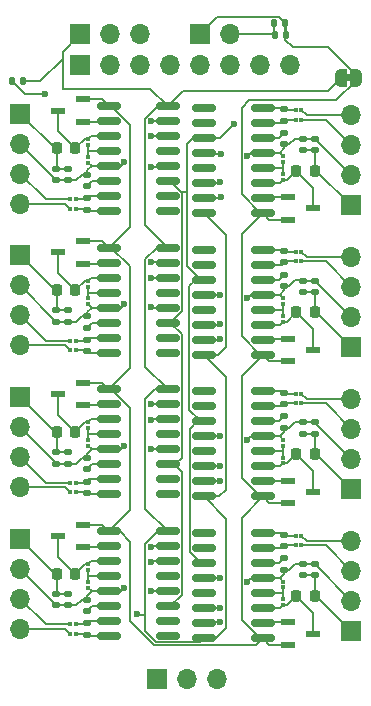
<source format=gbr>
%TF.GenerationSoftware,KiCad,Pcbnew,7.0.2-6a45011f42~172~ubuntu22.04.1*%
%TF.CreationDate,2023-05-07T19:32:11+01:00*%
%TF.ProjectId,octoHX711,6f63746f-4858-4373-9131-2e6b69636164,rev?*%
%TF.SameCoordinates,Original*%
%TF.FileFunction,Copper,L1,Top*%
%TF.FilePolarity,Positive*%
%FSLAX46Y46*%
G04 Gerber Fmt 4.6, Leading zero omitted, Abs format (unit mm)*
G04 Created by KiCad (PCBNEW 7.0.2-6a45011f42~172~ubuntu22.04.1) date 2023-05-07 19:32:11*
%MOMM*%
%LPD*%
G01*
G04 APERTURE LIST*
G04 Aperture macros list*
%AMRoundRect*
0 Rectangle with rounded corners*
0 $1 Rounding radius*
0 $2 $3 $4 $5 $6 $7 $8 $9 X,Y pos of 4 corners*
0 Add a 4 corners polygon primitive as box body*
4,1,4,$2,$3,$4,$5,$6,$7,$8,$9,$2,$3,0*
0 Add four circle primitives for the rounded corners*
1,1,$1+$1,$2,$3*
1,1,$1+$1,$4,$5*
1,1,$1+$1,$6,$7*
1,1,$1+$1,$8,$9*
0 Add four rect primitives between the rounded corners*
20,1,$1+$1,$2,$3,$4,$5,0*
20,1,$1+$1,$4,$5,$6,$7,0*
20,1,$1+$1,$6,$7,$8,$9,0*
20,1,$1+$1,$8,$9,$2,$3,0*%
%AMFreePoly0*
4,1,19,0.500000,-0.750000,0.000000,-0.750000,0.000000,-0.744911,-0.071157,-0.744911,-0.207708,-0.704816,-0.327430,-0.627875,-0.420627,-0.520320,-0.479746,-0.390866,-0.500000,-0.250000,-0.500000,0.250000,-0.479746,0.390866,-0.420627,0.520320,-0.327430,0.627875,-0.207708,0.704816,-0.071157,0.744911,0.000000,0.744911,0.000000,0.750000,0.500000,0.750000,0.500000,-0.750000,0.500000,-0.750000,
$1*%
%AMFreePoly1*
4,1,19,0.000000,0.744911,0.071157,0.744911,0.207708,0.704816,0.327430,0.627875,0.420627,0.520320,0.479746,0.390866,0.500000,0.250000,0.500000,-0.250000,0.479746,-0.390866,0.420627,-0.520320,0.327430,-0.627875,0.207708,-0.704816,0.071157,-0.744911,0.000000,-0.744911,0.000000,-0.750000,-0.500000,-0.750000,-0.500000,0.750000,0.000000,0.750000,0.000000,0.744911,0.000000,0.744911,
$1*%
G04 Aperture macros list end*
%TA.AperFunction,SMDPad,CuDef*%
%ADD10RoundRect,0.075000X-0.125000X-0.075000X0.125000X-0.075000X0.125000X0.075000X-0.125000X0.075000X0*%
%TD*%
%TA.AperFunction,ComponentPad*%
%ADD11R,1.700000X1.700000*%
%TD*%
%TA.AperFunction,ComponentPad*%
%ADD12O,1.700000X1.700000*%
%TD*%
%TA.AperFunction,SMDPad,CuDef*%
%ADD13RoundRect,0.075000X0.075000X-0.125000X0.075000X0.125000X-0.075000X0.125000X-0.075000X-0.125000X0*%
%TD*%
%TA.AperFunction,SMDPad,CuDef*%
%ADD14R,1.300000X0.600000*%
%TD*%
%TA.AperFunction,SMDPad,CuDef*%
%ADD15RoundRect,0.218750X0.218750X0.256250X-0.218750X0.256250X-0.218750X-0.256250X0.218750X-0.256250X0*%
%TD*%
%TA.AperFunction,SMDPad,CuDef*%
%ADD16RoundRect,0.150000X0.850000X0.150000X-0.850000X0.150000X-0.850000X-0.150000X0.850000X-0.150000X0*%
%TD*%
%TA.AperFunction,SMDPad,CuDef*%
%ADD17RoundRect,0.140000X-0.170000X0.140000X-0.170000X-0.140000X0.170000X-0.140000X0.170000X0.140000X0*%
%TD*%
%TA.AperFunction,SMDPad,CuDef*%
%ADD18RoundRect,0.075000X-0.075000X0.125000X-0.075000X-0.125000X0.075000X-0.125000X0.075000X0.125000X0*%
%TD*%
%TA.AperFunction,SMDPad,CuDef*%
%ADD19RoundRect,0.218750X-0.218750X-0.256250X0.218750X-0.256250X0.218750X0.256250X-0.218750X0.256250X0*%
%TD*%
%TA.AperFunction,SMDPad,CuDef*%
%ADD20RoundRect,0.140000X0.170000X-0.140000X0.170000X0.140000X-0.170000X0.140000X-0.170000X-0.140000X0*%
%TD*%
%TA.AperFunction,SMDPad,CuDef*%
%ADD21RoundRect,0.150000X-0.850000X-0.150000X0.850000X-0.150000X0.850000X0.150000X-0.850000X0.150000X0*%
%TD*%
%TA.AperFunction,SMDPad,CuDef*%
%ADD22RoundRect,0.075000X0.125000X0.075000X-0.125000X0.075000X-0.125000X-0.075000X0.125000X-0.075000X0*%
%TD*%
%TA.AperFunction,SMDPad,CuDef*%
%ADD23RoundRect,0.140000X-0.140000X-0.170000X0.140000X-0.170000X0.140000X0.170000X-0.140000X0.170000X0*%
%TD*%
%TA.AperFunction,SMDPad,CuDef*%
%ADD24FreePoly0,0.000000*%
%TD*%
%TA.AperFunction,SMDPad,CuDef*%
%ADD25FreePoly1,0.000000*%
%TD*%
%TA.AperFunction,ViaPad*%
%ADD26C,0.600000*%
%TD*%
%TA.AperFunction,Conductor*%
%ADD27C,0.127000*%
%TD*%
%TA.AperFunction,Conductor*%
%ADD28C,0.152400*%
%TD*%
G04 APERTURE END LIST*
%TA.AperFunction,EtchedComponent*%
%TO.C,JP1*%
G36*
X154950000Y-71400000D02*
G01*
X154450000Y-71400000D01*
X154450000Y-70800000D01*
X154950000Y-70800000D01*
X154950000Y-71400000D01*
G37*
%TD.AperFunction*%
%TD*%
D10*
%TO.P,R7,1*%
%TO.N,/HX711_unit2/a+*%
X131115000Y-94165000D03*
%TO.P,R7,2*%
%TO.N,/HX711_unit2/a+in*%
X131615000Y-94165000D03*
%TD*%
D11*
%TO.P,J1,1,Pin_1*%
%TO.N,/HX711_unit1/e+*%
X126895000Y-74115000D03*
D12*
%TO.P,J1,2,Pin_2*%
%TO.N,GND*%
X126895000Y-76655000D03*
%TO.P,J1,3,Pin_3*%
%TO.N,/HX711_unit1/a-*%
X126895000Y-79195000D03*
%TO.P,J1,4,Pin_4*%
%TO.N,/HX711_unit1/a+*%
X126895000Y-81735000D03*
%TD*%
D13*
%TO.P,R17,1*%
%TO.N,/HX711_unit5/avdd*%
X149165000Y-115740000D03*
%TO.P,R17,2*%
%TO.N,/HX711_unit5/vfb*%
X149165000Y-115240000D03*
%TD*%
%TO.P,R30,1*%
%TO.N,/HX711_unit7/vfb*%
X149165000Y-78240001D03*
%TO.P,R30,2*%
%TO.N,GND*%
X149165000Y-77740001D03*
%TD*%
D14*
%TO.P,Q8,1,B*%
%TO.N,/HX711_unit7/base*%
X149614999Y-81190000D03*
%TO.P,Q8,2,E*%
%TO.N,VCC*%
X149614999Y-83090000D03*
%TO.P,Q8,3,C*%
%TO.N,/HX711_unit7/avdd*%
X151714999Y-82140000D03*
%TD*%
D15*
%TO.P,L5,1,1*%
%TO.N,/HX711_unit5/e+*%
X151852500Y-114940000D03*
%TO.P,L5,2,2*%
%TO.N,/HX711_unit5/avdd*%
X150277500Y-114940000D03*
%TD*%
D16*
%TO.P,U5,1,VSUP*%
%TO.N,VCC*%
X147435000Y-118535000D03*
%TO.P,U5,2,BASE*%
%TO.N,/HX711_unit5/base*%
X147435000Y-117265000D03*
%TO.P,U5,3,AVDD*%
%TO.N,/HX711_unit5/avdd*%
X147435000Y-115995000D03*
%TO.P,U5,4,VFB*%
%TO.N,/HX711_unit5/vfb*%
X147435000Y-114725000D03*
%TO.P,U5,5,AGND*%
%TO.N,GND*%
X147435000Y-113455000D03*
%TO.P,U5,6,VBG*%
%TO.N,/HX711_unit5/vbg*%
X147435000Y-112185000D03*
%TO.P,U5,7,INA-*%
%TO.N,/HX711_unit5/a-in*%
X147435000Y-110915000D03*
%TO.P,U5,8,INA+*%
%TO.N,/HX711_unit5/a+in*%
X147435000Y-109645000D03*
%TO.P,U5,9,INB-*%
%TO.N,unconnected-(U5-INB--Pad9)*%
X142435000Y-109645000D03*
%TO.P,U5,10,INB+*%
%TO.N,unconnected-(U5-INB+-Pad10)*%
X142435000Y-110915000D03*
%TO.P,U5,11,PD_SCK*%
%TO.N,Sclk*%
X142435000Y-112185000D03*
%TO.P,U5,12,DOUT*%
%TO.N,/HX711_unit5/Sdat*%
X142435000Y-113455000D03*
%TO.P,U5,13,XO*%
%TO.N,unconnected-(U5-XO-Pad13)*%
X142435000Y-114725000D03*
%TO.P,U5,14,XI*%
%TO.N,GND*%
X142435000Y-115995000D03*
%TO.P,U5,15,RATE*%
%TO.N,rate*%
X142435000Y-117265000D03*
%TO.P,U5,16,DVDD*%
%TO.N,VDD*%
X142435000Y-118535000D03*
%TD*%
D17*
%TO.P,C14,1*%
%TO.N,/HX711_unit4/e+*%
X129965000Y-114785000D03*
%TO.P,C14,2*%
%TO.N,GND*%
X129965000Y-115745000D03*
%TD*%
D14*
%TO.P,Q1,1,B*%
%TO.N,/HX711_unit1/base*%
X132215000Y-74815000D03*
%TO.P,Q1,2,E*%
%TO.N,VCC*%
X132215000Y-72915000D03*
%TO.P,Q1,3,C*%
%TO.N,/HX711_unit1/avdd*%
X130115000Y-73865000D03*
%TD*%
D13*
%TO.P,R22,1*%
%TO.N,/HX711_unit8/vfb*%
X149165000Y-102240001D03*
%TO.P,R22,2*%
%TO.N,GND*%
X149165000Y-101740001D03*
%TD*%
D18*
%TO.P,R1,1*%
%TO.N,/HX711_unit1/avdd*%
X132665000Y-76265000D03*
%TO.P,R1,2*%
%TO.N,/HX711_unit1/vfb*%
X132665000Y-76765000D03*
%TD*%
D11*
%TO.P,J4,1,Pin_1*%
%TO.N,/HX711_unit4/e+*%
X126895000Y-110115000D03*
D12*
%TO.P,J4,2,Pin_2*%
%TO.N,GND*%
X126895000Y-112655000D03*
%TO.P,J4,3,Pin_3*%
%TO.N,/HX711_unit4/a-*%
X126895000Y-115195000D03*
%TO.P,J4,4,Pin_4*%
%TO.N,/HX711_unit4/a+*%
X126895000Y-117735000D03*
%TD*%
D11*
%TO.P,J5,1,Pin_1*%
%TO.N,/HX711_unit5/e+*%
X154935000Y-117890000D03*
D12*
%TO.P,J5,2,Pin_2*%
%TO.N,GND*%
X154935000Y-115350000D03*
%TO.P,J5,3,Pin_3*%
%TO.N,/HX711_unit5/a-*%
X154935000Y-112810000D03*
%TO.P,J5,4,Pin_4*%
%TO.N,/HX711_unit5/a+*%
X154935000Y-110270000D03*
%TD*%
D19*
%TO.P,L2,1,1*%
%TO.N,/HX711_unit2/e+*%
X129977500Y-89065000D03*
%TO.P,L2,2,2*%
%TO.N,/HX711_unit2/avdd*%
X131552500Y-89065000D03*
%TD*%
D11*
%TO.P,J9,1,Pin_1*%
%TO.N,/HX711_unit1/Sdat*%
X132000000Y-70000000D03*
D12*
%TO.P,J9,2,Pin_2*%
%TO.N,/HX711_unit2/Sdat*%
X134540000Y-70000000D03*
%TO.P,J9,3,Pin_3*%
%TO.N,/HX711_unit3/Sdat*%
X137080000Y-70000000D03*
%TO.P,J9,4,Pin_4*%
%TO.N,/HX711_unit4/Sdat*%
X139620000Y-70000000D03*
%TO.P,J9,5,Pin_5*%
%TO.N,/HX711_unit5/Sdat*%
X142160000Y-70000000D03*
%TO.P,J9,6,Pin_6*%
%TO.N,/HX711_unit8/Sdat*%
X144700000Y-70000000D03*
%TO.P,J9,7,Pin_7*%
%TO.N,/HX711_unit6/Sdat*%
X147240000Y-70000000D03*
%TO.P,J9,8,Pin_8*%
%TO.N,/HX711_unit7/Sdat*%
X149780000Y-70000000D03*
%TD*%
D14*
%TO.P,Q7,1,B*%
%TO.N,/HX711_unit6/base*%
X149614999Y-93190000D03*
%TO.P,Q7,2,E*%
%TO.N,VCC*%
X149614999Y-95090000D03*
%TO.P,Q7,3,C*%
%TO.N,/HX711_unit6/avdd*%
X151714999Y-94140000D03*
%TD*%
D20*
%TO.P,C8,1*%
%TO.N,/HX711_unit2/vbg*%
X132565000Y-92245000D03*
%TO.P,C8,2*%
%TO.N,GND*%
X132565000Y-91285000D03*
%TD*%
D17*
%TO.P,C2,1*%
%TO.N,/HX711_unit1/e+*%
X129965000Y-78785000D03*
%TO.P,C2,2*%
%TO.N,GND*%
X129965000Y-79745000D03*
%TD*%
D16*
%TO.P,U7,1,VSUP*%
%TO.N,VCC*%
X147435000Y-94535000D03*
%TO.P,U7,2,BASE*%
%TO.N,/HX711_unit6/base*%
X147435000Y-93265000D03*
%TO.P,U7,3,AVDD*%
%TO.N,/HX711_unit6/avdd*%
X147435000Y-91995000D03*
%TO.P,U7,4,VFB*%
%TO.N,/HX711_unit6/vfb*%
X147435000Y-90725000D03*
%TO.P,U7,5,AGND*%
%TO.N,GND*%
X147435000Y-89455000D03*
%TO.P,U7,6,VBG*%
%TO.N,/HX711_unit6/vbg*%
X147435000Y-88185000D03*
%TO.P,U7,7,INA-*%
%TO.N,/HX711_unit6/a-in*%
X147435000Y-86915000D03*
%TO.P,U7,8,INA+*%
%TO.N,/HX711_unit6/a+in*%
X147435000Y-85645000D03*
%TO.P,U7,9,INB-*%
%TO.N,unconnected-(U7-INB--Pad9)*%
X142435000Y-85645000D03*
%TO.P,U7,10,INB+*%
%TO.N,unconnected-(U7-INB+-Pad10)*%
X142435000Y-86915000D03*
%TO.P,U7,11,PD_SCK*%
%TO.N,Sclk*%
X142435000Y-88185000D03*
%TO.P,U7,12,DOUT*%
%TO.N,/HX711_unit6/Sdat*%
X142435000Y-89455000D03*
%TO.P,U7,13,XO*%
%TO.N,unconnected-(U7-XO-Pad13)*%
X142435000Y-90725000D03*
%TO.P,U7,14,XI*%
%TO.N,GND*%
X142435000Y-91995000D03*
%TO.P,U7,15,RATE*%
%TO.N,rate*%
X142435000Y-93265000D03*
%TO.P,U7,16,DVDD*%
%TO.N,VDD*%
X142435000Y-94535000D03*
%TD*%
D18*
%TO.P,R9,1*%
%TO.N,/HX711_unit3/avdd*%
X132665000Y-100265000D03*
%TO.P,R9,2*%
%TO.N,/HX711_unit3/vfb*%
X132665000Y-100765000D03*
%TD*%
D20*
%TO.P,C12,1*%
%TO.N,/HX711_unit3/vbg*%
X132565000Y-104245000D03*
%TO.P,C12,2*%
%TO.N,GND*%
X132565000Y-103285000D03*
%TD*%
%TO.P,C15,1*%
%TO.N,/HX711_unit4/a+in*%
X132565000Y-118245000D03*
%TO.P,C15,2*%
%TO.N,/HX711_unit4/a-in*%
X132565000Y-117285000D03*
%TD*%
D18*
%TO.P,R13,1*%
%TO.N,/HX711_unit4/avdd*%
X132665000Y-112265000D03*
%TO.P,R13,2*%
%TO.N,/HX711_unit4/vfb*%
X132665000Y-112765000D03*
%TD*%
D10*
%TO.P,R12,1*%
%TO.N,/HX711_unit3/a-*%
X131115000Y-105365000D03*
%TO.P,R12,2*%
%TO.N,/HX711_unit3/a-in*%
X131615000Y-105365000D03*
%TD*%
D11*
%TO.P,J2,1,Pin_1*%
%TO.N,/HX711_unit2/e+*%
X126895000Y-86115000D03*
D12*
%TO.P,J2,2,Pin_2*%
%TO.N,GND*%
X126895000Y-88655000D03*
%TO.P,J2,3,Pin_3*%
%TO.N,/HX711_unit2/a-*%
X126895000Y-91195000D03*
%TO.P,J2,4,Pin_4*%
%TO.N,/HX711_unit2/a+*%
X126895000Y-93735000D03*
%TD*%
D17*
%TO.P,C31,1*%
%TO.N,/HX711_unit7/a+in*%
X149265000Y-73760001D03*
%TO.P,C31,2*%
%TO.N,/HX711_unit7/a-in*%
X149265000Y-74720001D03*
%TD*%
%TO.P,C5,1*%
%TO.N,/HX711_unit2/e+*%
X130965000Y-90785000D03*
%TO.P,C5,2*%
%TO.N,GND*%
X130965000Y-91745000D03*
%TD*%
D18*
%TO.P,R14,1*%
%TO.N,/HX711_unit4/vfb*%
X132665000Y-113765000D03*
%TO.P,R14,2*%
%TO.N,GND*%
X132665000Y-114265000D03*
%TD*%
D13*
%TO.P,R25,1*%
%TO.N,/HX711_unit6/avdd*%
X149165000Y-91740000D03*
%TO.P,R25,2*%
%TO.N,/HX711_unit6/vfb*%
X149165000Y-91240000D03*
%TD*%
D20*
%TO.P,C11,1*%
%TO.N,/HX711_unit3/a+in*%
X132565000Y-106245000D03*
%TO.P,C11,2*%
%TO.N,/HX711_unit3/a-in*%
X132565000Y-105285000D03*
%TD*%
D10*
%TO.P,R11,1*%
%TO.N,/HX711_unit3/a+*%
X131115000Y-106165000D03*
%TO.P,R11,2*%
%TO.N,/HX711_unit3/a+in*%
X131615000Y-106165000D03*
%TD*%
D21*
%TO.P,U3,1,VSUP*%
%TO.N,VCC*%
X134395000Y-97470000D03*
%TO.P,U3,2,BASE*%
%TO.N,/HX711_unit3/base*%
X134395000Y-98740000D03*
%TO.P,U3,3,AVDD*%
%TO.N,/HX711_unit3/avdd*%
X134395000Y-100010000D03*
%TO.P,U3,4,VFB*%
%TO.N,/HX711_unit3/vfb*%
X134395000Y-101280000D03*
%TO.P,U3,5,AGND*%
%TO.N,GND*%
X134395000Y-102550000D03*
%TO.P,U3,6,VBG*%
%TO.N,/HX711_unit3/vbg*%
X134395000Y-103820000D03*
%TO.P,U3,7,INA-*%
%TO.N,/HX711_unit3/a-in*%
X134395000Y-105090000D03*
%TO.P,U3,8,INA+*%
%TO.N,/HX711_unit3/a+in*%
X134395000Y-106360000D03*
%TO.P,U3,9,INB-*%
%TO.N,unconnected-(U3-INB--Pad9)*%
X139395000Y-106360000D03*
%TO.P,U3,10,INB+*%
%TO.N,unconnected-(U3-INB+-Pad10)*%
X139395000Y-105090000D03*
%TO.P,U3,11,PD_SCK*%
%TO.N,Sclk*%
X139395000Y-103820000D03*
%TO.P,U3,12,DOUT*%
%TO.N,/HX711_unit3/Sdat*%
X139395000Y-102550000D03*
%TO.P,U3,13,XO*%
%TO.N,unconnected-(U3-XO-Pad13)*%
X139395000Y-101280000D03*
%TO.P,U3,14,XI*%
%TO.N,GND*%
X139395000Y-100010000D03*
%TO.P,U3,15,RATE*%
%TO.N,rate*%
X139395000Y-98740000D03*
%TO.P,U3,16,DVDD*%
%TO.N,VDD*%
X139395000Y-97470000D03*
%TD*%
%TO.P,U4,1,VSUP*%
%TO.N,VCC*%
X134395000Y-109470000D03*
%TO.P,U4,2,BASE*%
%TO.N,/HX711_unit4/base*%
X134395000Y-110740000D03*
%TO.P,U4,3,AVDD*%
%TO.N,/HX711_unit4/avdd*%
X134395000Y-112010000D03*
%TO.P,U4,4,VFB*%
%TO.N,/HX711_unit4/vfb*%
X134395000Y-113280000D03*
%TO.P,U4,5,AGND*%
%TO.N,GND*%
X134395000Y-114550000D03*
%TO.P,U4,6,VBG*%
%TO.N,/HX711_unit4/vbg*%
X134395000Y-115820000D03*
%TO.P,U4,7,INA-*%
%TO.N,/HX711_unit4/a-in*%
X134395000Y-117090000D03*
%TO.P,U4,8,INA+*%
%TO.N,/HX711_unit4/a+in*%
X134395000Y-118360000D03*
%TO.P,U4,9,INB-*%
%TO.N,unconnected-(U4-INB--Pad9)*%
X139395000Y-118360000D03*
%TO.P,U4,10,INB+*%
%TO.N,unconnected-(U4-INB+-Pad10)*%
X139395000Y-117090000D03*
%TO.P,U4,11,PD_SCK*%
%TO.N,Sclk*%
X139395000Y-115820000D03*
%TO.P,U4,12,DOUT*%
%TO.N,/HX711_unit4/Sdat*%
X139395000Y-114550000D03*
%TO.P,U4,13,XO*%
%TO.N,unconnected-(U4-XO-Pad13)*%
X139395000Y-113280000D03*
%TO.P,U4,14,XI*%
%TO.N,GND*%
X139395000Y-112010000D03*
%TO.P,U4,15,RATE*%
%TO.N,rate*%
X139395000Y-110740000D03*
%TO.P,U4,16,DVDD*%
%TO.N,VDD*%
X139395000Y-109470000D03*
%TD*%
D22*
%TO.P,R24,1*%
%TO.N,/HX711_unit8/a-*%
X150715000Y-98640001D03*
%TO.P,R24,2*%
%TO.N,/HX711_unit8/a-in*%
X150215000Y-98640001D03*
%TD*%
D20*
%TO.P,C18,1*%
%TO.N,/HX711_unit5/e+*%
X151865000Y-113220001D03*
%TO.P,C18,2*%
%TO.N,GND*%
X151865000Y-112260001D03*
%TD*%
D17*
%TO.P,C32,1*%
%TO.N,/HX711_unit7/vbg*%
X149265000Y-75760001D03*
%TO.P,C32,2*%
%TO.N,GND*%
X149265000Y-76720001D03*
%TD*%
D20*
%TO.P,C25,1*%
%TO.N,/HX711_unit6/e+*%
X150865000Y-89220001D03*
%TO.P,C25,2*%
%TO.N,GND*%
X150865000Y-88260001D03*
%TD*%
D18*
%TO.P,R5,1*%
%TO.N,/HX711_unit2/avdd*%
X132665000Y-88265000D03*
%TO.P,R5,2*%
%TO.N,/HX711_unit2/vfb*%
X132665000Y-88765000D03*
%TD*%
D20*
%TO.P,C29,1*%
%TO.N,/HX711_unit7/e+*%
X150865000Y-77220001D03*
%TO.P,C29,2*%
%TO.N,GND*%
X150865000Y-76260001D03*
%TD*%
%TO.P,C4,1*%
%TO.N,/HX711_unit1/vbg*%
X132565000Y-80245000D03*
%TO.P,C4,2*%
%TO.N,GND*%
X132565000Y-79285000D03*
%TD*%
D15*
%TO.P,L7,1,1*%
%TO.N,/HX711_unit6/e+*%
X151852500Y-90940000D03*
%TO.P,L7,2,2*%
%TO.N,/HX711_unit6/avdd*%
X150277500Y-90940000D03*
%TD*%
D20*
%TO.P,C21,1*%
%TO.N,/HX711_unit8/e+*%
X150865000Y-101220001D03*
%TO.P,C21,2*%
%TO.N,GND*%
X150865000Y-100260001D03*
%TD*%
D17*
%TO.P,C6,1*%
%TO.N,/HX711_unit2/e+*%
X129965000Y-90785000D03*
%TO.P,C6,2*%
%TO.N,GND*%
X129965000Y-91745000D03*
%TD*%
D14*
%TO.P,Q2,1,B*%
%TO.N,/HX711_unit2/base*%
X132215000Y-86815000D03*
%TO.P,Q2,2,E*%
%TO.N,VCC*%
X132215000Y-84915000D03*
%TO.P,Q2,3,C*%
%TO.N,/HX711_unit2/avdd*%
X130115000Y-85865000D03*
%TD*%
D22*
%TO.P,R32,1*%
%TO.N,/HX711_unit7/a-*%
X150715000Y-74640001D03*
%TO.P,R32,2*%
%TO.N,/HX711_unit7/a-in*%
X150215000Y-74640001D03*
%TD*%
D13*
%TO.P,R29,1*%
%TO.N,/HX711_unit7/avdd*%
X149165000Y-79740000D03*
%TO.P,R29,2*%
%TO.N,/HX711_unit7/vfb*%
X149165000Y-79240000D03*
%TD*%
D10*
%TO.P,R3,1*%
%TO.N,/HX711_unit1/a+*%
X131115000Y-82165000D03*
%TO.P,R3,2*%
%TO.N,/HX711_unit1/a+in*%
X131615000Y-82165000D03*
%TD*%
D21*
%TO.P,U2,1,VSUP*%
%TO.N,VCC*%
X134395000Y-85470000D03*
%TO.P,U2,2,BASE*%
%TO.N,/HX711_unit2/base*%
X134395000Y-86740000D03*
%TO.P,U2,3,AVDD*%
%TO.N,/HX711_unit2/avdd*%
X134395000Y-88010000D03*
%TO.P,U2,4,VFB*%
%TO.N,/HX711_unit2/vfb*%
X134395000Y-89280000D03*
%TO.P,U2,5,AGND*%
%TO.N,GND*%
X134395000Y-90550000D03*
%TO.P,U2,6,VBG*%
%TO.N,/HX711_unit2/vbg*%
X134395000Y-91820000D03*
%TO.P,U2,7,INA-*%
%TO.N,/HX711_unit2/a-in*%
X134395000Y-93090000D03*
%TO.P,U2,8,INA+*%
%TO.N,/HX711_unit2/a+in*%
X134395000Y-94360000D03*
%TO.P,U2,9,INB-*%
%TO.N,unconnected-(U2-INB--Pad9)*%
X139395000Y-94360000D03*
%TO.P,U2,10,INB+*%
%TO.N,unconnected-(U2-INB+-Pad10)*%
X139395000Y-93090000D03*
%TO.P,U2,11,PD_SCK*%
%TO.N,Sclk*%
X139395000Y-91820000D03*
%TO.P,U2,12,DOUT*%
%TO.N,/HX711_unit2/Sdat*%
X139395000Y-90550000D03*
%TO.P,U2,13,XO*%
%TO.N,unconnected-(U2-XO-Pad13)*%
X139395000Y-89280000D03*
%TO.P,U2,14,XI*%
%TO.N,GND*%
X139395000Y-88010000D03*
%TO.P,U2,15,RATE*%
%TO.N,rate*%
X139395000Y-86740000D03*
%TO.P,U2,16,DVDD*%
%TO.N,VDD*%
X139395000Y-85470000D03*
%TD*%
D18*
%TO.P,R6,1*%
%TO.N,/HX711_unit2/vfb*%
X132665000Y-89765000D03*
%TO.P,R6,2*%
%TO.N,GND*%
X132665000Y-90265000D03*
%TD*%
D16*
%TO.P,U8,1,VSUP*%
%TO.N,VCC*%
X147435000Y-82535000D03*
%TO.P,U8,2,BASE*%
%TO.N,/HX711_unit7/base*%
X147435000Y-81265000D03*
%TO.P,U8,3,AVDD*%
%TO.N,/HX711_unit7/avdd*%
X147435000Y-79995000D03*
%TO.P,U8,4,VFB*%
%TO.N,/HX711_unit7/vfb*%
X147435000Y-78725000D03*
%TO.P,U8,5,AGND*%
%TO.N,GND*%
X147435000Y-77455000D03*
%TO.P,U8,6,VBG*%
%TO.N,/HX711_unit7/vbg*%
X147435000Y-76185000D03*
%TO.P,U8,7,INA-*%
%TO.N,/HX711_unit7/a-in*%
X147435000Y-74915000D03*
%TO.P,U8,8,INA+*%
%TO.N,/HX711_unit7/a+in*%
X147435000Y-73645000D03*
%TO.P,U8,9,INB-*%
%TO.N,unconnected-(U8-INB--Pad9)*%
X142435000Y-73645000D03*
%TO.P,U8,10,INB+*%
%TO.N,unconnected-(U8-INB+-Pad10)*%
X142435000Y-74915000D03*
%TO.P,U8,11,PD_SCK*%
%TO.N,Sclk*%
X142435000Y-76185000D03*
%TO.P,U8,12,DOUT*%
%TO.N,/HX711_unit7/Sdat*%
X142435000Y-77455000D03*
%TO.P,U8,13,XO*%
%TO.N,unconnected-(U8-XO-Pad13)*%
X142435000Y-78725000D03*
%TO.P,U8,14,XI*%
%TO.N,GND*%
X142435000Y-79995000D03*
%TO.P,U8,15,RATE*%
%TO.N,rate*%
X142435000Y-81265000D03*
%TO.P,U8,16,DVDD*%
%TO.N,VDD*%
X142435000Y-82535000D03*
%TD*%
D17*
%TO.P,C27,1*%
%TO.N,/HX711_unit6/a+in*%
X149265000Y-85760001D03*
%TO.P,C27,2*%
%TO.N,/HX711_unit6/a-in*%
X149265000Y-86720001D03*
%TD*%
D16*
%TO.P,U6,1,VSUP*%
%TO.N,VCC*%
X147435000Y-106535000D03*
%TO.P,U6,2,BASE*%
%TO.N,/HX711_unit8/base*%
X147435000Y-105265000D03*
%TO.P,U6,3,AVDD*%
%TO.N,/HX711_unit8/avdd*%
X147435000Y-103995000D03*
%TO.P,U6,4,VFB*%
%TO.N,/HX711_unit8/vfb*%
X147435000Y-102725000D03*
%TO.P,U6,5,AGND*%
%TO.N,GND*%
X147435000Y-101455000D03*
%TO.P,U6,6,VBG*%
%TO.N,/HX711_unit8/vbg*%
X147435000Y-100185000D03*
%TO.P,U6,7,INA-*%
%TO.N,/HX711_unit8/a-in*%
X147435000Y-98915000D03*
%TO.P,U6,8,INA+*%
%TO.N,/HX711_unit8/a+in*%
X147435000Y-97645000D03*
%TO.P,U6,9,INB-*%
%TO.N,unconnected-(U6-INB--Pad9)*%
X142435000Y-97645000D03*
%TO.P,U6,10,INB+*%
%TO.N,unconnected-(U6-INB+-Pad10)*%
X142435000Y-98915000D03*
%TO.P,U6,11,PD_SCK*%
%TO.N,Sclk*%
X142435000Y-100185000D03*
%TO.P,U6,12,DOUT*%
%TO.N,/HX711_unit8/Sdat*%
X142435000Y-101455000D03*
%TO.P,U6,13,XO*%
%TO.N,unconnected-(U6-XO-Pad13)*%
X142435000Y-102725000D03*
%TO.P,U6,14,XI*%
%TO.N,GND*%
X142435000Y-103995000D03*
%TO.P,U6,15,RATE*%
%TO.N,rate*%
X142435000Y-105265000D03*
%TO.P,U6,16,DVDD*%
%TO.N,VDD*%
X142435000Y-106535000D03*
%TD*%
D13*
%TO.P,R21,1*%
%TO.N,/HX711_unit8/avdd*%
X149165000Y-103740000D03*
%TO.P,R21,2*%
%TO.N,/HX711_unit8/vfb*%
X149165000Y-103240000D03*
%TD*%
D23*
%TO.P,C34,1*%
%TO.N,GND*%
X148395000Y-66455000D03*
%TO.P,C34,2*%
%TO.N,VCC*%
X149355000Y-66455000D03*
%TD*%
D18*
%TO.P,R10,1*%
%TO.N,/HX711_unit3/vfb*%
X132665000Y-101765000D03*
%TO.P,R10,2*%
%TO.N,GND*%
X132665000Y-102265000D03*
%TD*%
D20*
%TO.P,C17,1*%
%TO.N,/HX711_unit5/e+*%
X150865000Y-113220001D03*
%TO.P,C17,2*%
%TO.N,GND*%
X150865000Y-112260001D03*
%TD*%
D22*
%TO.P,R19,1*%
%TO.N,/HX711_unit5/a+*%
X150715000Y-109840001D03*
%TO.P,R19,2*%
%TO.N,/HX711_unit5/a+in*%
X150215000Y-109840001D03*
%TD*%
D14*
%TO.P,Q4,1,B*%
%TO.N,/HX711_unit4/base*%
X132215000Y-110815000D03*
%TO.P,Q4,2,E*%
%TO.N,VCC*%
X132215000Y-108915000D03*
%TO.P,Q4,3,C*%
%TO.N,/HX711_unit4/avdd*%
X130115000Y-109865000D03*
%TD*%
D22*
%TO.P,R20,1*%
%TO.N,/HX711_unit5/a-*%
X150715000Y-110640001D03*
%TO.P,R20,2*%
%TO.N,/HX711_unit5/a-in*%
X150215000Y-110640001D03*
%TD*%
D11*
%TO.P,J10,1,Pin_1*%
%TO.N,VDD*%
X132000000Y-67415000D03*
D12*
%TO.P,J10,2,Pin_2*%
%TO.N,Sclk*%
X134540000Y-67415000D03*
%TO.P,J10,3,Pin_3*%
%TO.N,GND*%
X137080000Y-67415000D03*
%TD*%
D11*
%TO.P,J6,1,Pin_1*%
%TO.N,/HX711_unit8/e+*%
X154935000Y-105890000D03*
D12*
%TO.P,J6,2,Pin_2*%
%TO.N,GND*%
X154935000Y-103350000D03*
%TO.P,J6,3,Pin_3*%
%TO.N,/HX711_unit8/a-*%
X154935000Y-100810000D03*
%TO.P,J6,4,Pin_4*%
%TO.N,/HX711_unit8/a+*%
X154935000Y-98270000D03*
%TD*%
D15*
%TO.P,L8,1,1*%
%TO.N,/HX711_unit7/e+*%
X151852500Y-78940000D03*
%TO.P,L8,2,2*%
%TO.N,/HX711_unit7/avdd*%
X150277500Y-78940000D03*
%TD*%
D22*
%TO.P,R28,1*%
%TO.N,/HX711_unit6/a-*%
X150715000Y-86640001D03*
%TO.P,R28,2*%
%TO.N,/HX711_unit6/a-in*%
X150215000Y-86640001D03*
%TD*%
%TO.P,R23,1*%
%TO.N,/HX711_unit8/a+*%
X150715000Y-97840001D03*
%TO.P,R23,2*%
%TO.N,/HX711_unit8/a+in*%
X150215000Y-97840001D03*
%TD*%
D20*
%TO.P,C16,1*%
%TO.N,/HX711_unit4/vbg*%
X132565000Y-116245000D03*
%TO.P,C16,2*%
%TO.N,GND*%
X132565000Y-115285000D03*
%TD*%
D14*
%TO.P,Q5,1,B*%
%TO.N,/HX711_unit5/base*%
X149614999Y-117190000D03*
%TO.P,Q5,2,E*%
%TO.N,VCC*%
X149614999Y-119090000D03*
%TO.P,Q5,3,C*%
%TO.N,/HX711_unit5/avdd*%
X151714999Y-118140000D03*
%TD*%
D20*
%TO.P,C30,1*%
%TO.N,/HX711_unit7/e+*%
X151865000Y-77220001D03*
%TO.P,C30,2*%
%TO.N,GND*%
X151865000Y-76260001D03*
%TD*%
D15*
%TO.P,L6,1,1*%
%TO.N,/HX711_unit8/e+*%
X151852500Y-102940000D03*
%TO.P,L6,2,2*%
%TO.N,/HX711_unit8/avdd*%
X150277500Y-102940000D03*
%TD*%
D17*
%TO.P,C23,1*%
%TO.N,/HX711_unit8/a+in*%
X149265000Y-97760001D03*
%TO.P,C23,2*%
%TO.N,/HX711_unit8/a-in*%
X149265000Y-98720001D03*
%TD*%
%TO.P,C28,1*%
%TO.N,/HX711_unit6/vbg*%
X149265000Y-87760001D03*
%TO.P,C28,2*%
%TO.N,GND*%
X149265000Y-88720001D03*
%TD*%
D20*
%TO.P,C26,1*%
%TO.N,/HX711_unit6/e+*%
X151865000Y-89220001D03*
%TO.P,C26,2*%
%TO.N,GND*%
X151865000Y-88260001D03*
%TD*%
D19*
%TO.P,L4,1,1*%
%TO.N,/HX711_unit4/e+*%
X129977500Y-113065000D03*
%TO.P,L4,2,2*%
%TO.N,/HX711_unit4/avdd*%
X131552500Y-113065000D03*
%TD*%
D17*
%TO.P,C20,1*%
%TO.N,/HX711_unit5/vbg*%
X149265000Y-111760001D03*
%TO.P,C20,2*%
%TO.N,GND*%
X149265000Y-112720001D03*
%TD*%
D23*
%TO.P,C35,1*%
%TO.N,GND*%
X148435000Y-67455000D03*
%TO.P,C35,2*%
%TO.N,VCC*%
X149395000Y-67455000D03*
%TD*%
D11*
%TO.P,J11,1,Pin_1*%
%TO.N,VCC*%
X142135000Y-67415000D03*
D12*
%TO.P,J11,2,Pin_2*%
%TO.N,GND*%
X144675000Y-67415000D03*
%TD*%
D11*
%TO.P,J3,1,Pin_1*%
%TO.N,/HX711_unit3/e+*%
X126895000Y-98115000D03*
D12*
%TO.P,J3,2,Pin_2*%
%TO.N,GND*%
X126895000Y-100655000D03*
%TO.P,J3,3,Pin_3*%
%TO.N,/HX711_unit3/a-*%
X126895000Y-103195000D03*
%TO.P,J3,4,Pin_4*%
%TO.N,/HX711_unit3/a+*%
X126895000Y-105735000D03*
%TD*%
D22*
%TO.P,R31,1*%
%TO.N,/HX711_unit7/a+*%
X150715000Y-73840001D03*
%TO.P,R31,2*%
%TO.N,/HX711_unit7/a+in*%
X150215000Y-73840001D03*
%TD*%
D17*
%TO.P,C24,1*%
%TO.N,/HX711_unit8/vbg*%
X149265000Y-99760001D03*
%TO.P,C24,2*%
%TO.N,GND*%
X149265000Y-100720001D03*
%TD*%
D10*
%TO.P,R15,1*%
%TO.N,/HX711_unit4/a+*%
X131115000Y-118165000D03*
%TO.P,R15,2*%
%TO.N,/HX711_unit4/a+in*%
X131615000Y-118165000D03*
%TD*%
D20*
%TO.P,C7,1*%
%TO.N,/HX711_unit2/a+in*%
X132565000Y-94245000D03*
%TO.P,C7,2*%
%TO.N,/HX711_unit2/a-in*%
X132565000Y-93285000D03*
%TD*%
D23*
%TO.P,C33,1*%
%TO.N,GND*%
X126220000Y-71400000D03*
%TO.P,C33,2*%
%TO.N,VDD*%
X127180000Y-71400000D03*
%TD*%
D10*
%TO.P,R8,1*%
%TO.N,/HX711_unit2/a-*%
X131115000Y-93365000D03*
%TO.P,R8,2*%
%TO.N,/HX711_unit2/a-in*%
X131615000Y-93365000D03*
%TD*%
%TO.P,R4,1*%
%TO.N,/HX711_unit1/a-*%
X131115000Y-81365000D03*
%TO.P,R4,2*%
%TO.N,/HX711_unit1/a-in*%
X131615000Y-81365000D03*
%TD*%
D17*
%TO.P,C10,1*%
%TO.N,/HX711_unit3/e+*%
X129965000Y-102785000D03*
%TO.P,C10,2*%
%TO.N,GND*%
X129965000Y-103745000D03*
%TD*%
D11*
%TO.P,J7,1,Pin_1*%
%TO.N,/HX711_unit6/e+*%
X154935000Y-93890000D03*
D12*
%TO.P,J7,2,Pin_2*%
%TO.N,GND*%
X154935000Y-91350000D03*
%TO.P,J7,3,Pin_3*%
%TO.N,/HX711_unit6/a-*%
X154935000Y-88810000D03*
%TO.P,J7,4,Pin_4*%
%TO.N,/HX711_unit6/a+*%
X154935000Y-86270000D03*
%TD*%
D11*
%TO.P,J12,1,Pin_1*%
%TO.N,VDD*%
X138460000Y-122000000D03*
D12*
%TO.P,J12,2,Pin_2*%
%TO.N,rate*%
X141000000Y-122000000D03*
%TO.P,J12,3,Pin_3*%
%TO.N,GND*%
X143540000Y-122000000D03*
%TD*%
D11*
%TO.P,J8,1,Pin_1*%
%TO.N,/HX711_unit7/e+*%
X154935000Y-81890000D03*
D12*
%TO.P,J8,2,Pin_2*%
%TO.N,GND*%
X154935000Y-79350000D03*
%TO.P,J8,3,Pin_3*%
%TO.N,/HX711_unit7/a-*%
X154935000Y-76810000D03*
%TO.P,J8,4,Pin_4*%
%TO.N,/HX711_unit7/a+*%
X154935000Y-74270000D03*
%TD*%
D14*
%TO.P,Q3,1,B*%
%TO.N,/HX711_unit3/base*%
X132215000Y-98815000D03*
%TO.P,Q3,2,E*%
%TO.N,VCC*%
X132215000Y-96915000D03*
%TO.P,Q3,3,C*%
%TO.N,/HX711_unit3/avdd*%
X130115000Y-97865000D03*
%TD*%
D22*
%TO.P,R27,1*%
%TO.N,/HX711_unit6/a+*%
X150715000Y-85840001D03*
%TO.P,R27,2*%
%TO.N,/HX711_unit6/a+in*%
X150215000Y-85840001D03*
%TD*%
D17*
%TO.P,C19,1*%
%TO.N,/HX711_unit5/a+in*%
X149265000Y-109760001D03*
%TO.P,C19,2*%
%TO.N,/HX711_unit5/a-in*%
X149265000Y-110720001D03*
%TD*%
D13*
%TO.P,R18,1*%
%TO.N,/HX711_unit5/vfb*%
X149165000Y-114240001D03*
%TO.P,R18,2*%
%TO.N,GND*%
X149165000Y-113740001D03*
%TD*%
D19*
%TO.P,L3,1,1*%
%TO.N,/HX711_unit3/e+*%
X129977500Y-101065000D03*
%TO.P,L3,2,2*%
%TO.N,/HX711_unit3/avdd*%
X131552500Y-101065000D03*
%TD*%
D10*
%TO.P,R16,1*%
%TO.N,/HX711_unit4/a-*%
X131115000Y-117365000D03*
%TO.P,R16,2*%
%TO.N,/HX711_unit4/a-in*%
X131615000Y-117365000D03*
%TD*%
D13*
%TO.P,R26,1*%
%TO.N,/HX711_unit6/vfb*%
X149165000Y-90240001D03*
%TO.P,R26,2*%
%TO.N,GND*%
X149165000Y-89740001D03*
%TD*%
D19*
%TO.P,L1,1,1*%
%TO.N,/HX711_unit1/e+*%
X129977500Y-77065000D03*
%TO.P,L1,2,2*%
%TO.N,/HX711_unit1/avdd*%
X131552500Y-77065000D03*
%TD*%
D24*
%TO.P,JP1,1,A*%
%TO.N,VDD*%
X154050000Y-71100000D03*
D25*
%TO.P,JP1,2,B*%
%TO.N,VCC*%
X155350000Y-71100000D03*
%TD*%
D17*
%TO.P,C1,1*%
%TO.N,/HX711_unit1/e+*%
X130965000Y-78785000D03*
%TO.P,C1,2*%
%TO.N,GND*%
X130965000Y-79745000D03*
%TD*%
D20*
%TO.P,C22,1*%
%TO.N,/HX711_unit8/e+*%
X151865000Y-101220001D03*
%TO.P,C22,2*%
%TO.N,GND*%
X151865000Y-100260001D03*
%TD*%
D18*
%TO.P,R2,1*%
%TO.N,/HX711_unit1/vfb*%
X132665000Y-77765000D03*
%TO.P,R2,2*%
%TO.N,GND*%
X132665000Y-78265000D03*
%TD*%
D17*
%TO.P,C13,1*%
%TO.N,/HX711_unit4/e+*%
X130965000Y-114785000D03*
%TO.P,C13,2*%
%TO.N,GND*%
X130965000Y-115745000D03*
%TD*%
D14*
%TO.P,Q6,1,B*%
%TO.N,/HX711_unit8/base*%
X149614999Y-105190000D03*
%TO.P,Q6,2,E*%
%TO.N,VCC*%
X149614999Y-107090000D03*
%TO.P,Q6,3,C*%
%TO.N,/HX711_unit8/avdd*%
X151714999Y-106140000D03*
%TD*%
D17*
%TO.P,C9,1*%
%TO.N,/HX711_unit3/e+*%
X130965000Y-102785000D03*
%TO.P,C9,2*%
%TO.N,GND*%
X130965000Y-103745000D03*
%TD*%
D21*
%TO.P,U1,1,VSUP*%
%TO.N,VCC*%
X134395000Y-73470000D03*
%TO.P,U1,2,BASE*%
%TO.N,/HX711_unit1/base*%
X134395000Y-74740000D03*
%TO.P,U1,3,AVDD*%
%TO.N,/HX711_unit1/avdd*%
X134395000Y-76010000D03*
%TO.P,U1,4,VFB*%
%TO.N,/HX711_unit1/vfb*%
X134395000Y-77280000D03*
%TO.P,U1,5,AGND*%
%TO.N,GND*%
X134395000Y-78550000D03*
%TO.P,U1,6,VBG*%
%TO.N,/HX711_unit1/vbg*%
X134395000Y-79820000D03*
%TO.P,U1,7,INA-*%
%TO.N,/HX711_unit1/a-in*%
X134395000Y-81090000D03*
%TO.P,U1,8,INA+*%
%TO.N,/HX711_unit1/a+in*%
X134395000Y-82360000D03*
%TO.P,U1,9,INB-*%
%TO.N,unconnected-(U1-INB--Pad9)*%
X139395000Y-82360000D03*
%TO.P,U1,10,INB+*%
%TO.N,unconnected-(U1-INB+-Pad10)*%
X139395000Y-81090000D03*
%TO.P,U1,11,PD_SCK*%
%TO.N,Sclk*%
X139395000Y-79820000D03*
%TO.P,U1,12,DOUT*%
%TO.N,/HX711_unit1/Sdat*%
X139395000Y-78550000D03*
%TO.P,U1,13,XO*%
%TO.N,unconnected-(U1-XO-Pad13)*%
X139395000Y-77280000D03*
%TO.P,U1,14,XI*%
%TO.N,GND*%
X139395000Y-76010000D03*
%TO.P,U1,15,RATE*%
%TO.N,rate*%
X139395000Y-74740000D03*
%TO.P,U1,16,DVDD*%
%TO.N,VDD*%
X139395000Y-73470000D03*
%TD*%
D20*
%TO.P,C3,1*%
%TO.N,/HX711_unit1/a+in*%
X132565000Y-82245000D03*
%TO.P,C3,2*%
%TO.N,/HX711_unit1/a-in*%
X132565000Y-81285000D03*
%TD*%
D26*
%TO.N,GND*%
X143835000Y-79950000D03*
X143835000Y-91950000D03*
X135695000Y-114255000D03*
X135695000Y-90255000D03*
X135695000Y-114255000D03*
X137995000Y-100055000D03*
X135695000Y-90255000D03*
X146135000Y-77750000D03*
X137995000Y-112055000D03*
X143835000Y-115950000D03*
X129000000Y-72500000D03*
X146135000Y-113750000D03*
X143835000Y-91950000D03*
X143835000Y-91950000D03*
X143835000Y-115950000D03*
X135695000Y-102255000D03*
X146135000Y-77750000D03*
X146135000Y-113750000D03*
X137995000Y-88055000D03*
X146135000Y-101750000D03*
X135695000Y-102255000D03*
X137995000Y-100055000D03*
X137995000Y-112055000D03*
X137995000Y-88055000D03*
X135695000Y-102255000D03*
X137995000Y-100055000D03*
X146135000Y-101750000D03*
X135695000Y-90255000D03*
X137995000Y-100055000D03*
X146135000Y-113750000D03*
X146135000Y-89750000D03*
X143835000Y-115950000D03*
X143835000Y-91950000D03*
X135695000Y-114255000D03*
X143835000Y-103950000D03*
X143835000Y-79950000D03*
X143835000Y-103950000D03*
X146135000Y-101750000D03*
X137995000Y-112055000D03*
X135695000Y-78255000D03*
X137995000Y-88055000D03*
X143835000Y-115950000D03*
X146135000Y-113750000D03*
X146135000Y-101750000D03*
X135695000Y-90255000D03*
X135695000Y-102255000D03*
X146135000Y-77750000D03*
X146135000Y-113750000D03*
X137995000Y-76055000D03*
X143835000Y-103950000D03*
X146135000Y-77750000D03*
X137995000Y-100055000D03*
X135695000Y-102255000D03*
X137995000Y-112055000D03*
X143835000Y-91950000D03*
X146135000Y-89750000D03*
X135695000Y-90255000D03*
X135695000Y-114255000D03*
X143835000Y-103950000D03*
X137995000Y-112055000D03*
X146135000Y-89750000D03*
X146135000Y-89750000D03*
X146135000Y-101750000D03*
X146135000Y-89750000D03*
X143835000Y-79950000D03*
X143835000Y-103950000D03*
X143835000Y-115950000D03*
X135695000Y-114255000D03*
X143835000Y-79950000D03*
X143835000Y-79950000D03*
X137995000Y-88055000D03*
X137995000Y-88055000D03*
X146135000Y-77750000D03*
%TO.N,VDD*%
X136800000Y-116500000D03*
%TO.N,/HX711_unit1/Sdat*%
X138000000Y-78600000D03*
%TO.N,Sclk*%
X145000000Y-75000000D03*
%TO.N,rate*%
X137994500Y-98700000D03*
X143835500Y-105200000D03*
X143900000Y-81200000D03*
X138013983Y-74728983D03*
X143835500Y-117200000D03*
X137994500Y-110800000D03*
X137985000Y-86700000D03*
X143835500Y-93200000D03*
%TO.N,/HX711_unit2/Sdat*%
X137994500Y-90500000D03*
%TO.N,/HX711_unit3/Sdat*%
X137994500Y-102500000D03*
%TO.N,/HX711_unit4/Sdat*%
X138000000Y-114500000D03*
%TO.N,/HX711_unit6/Sdat*%
X143835500Y-89500000D03*
%TO.N,/HX711_unit5/Sdat*%
X143835500Y-113400000D03*
%TO.N,/HX711_unit8/Sdat*%
X143835500Y-101400000D03*
%TO.N,/HX711_unit7/Sdat*%
X143900000Y-77500000D03*
%TD*%
D27*
%TO.N,GND*%
X149685000Y-112720000D02*
X150165000Y-112240000D01*
X150845000Y-88240000D02*
X150865000Y-88260000D01*
X149265000Y-100720000D02*
X149265000Y-101070000D01*
X148880000Y-89455000D02*
X147435000Y-89455000D01*
X132565000Y-115285000D02*
X132145000Y-115285000D01*
X131665000Y-91765000D02*
X130985000Y-91765000D01*
X131665000Y-115765000D02*
X130985000Y-115765000D01*
X151865000Y-100260000D02*
X150865000Y-100260000D01*
X149265000Y-76720000D02*
X149685000Y-76720000D01*
X149265000Y-113070000D02*
X148880000Y-113455000D01*
X132565000Y-90935000D02*
X132950000Y-90550000D01*
X150845000Y-112240000D02*
X150865000Y-112260000D01*
X150165000Y-112240000D02*
X150845000Y-112240000D01*
X149685000Y-112720000D02*
X150165000Y-112240000D01*
X150845000Y-76240000D02*
X150865000Y-76260000D01*
X151865000Y-76260000D02*
X150865000Y-76260000D01*
X129965000Y-115745000D02*
X130965000Y-115745000D01*
X132565000Y-102935000D02*
X132950000Y-102550000D01*
X130985000Y-115765000D02*
X130965000Y-115745000D01*
X149265000Y-113070000D02*
X148880000Y-113455000D01*
X131665000Y-103765000D02*
X130985000Y-103765000D01*
X151865000Y-88260000D02*
X150865000Y-88260000D01*
X151865000Y-100260000D02*
X150865000Y-100260000D01*
X131665000Y-79765000D02*
X130985000Y-79765000D01*
X138040000Y-88010000D02*
X137995000Y-88055000D01*
X149265000Y-76720000D02*
X149685000Y-76720000D01*
X149265000Y-100720000D02*
X149685000Y-100720000D01*
X132145000Y-103285000D02*
X131665000Y-103765000D01*
X151865000Y-76260000D02*
X150865000Y-76260000D01*
X149265000Y-88720000D02*
X149685000Y-88720000D01*
X129965000Y-91745000D02*
X130965000Y-91745000D01*
X129965000Y-103745000D02*
X130965000Y-103745000D01*
X148880000Y-101455000D02*
X147435000Y-101455000D01*
X149685000Y-76720000D02*
X150165000Y-76240000D01*
X129965000Y-103745000D02*
X130965000Y-103745000D01*
X132665000Y-114265000D02*
X132950000Y-114550000D01*
X150845000Y-112240000D02*
X150865000Y-112260000D01*
X148880000Y-101455000D02*
X147435000Y-101455000D01*
X149265000Y-100720000D02*
X149265000Y-101070000D01*
X132665000Y-114265000D02*
X132950000Y-114550000D01*
X150845000Y-88240000D02*
X150865000Y-88260000D01*
X149265000Y-76720000D02*
X149685000Y-76720000D01*
X132145000Y-103285000D02*
X131665000Y-103765000D01*
X149265000Y-76720000D02*
X149685000Y-76720000D01*
X149165000Y-113740000D02*
X148880000Y-113455000D01*
X132565000Y-91285000D02*
X132145000Y-91285000D01*
X132950000Y-102550000D02*
X134395000Y-102550000D01*
X149165000Y-101740000D02*
X148880000Y-101455000D01*
X150165000Y-100240000D02*
X150845000Y-100240000D01*
X151865000Y-88260000D02*
X150865000Y-88260000D01*
X132565000Y-103285000D02*
X132145000Y-103285000D01*
X129965000Y-103745000D02*
X130965000Y-103745000D01*
X149265000Y-101070000D02*
X148880000Y-101455000D01*
X131665000Y-79765000D02*
X130985000Y-79765000D01*
X150165000Y-112240000D02*
X150845000Y-112240000D01*
X151865000Y-88260000D02*
X150865000Y-88260000D01*
X148880000Y-101455000D02*
X147435000Y-101455000D01*
X132665000Y-90265000D02*
X132950000Y-90550000D01*
X148880000Y-77455000D02*
X147435000Y-77455000D01*
X131665000Y-115765000D02*
X130985000Y-115765000D01*
X132950000Y-90550000D02*
X134395000Y-90550000D01*
X132950000Y-114550000D02*
X134395000Y-114550000D01*
X132665000Y-90265000D02*
X132950000Y-90550000D01*
X131665000Y-103765000D02*
X130985000Y-103765000D01*
X149265000Y-112720000D02*
X149265000Y-113070000D01*
X131665000Y-91765000D02*
X130985000Y-91765000D01*
X132565000Y-103285000D02*
X132145000Y-103285000D01*
X135400000Y-114550000D02*
X135695000Y-114255000D01*
X132565000Y-114935000D02*
X132950000Y-114550000D01*
X132950000Y-90550000D02*
X134395000Y-90550000D01*
X149265000Y-113070000D02*
X148880000Y-113455000D01*
X149265000Y-77070000D02*
X148880000Y-77455000D01*
X132565000Y-91285000D02*
X132145000Y-91285000D01*
X150165000Y-100240000D02*
X150845000Y-100240000D01*
X132565000Y-90935000D02*
X132950000Y-90550000D01*
X151865000Y-112260000D02*
X150865000Y-112260000D01*
X132565000Y-90935000D02*
X132950000Y-90550000D01*
X132145000Y-79285000D02*
X131665000Y-79765000D01*
X150845000Y-76240000D02*
X150865000Y-76260000D01*
X132565000Y-103285000D02*
X132565000Y-102935000D01*
X150165000Y-76240000D02*
X150845000Y-76240000D01*
X130985000Y-91765000D02*
X130965000Y-91745000D01*
X149165000Y-113740000D02*
X148880000Y-113455000D01*
X149165000Y-113740000D02*
X148880000Y-113455000D01*
X142435000Y-115995000D02*
X143790000Y-115995000D01*
X150165000Y-112240000D02*
X150845000Y-112240000D01*
X131665000Y-115765000D02*
X130985000Y-115765000D01*
X132665000Y-114265000D02*
X132950000Y-114550000D01*
X149165000Y-77740000D02*
X148880000Y-77455000D01*
X132950000Y-102550000D02*
X134395000Y-102550000D01*
X149265000Y-101070000D02*
X148880000Y-101455000D01*
X132565000Y-115285000D02*
X132145000Y-115285000D01*
X151865000Y-88260000D02*
X150865000Y-88260000D01*
X149265000Y-77070000D02*
X148880000Y-77455000D01*
X148880000Y-89455000D02*
X147435000Y-89455000D01*
X149265000Y-100720000D02*
X149265000Y-101070000D01*
X149685000Y-88720000D02*
X150165000Y-88240000D01*
X147435000Y-113455000D02*
X146430000Y-113455000D01*
X149265000Y-89070000D02*
X148880000Y-89455000D01*
X132565000Y-115285000D02*
X132565000Y-114935000D01*
X132665000Y-102265000D02*
X132950000Y-102550000D01*
X132145000Y-103285000D02*
X131665000Y-103765000D01*
X132565000Y-79285000D02*
X132565000Y-78935000D01*
X149265000Y-77070000D02*
X148880000Y-77455000D01*
X149165000Y-89740000D02*
X148880000Y-89455000D01*
X132950000Y-114550000D02*
X134395000Y-114550000D01*
X149265000Y-100720000D02*
X149265000Y-101070000D01*
X149685000Y-88720000D02*
X150165000Y-88240000D01*
X132565000Y-114935000D02*
X132950000Y-114550000D01*
X149265000Y-88720000D02*
X149265000Y-89070000D01*
X149265000Y-112720000D02*
X149265000Y-113070000D01*
X149265000Y-112720000D02*
X149685000Y-112720000D01*
X150845000Y-76240000D02*
X150865000Y-76260000D01*
X149685000Y-100720000D02*
X150165000Y-100240000D01*
X132565000Y-114935000D02*
X132950000Y-114550000D01*
X149165000Y-77740000D02*
X148880000Y-77455000D01*
X149685000Y-76720000D02*
X150165000Y-76240000D01*
X150845000Y-112240000D02*
X150865000Y-112260000D01*
X130985000Y-91765000D02*
X130965000Y-91745000D01*
X132565000Y-103285000D02*
X132145000Y-103285000D01*
X149265000Y-88720000D02*
X149685000Y-88720000D01*
X132950000Y-102550000D02*
X134395000Y-102550000D01*
X149265000Y-112720000D02*
X149685000Y-112720000D01*
X132145000Y-103285000D02*
X131665000Y-103765000D01*
X132950000Y-102550000D02*
X134395000Y-102550000D01*
X132565000Y-102935000D02*
X132950000Y-102550000D01*
X132665000Y-102265000D02*
X132950000Y-102550000D01*
X130985000Y-103765000D02*
X130965000Y-103745000D01*
X151865000Y-100260000D02*
X150865000Y-100260000D01*
X129965000Y-103745000D02*
X130965000Y-103745000D01*
X149265000Y-88720000D02*
X149265000Y-89070000D01*
X150165000Y-112240000D02*
X150845000Y-112240000D01*
X149265000Y-76720000D02*
X149685000Y-76720000D01*
X149685000Y-88720000D02*
X150165000Y-88240000D01*
X149265000Y-112720000D02*
X149685000Y-112720000D01*
X132565000Y-103285000D02*
X132145000Y-103285000D01*
X151865000Y-112260000D02*
X150865000Y-112260000D01*
X132665000Y-102265000D02*
X132950000Y-102550000D01*
X132565000Y-115285000D02*
X132565000Y-114935000D01*
X132665000Y-90265000D02*
X132950000Y-90550000D01*
X150845000Y-88240000D02*
X150865000Y-88260000D01*
X151865000Y-88260000D02*
X150865000Y-88260000D01*
X132565000Y-115285000D02*
X132565000Y-114935000D01*
X149265000Y-77070000D02*
X148880000Y-77455000D01*
X131665000Y-91765000D02*
X130985000Y-91765000D01*
X149685000Y-88720000D02*
X150165000Y-88240000D01*
X129965000Y-115725000D02*
X129965000Y-115745000D01*
X149265000Y-100720000D02*
X149685000Y-100720000D01*
X149685000Y-112720000D02*
X150165000Y-112240000D01*
X149265000Y-113070000D02*
X148880000Y-113455000D01*
X149685000Y-88720000D02*
X150165000Y-88240000D01*
X151865000Y-112260000D02*
X150865000Y-112260000D01*
X132665000Y-90265000D02*
X132950000Y-90550000D01*
X150845000Y-100240000D02*
X150865000Y-100260000D01*
X131665000Y-103765000D02*
X130985000Y-103765000D01*
X150165000Y-88240000D02*
X150845000Y-88240000D01*
X132565000Y-114935000D02*
X132950000Y-114550000D01*
X151865000Y-88260000D02*
X150865000Y-88260000D01*
X131665000Y-91765000D02*
X130985000Y-91765000D01*
X149265000Y-88720000D02*
X149265000Y-89070000D01*
X132565000Y-115285000D02*
X132565000Y-114935000D01*
X130985000Y-91765000D02*
X130965000Y-91745000D01*
X149685000Y-100720000D02*
X150165000Y-100240000D01*
X149265000Y-88720000D02*
X149685000Y-88720000D01*
X132665000Y-90265000D02*
X132950000Y-90550000D01*
X129965000Y-79745000D02*
X130965000Y-79745000D01*
X149265000Y-100720000D02*
X149265000Y-101070000D01*
X132565000Y-102935000D02*
X132950000Y-102550000D01*
X129965000Y-103725000D02*
X129965000Y-103745000D01*
X150165000Y-100240000D02*
X150845000Y-100240000D01*
X135400000Y-90550000D02*
X135695000Y-90255000D01*
X151865000Y-100260000D02*
X150865000Y-100260000D01*
X149265000Y-76720000D02*
X149265000Y-77070000D01*
X150165000Y-88240000D02*
X150845000Y-88240000D01*
X132565000Y-103285000D02*
X132565000Y-102935000D01*
X149685000Y-100720000D02*
X150165000Y-100240000D01*
X130985000Y-79765000D02*
X130965000Y-79745000D01*
X149165000Y-77740000D02*
X148880000Y-77455000D01*
X130985000Y-103765000D02*
X130965000Y-103745000D01*
X132565000Y-91285000D02*
X132145000Y-91285000D01*
X150845000Y-112240000D02*
X150865000Y-112260000D01*
X132950000Y-114550000D02*
X134395000Y-114550000D01*
X149165000Y-113740000D02*
X148880000Y-113455000D01*
X150165000Y-88240000D02*
X150845000Y-88240000D01*
X146430000Y-101455000D02*
X146135000Y-101750000D01*
X148880000Y-101455000D02*
X147435000Y-101455000D01*
X149165000Y-89740000D02*
X148880000Y-89455000D01*
X132665000Y-102265000D02*
X132950000Y-102550000D01*
X132565000Y-90935000D02*
X132950000Y-90550000D01*
X132950000Y-90550000D02*
X134395000Y-90550000D01*
X150165000Y-88240000D02*
X150845000Y-88240000D01*
X151865000Y-112260000D02*
X150865000Y-112260000D01*
X150845000Y-100240000D02*
X150865000Y-100260000D01*
X131665000Y-115765000D02*
X130985000Y-115765000D01*
X132665000Y-114265000D02*
X132950000Y-114550000D01*
X132565000Y-115285000D02*
X132565000Y-114935000D01*
X150165000Y-112240000D02*
X150845000Y-112240000D01*
X131665000Y-79765000D02*
X130985000Y-79765000D01*
X148880000Y-113455000D02*
X147435000Y-113455000D01*
X132565000Y-114935000D02*
X132950000Y-114550000D01*
X131665000Y-115765000D02*
X130985000Y-115765000D01*
X132665000Y-102265000D02*
X132950000Y-102550000D01*
X132565000Y-102935000D02*
X132950000Y-102550000D01*
X131665000Y-103765000D02*
X130985000Y-103765000D01*
X150845000Y-88240000D02*
X150865000Y-88260000D01*
X132665000Y-114265000D02*
X132950000Y-114550000D01*
X151865000Y-112260000D02*
X150865000Y-112260000D01*
X132665000Y-114265000D02*
X132950000Y-114550000D01*
X149685000Y-100720000D02*
X150165000Y-100240000D01*
X150845000Y-112240000D02*
X150865000Y-112260000D01*
X148880000Y-89455000D02*
X147435000Y-89455000D01*
X149265000Y-100720000D02*
X149685000Y-100720000D01*
X129965000Y-103745000D02*
X130965000Y-103745000D01*
X149165000Y-77740000D02*
X148880000Y-77455000D01*
X149165000Y-113740000D02*
X148880000Y-113455000D01*
X151865000Y-112260000D02*
X150865000Y-112260000D01*
X150845000Y-100240000D02*
X150865000Y-100260000D01*
X132665000Y-114265000D02*
X132950000Y-114550000D01*
X138040000Y-112010000D02*
X137995000Y-112055000D01*
X150845000Y-112240000D02*
X150865000Y-112260000D01*
X149265000Y-100720000D02*
X149685000Y-100720000D01*
X149265000Y-76720000D02*
X149265000Y-77070000D01*
X148880000Y-113455000D02*
X147435000Y-113455000D01*
X149685000Y-100720000D02*
X150165000Y-100240000D01*
X132565000Y-115285000D02*
X132565000Y-114935000D01*
X131665000Y-115765000D02*
X130985000Y-115765000D01*
X148880000Y-77455000D02*
X147435000Y-77455000D01*
X151865000Y-112260000D02*
X150865000Y-112260000D01*
X132565000Y-115285000D02*
X132145000Y-115285000D01*
X149265000Y-100720000D02*
X149685000Y-100720000D01*
X132565000Y-90935000D02*
X132950000Y-90550000D01*
X149265000Y-88720000D02*
X149685000Y-88720000D01*
X151865000Y-100260000D02*
X150865000Y-100260000D01*
X148880000Y-89455000D02*
X147435000Y-89455000D01*
X151865000Y-88260000D02*
X150865000Y-88260000D01*
X149265000Y-88720000D02*
X149685000Y-88720000D01*
X149165000Y-101740000D02*
X148880000Y-101455000D01*
X129965000Y-91745000D02*
X130965000Y-91745000D01*
X132665000Y-102265000D02*
X132950000Y-102550000D01*
X132950000Y-114550000D02*
X134395000Y-114550000D01*
X130985000Y-115765000D02*
X130965000Y-115745000D01*
X150165000Y-88240000D02*
X150845000Y-88240000D01*
X150165000Y-88240000D02*
X150845000Y-88240000D01*
X132145000Y-103285000D02*
X131665000Y-103765000D01*
X132145000Y-115285000D02*
X131665000Y-115765000D01*
X132665000Y-102265000D02*
X132950000Y-102550000D01*
X132565000Y-102935000D02*
X132950000Y-102550000D01*
X132145000Y-103285000D02*
X131665000Y-103765000D01*
X132565000Y-102935000D02*
X132950000Y-102550000D01*
X132565000Y-115285000D02*
X132145000Y-115285000D01*
X149165000Y-89740000D02*
X148880000Y-89455000D01*
X151865000Y-100260000D02*
X150865000Y-100260000D01*
X138040000Y-100010000D02*
X137995000Y-100055000D01*
X132665000Y-90265000D02*
X132950000Y-90550000D01*
X150845000Y-100240000D02*
X150865000Y-100260000D01*
X132145000Y-79285000D02*
X131665000Y-79765000D01*
X150845000Y-112240000D02*
X150865000Y-112260000D01*
X132950000Y-102550000D02*
X134395000Y-102550000D01*
X132950000Y-114550000D02*
X134395000Y-114550000D01*
X149265000Y-88720000D02*
X149265000Y-89070000D01*
X149685000Y-112720000D02*
X150165000Y-112240000D01*
X130985000Y-91765000D02*
X130965000Y-91745000D01*
X150845000Y-112240000D02*
X150865000Y-112260000D01*
X132145000Y-91285000D02*
X131665000Y-91765000D01*
X149685000Y-76720000D02*
X150165000Y-76240000D01*
X129965000Y-91745000D02*
X130965000Y-91745000D01*
X149165000Y-101740000D02*
X148880000Y-101455000D01*
X151865000Y-100260000D02*
X150865000Y-100260000D01*
X132565000Y-78935000D02*
X132950000Y-78550000D01*
X130985000Y-91765000D02*
X130965000Y-91745000D01*
X148880000Y-89455000D02*
X147435000Y-89455000D01*
X132565000Y-115285000D02*
X132565000Y-114935000D01*
X149265000Y-76720000D02*
X149265000Y-77070000D01*
X149165000Y-101740000D02*
X148880000Y-101455000D01*
X132565000Y-103285000D02*
X132565000Y-102935000D01*
X150845000Y-88240000D02*
X150865000Y-88260000D01*
X132665000Y-114265000D02*
X132950000Y-114550000D01*
X130985000Y-103765000D02*
X130965000Y-103745000D01*
X129965000Y-91745000D02*
X130965000Y-91745000D01*
X149165000Y-77740000D02*
X148880000Y-77455000D01*
X149265000Y-112720000D02*
X149265000Y-113070000D01*
X151865000Y-112260000D02*
X150865000Y-112260000D01*
X132145000Y-91285000D02*
X131665000Y-91765000D01*
X130985000Y-103765000D02*
X130965000Y-103745000D01*
X132565000Y-103285000D02*
X132145000Y-103285000D01*
X149165000Y-89740000D02*
X148880000Y-89455000D01*
X132665000Y-114265000D02*
X132950000Y-114550000D01*
X132565000Y-91285000D02*
X132145000Y-91285000D01*
X132565000Y-103285000D02*
X132145000Y-103285000D01*
X149165000Y-113740000D02*
X148880000Y-113455000D01*
X151865000Y-100260000D02*
X150865000Y-100260000D01*
X149165000Y-89740000D02*
X148880000Y-89455000D01*
X129965000Y-115725000D02*
X129965000Y-115745000D01*
X129965000Y-91745000D02*
X130965000Y-91745000D01*
X149685000Y-112720000D02*
X150165000Y-112240000D01*
X139395000Y-100010000D02*
X138040000Y-100010000D01*
X151865000Y-112280000D02*
X151865000Y-112260000D01*
X150165000Y-88240000D02*
X150845000Y-88240000D01*
X131665000Y-91765000D02*
X130985000Y-91765000D01*
X132665000Y-102265000D02*
X132950000Y-102550000D01*
X149685000Y-100720000D02*
X150165000Y-100240000D01*
X132665000Y-90265000D02*
X132950000Y-90550000D01*
X129965000Y-103745000D02*
X130965000Y-103745000D01*
X149265000Y-76720000D02*
X149685000Y-76720000D01*
X132950000Y-114550000D02*
X134395000Y-114550000D01*
X132565000Y-114935000D02*
X132950000Y-114550000D01*
X129965000Y-91745000D02*
X130965000Y-91745000D01*
X131665000Y-91765000D02*
X130985000Y-91765000D01*
X147435000Y-89455000D02*
X146430000Y-89455000D01*
X130985000Y-103765000D02*
X130965000Y-103745000D01*
X132950000Y-90550000D02*
X134395000Y-90550000D01*
X149265000Y-77070000D02*
X148880000Y-77455000D01*
X130985000Y-115765000D02*
X130965000Y-115745000D01*
X132665000Y-114265000D02*
X132950000Y-114550000D01*
X129965000Y-103745000D02*
X130965000Y-103745000D01*
X150845000Y-88240000D02*
X150865000Y-88260000D01*
X132950000Y-90550000D02*
X134395000Y-90550000D01*
X132565000Y-90935000D02*
X132950000Y-90550000D01*
X132665000Y-102265000D02*
X132950000Y-102550000D01*
X148880000Y-113455000D02*
X147435000Y-113455000D01*
X129965000Y-91725000D02*
X129965000Y-91745000D01*
X150845000Y-100240000D02*
X150865000Y-100260000D01*
X129965000Y-91745000D02*
X130965000Y-91745000D01*
X132950000Y-90550000D02*
X134395000Y-90550000D01*
X149165000Y-113740000D02*
X148880000Y-113455000D01*
X132145000Y-103285000D02*
X131665000Y-103765000D01*
X149265000Y-88720000D02*
X149265000Y-89070000D01*
X134395000Y-114550000D02*
X135400000Y-114550000D01*
X149265000Y-77070000D02*
X148880000Y-77455000D01*
X132950000Y-114550000D02*
X134395000Y-114550000D01*
X150165000Y-76240000D02*
X150845000Y-76240000D01*
X150165000Y-88240000D02*
X150845000Y-88240000D01*
X148880000Y-113455000D02*
X147435000Y-113455000D01*
X151865000Y-100280000D02*
X151865000Y-100260000D01*
X132565000Y-103285000D02*
X132565000Y-102935000D01*
X149685000Y-76720000D02*
X150165000Y-76240000D01*
X132950000Y-114550000D02*
X134395000Y-114550000D01*
X130985000Y-115765000D02*
X130965000Y-115745000D01*
X129965000Y-115725000D02*
X129965000Y-115745000D01*
X132950000Y-102550000D02*
X134395000Y-102550000D01*
X132145000Y-79285000D02*
X131665000Y-79765000D01*
X148880000Y-77455000D02*
X147435000Y-77455000D01*
X148880000Y-101455000D02*
X147435000Y-101455000D01*
X149265000Y-113070000D02*
X148880000Y-113455000D01*
X129965000Y-91745000D02*
X130965000Y-91745000D01*
X149265000Y-113070000D02*
X148880000Y-113455000D01*
X151865000Y-76260000D02*
X150865000Y-76260000D01*
X129965000Y-91745000D02*
X130965000Y-91745000D01*
X132665000Y-102265000D02*
X132950000Y-102550000D01*
X149265000Y-77070000D02*
X148880000Y-77455000D01*
X132665000Y-102265000D02*
X132950000Y-102550000D01*
X149685000Y-112720000D02*
X150165000Y-112240000D01*
X132565000Y-102935000D02*
X132950000Y-102550000D01*
X151865000Y-88260000D02*
X150865000Y-88260000D01*
X151865000Y-88260000D02*
X150865000Y-88260000D01*
X149165000Y-101740000D02*
X148880000Y-101455000D01*
X132565000Y-115285000D02*
X132145000Y-115285000D01*
X132665000Y-90265000D02*
X132950000Y-90550000D01*
X131665000Y-115765000D02*
X130985000Y-115765000D01*
X148880000Y-113455000D02*
X147435000Y-113455000D01*
X132565000Y-114935000D02*
X132950000Y-114550000D01*
X149265000Y-88720000D02*
X149265000Y-89070000D01*
X131665000Y-115765000D02*
X130985000Y-115765000D01*
X150165000Y-76240000D02*
X150845000Y-76240000D01*
X151865000Y-76260000D02*
X150865000Y-76260000D01*
X149265000Y-113070000D02*
X148880000Y-113455000D01*
X149265000Y-112720000D02*
X149265000Y-113070000D01*
X134395000Y-102550000D02*
X135400000Y-102550000D01*
X151865000Y-88260000D02*
X150865000Y-88260000D01*
X150165000Y-88240000D02*
X150845000Y-88240000D01*
X138040000Y-100010000D02*
X137995000Y-100055000D01*
X149165000Y-89740000D02*
X148880000Y-89455000D01*
X149265000Y-112720000D02*
X149685000Y-112720000D01*
X149265000Y-113070000D02*
X148880000Y-113455000D01*
X150845000Y-100240000D02*
X150865000Y-100260000D01*
X132565000Y-114935000D02*
X132950000Y-114550000D01*
X132565000Y-91285000D02*
X132565000Y-90935000D01*
X151865000Y-88260000D02*
X150865000Y-88260000D01*
X150165000Y-88240000D02*
X150845000Y-88240000D01*
X151865000Y-76260000D02*
X150865000Y-76260000D01*
X132565000Y-103285000D02*
X132565000Y-102935000D01*
X149165000Y-101740000D02*
X148880000Y-101455000D01*
X149685000Y-112720000D02*
X150165000Y-112240000D01*
X131665000Y-103765000D02*
X130985000Y-103765000D01*
X149265000Y-88720000D02*
X149265000Y-89070000D01*
X149265000Y-100720000D02*
X149685000Y-100720000D01*
X132565000Y-103285000D02*
X132565000Y-102935000D01*
X132565000Y-114935000D02*
X132950000Y-114550000D01*
X149685000Y-76720000D02*
X150165000Y-76240000D01*
X132145000Y-91285000D02*
X131665000Y-91765000D01*
X130985000Y-115765000D02*
X130965000Y-115745000D01*
X149165000Y-113740000D02*
X148880000Y-113455000D01*
X132565000Y-114935000D02*
X132950000Y-114550000D01*
X151865000Y-112260000D02*
X150865000Y-112260000D01*
X132145000Y-103285000D02*
X131665000Y-103765000D01*
X148880000Y-113455000D02*
X147435000Y-113455000D01*
X150165000Y-76240000D02*
X150845000Y-76240000D01*
X129965000Y-103745000D02*
X130965000Y-103745000D01*
X132565000Y-91285000D02*
X132145000Y-91285000D01*
X150845000Y-88240000D02*
X150865000Y-88260000D01*
X149685000Y-100720000D02*
X150165000Y-100240000D01*
X129965000Y-103745000D02*
X130965000Y-103745000D01*
X149265000Y-77070000D02*
X148880000Y-77455000D01*
X135400000Y-114550000D02*
X135695000Y-114255000D01*
X132665000Y-102265000D02*
X132950000Y-102550000D01*
X149165000Y-77740000D02*
X148880000Y-77455000D01*
X149165000Y-101740000D02*
X148880000Y-101455000D01*
X149265000Y-76720000D02*
X149265000Y-77070000D01*
X150845000Y-112240000D02*
X150865000Y-112260000D01*
X148880000Y-77455000D02*
X147435000Y-77455000D01*
X132665000Y-114265000D02*
X132950000Y-114550000D01*
X149265000Y-89070000D02*
X148880000Y-89455000D01*
X132665000Y-90265000D02*
X132950000Y-90550000D01*
X148880000Y-101455000D02*
X147435000Y-101455000D01*
X130985000Y-91765000D02*
X130965000Y-91745000D01*
X132565000Y-115285000D02*
X132565000Y-114935000D01*
X149265000Y-112720000D02*
X149265000Y-113070000D01*
X150165000Y-76240000D02*
X150845000Y-76240000D01*
X151865000Y-88260000D02*
X150865000Y-88260000D01*
X132950000Y-102550000D02*
X134395000Y-102550000D01*
X150845000Y-88240000D02*
X150865000Y-88260000D01*
X149685000Y-112720000D02*
X150165000Y-112240000D01*
X132565000Y-103285000D02*
X132565000Y-102935000D01*
X150165000Y-112240000D02*
X150845000Y-112240000D01*
X132665000Y-102265000D02*
X132950000Y-102550000D01*
X132665000Y-114265000D02*
X132950000Y-114550000D01*
X132565000Y-78935000D02*
X132950000Y-78550000D01*
X130985000Y-103765000D02*
X130965000Y-103745000D01*
X149685000Y-88720000D02*
X150165000Y-88240000D01*
X149265000Y-113070000D02*
X148880000Y-113455000D01*
X150845000Y-112240000D02*
X150865000Y-112260000D01*
X132565000Y-79285000D02*
X132565000Y-78935000D01*
X132665000Y-78265000D02*
X132950000Y-78550000D01*
X151865000Y-76260000D02*
X150865000Y-76260000D01*
X131665000Y-115765000D02*
X130985000Y-115765000D01*
X132565000Y-91285000D02*
X132145000Y-91285000D01*
X150845000Y-100240000D02*
X150865000Y-100260000D01*
X149265000Y-100720000D02*
X149685000Y-100720000D01*
X149685000Y-88720000D02*
X150165000Y-88240000D01*
X130985000Y-115765000D02*
X130965000Y-115745000D01*
X132565000Y-90935000D02*
X132950000Y-90550000D01*
X132665000Y-114265000D02*
X132950000Y-114550000D01*
X129965000Y-115745000D02*
X130965000Y-115745000D01*
X132565000Y-103285000D02*
X132565000Y-102935000D01*
X149265000Y-100720000D02*
X149265000Y-101070000D01*
X132145000Y-91285000D02*
X131665000Y-91765000D01*
X149265000Y-100720000D02*
X149685000Y-100720000D01*
X150845000Y-112240000D02*
X150865000Y-112260000D01*
X129965000Y-91745000D02*
X130965000Y-91745000D01*
X129965000Y-115745000D02*
X130965000Y-115745000D01*
X148880000Y-101455000D02*
X147435000Y-101455000D01*
X150165000Y-100240000D02*
X150845000Y-100240000D01*
X149165000Y-89740000D02*
X148880000Y-89455000D01*
X149265000Y-89070000D02*
X148880000Y-89455000D01*
X149165000Y-113740000D02*
X148880000Y-113455000D01*
X132565000Y-91285000D02*
X132145000Y-91285000D01*
X151865000Y-76260000D02*
X150865000Y-76260000D01*
X149265000Y-112720000D02*
X149685000Y-112720000D01*
X130985000Y-103765000D02*
X130965000Y-103745000D01*
X149265000Y-88720000D02*
X149685000Y-88720000D01*
X132950000Y-102550000D02*
X134395000Y-102550000D01*
X132565000Y-79285000D02*
X132565000Y-78935000D01*
X132950000Y-90550000D02*
X134395000Y-90550000D01*
X149685000Y-76720000D02*
X150165000Y-76240000D01*
X148880000Y-89455000D02*
X147435000Y-89455000D01*
X149265000Y-100720000D02*
X149265000Y-101070000D01*
X149265000Y-89070000D02*
X148880000Y-89455000D01*
X151865000Y-88260000D02*
X150865000Y-88260000D01*
X132145000Y-79285000D02*
X131665000Y-79765000D01*
X149165000Y-101740000D02*
X148880000Y-101455000D01*
X151865000Y-88260000D02*
X150865000Y-88260000D01*
X149265000Y-76720000D02*
X149265000Y-77070000D01*
X132565000Y-90935000D02*
X132950000Y-90550000D01*
X127320000Y-72500000D02*
X126220000Y-71400000D01*
X132145000Y-91285000D02*
X131665000Y-91765000D01*
X149165000Y-89740000D02*
X148880000Y-89455000D01*
X132145000Y-103285000D02*
X131665000Y-103765000D01*
X129965000Y-91745000D02*
X130965000Y-91745000D01*
X130985000Y-103765000D02*
X130965000Y-103745000D01*
X149265000Y-76720000D02*
X149265000Y-77070000D01*
X129965000Y-91745000D02*
X130965000Y-91745000D01*
X150845000Y-88240000D02*
X150865000Y-88260000D01*
X132665000Y-114265000D02*
X132950000Y-114550000D01*
X132145000Y-91285000D02*
X131665000Y-91765000D01*
X149265000Y-113070000D02*
X148880000Y-113455000D01*
X132665000Y-90265000D02*
X132950000Y-90550000D01*
X151865000Y-76260000D02*
X150865000Y-76260000D01*
X132665000Y-114265000D02*
X132950000Y-114550000D01*
X132950000Y-102550000D02*
X134395000Y-102550000D01*
X149265000Y-112720000D02*
X149685000Y-112720000D01*
X132565000Y-103285000D02*
X132565000Y-102935000D01*
X129965000Y-103745000D02*
X130965000Y-103745000D01*
X151865000Y-100260000D02*
X150865000Y-100260000D01*
X148880000Y-89455000D02*
X147435000Y-89455000D01*
X149685000Y-76720000D02*
X150165000Y-76240000D01*
X150845000Y-88240000D02*
X150865000Y-88260000D01*
X149265000Y-76720000D02*
X149685000Y-76720000D01*
X132565000Y-115285000D02*
X132565000Y-114935000D01*
X130985000Y-103765000D02*
X130965000Y-103745000D01*
X150845000Y-100240000D02*
X150865000Y-100260000D01*
X132665000Y-90265000D02*
X132950000Y-90550000D01*
X131665000Y-115765000D02*
X130985000Y-115765000D01*
X129965000Y-115745000D02*
X130965000Y-115745000D01*
X149265000Y-100720000D02*
X149265000Y-101070000D01*
X132565000Y-115285000D02*
X132565000Y-114935000D01*
X149265000Y-100720000D02*
X149265000Y-101070000D01*
X150165000Y-88240000D02*
X150845000Y-88240000D01*
X131665000Y-115765000D02*
X130985000Y-115765000D01*
X149165000Y-89740000D02*
X148880000Y-89455000D01*
X151865000Y-88260000D02*
X150865000Y-88260000D01*
X149265000Y-100720000D02*
X149265000Y-101070000D01*
X132950000Y-102550000D02*
X134395000Y-102550000D01*
X149265000Y-112720000D02*
X149265000Y-113070000D01*
X129965000Y-115745000D02*
X130965000Y-115745000D01*
X132950000Y-90550000D02*
X134395000Y-90550000D01*
X149265000Y-76720000D02*
X149265000Y-77070000D01*
X132950000Y-90550000D02*
X134395000Y-90550000D01*
X151865000Y-88280000D02*
X151865000Y-88260000D01*
X151865000Y-112260000D02*
X150865000Y-112260000D01*
X150845000Y-100240000D02*
X150865000Y-100260000D01*
X148880000Y-113455000D02*
X147435000Y-113455000D01*
X129965000Y-115745000D02*
X130965000Y-115745000D01*
X132145000Y-103285000D02*
X131665000Y-103765000D01*
X150165000Y-112240000D02*
X150845000Y-112240000D01*
X132565000Y-91285000D02*
X132145000Y-91285000D01*
X149265000Y-89070000D02*
X148880000Y-89455000D01*
X132665000Y-90265000D02*
X132950000Y-90550000D01*
X132565000Y-91285000D02*
X132145000Y-91285000D01*
X149265000Y-101070000D02*
X148880000Y-101455000D01*
X132565000Y-103285000D02*
X132145000Y-103285000D01*
X150165000Y-76240000D02*
X150845000Y-76240000D01*
X132565000Y-90935000D02*
X132950000Y-90550000D01*
X131665000Y-79765000D02*
X130985000Y-79765000D01*
X130985000Y-91765000D02*
X130965000Y-91745000D01*
X132565000Y-103285000D02*
X132145000Y-103285000D01*
X154935000Y-115350000D02*
X151865000Y-112280000D01*
X132950000Y-90550000D02*
X134395000Y-90550000D01*
X150845000Y-88240000D02*
X150865000Y-88260000D01*
X149265000Y-89070000D02*
X148880000Y-89455000D01*
X149685000Y-88720000D02*
X150165000Y-88240000D01*
X132145000Y-115285000D02*
X131665000Y-115765000D01*
X150165000Y-100240000D02*
X150845000Y-100240000D01*
X131665000Y-115765000D02*
X130985000Y-115765000D01*
X149685000Y-76720000D02*
X150165000Y-76240000D01*
X149685000Y-100720000D02*
X150165000Y-100240000D01*
X132950000Y-90550000D02*
X134395000Y-90550000D01*
X130985000Y-103765000D02*
X130965000Y-103745000D01*
X132565000Y-115285000D02*
X132145000Y-115285000D01*
X148880000Y-113455000D02*
X147435000Y-113455000D01*
X149685000Y-88720000D02*
X150165000Y-88240000D01*
X132145000Y-103285000D02*
X131665000Y-103765000D01*
X132665000Y-102265000D02*
X132950000Y-102550000D01*
X148880000Y-77455000D02*
X147435000Y-77455000D01*
X151865000Y-88280000D02*
X151865000Y-88260000D01*
X143790000Y-91995000D02*
X143835000Y-91950000D01*
X131665000Y-91765000D02*
X130985000Y-91765000D01*
X149165000Y-101740000D02*
X148880000Y-101455000D01*
X151865000Y-100260000D02*
X150865000Y-100260000D01*
X149265000Y-100720000D02*
X149265000Y-101070000D01*
X132565000Y-103285000D02*
X132565000Y-102935000D01*
X132950000Y-78550000D02*
X134395000Y-78550000D01*
X151865000Y-100260000D02*
X150865000Y-100260000D01*
X132950000Y-114550000D02*
X134395000Y-114550000D01*
X150845000Y-88240000D02*
X150865000Y-88260000D01*
X149265000Y-76720000D02*
X149265000Y-77070000D01*
X150165000Y-88240000D02*
X150845000Y-88240000D01*
X151865000Y-112260000D02*
X150865000Y-112260000D01*
X149685000Y-76720000D02*
X150165000Y-76240000D01*
X132665000Y-114265000D02*
X132950000Y-114550000D01*
X132950000Y-114550000D02*
X134395000Y-114550000D01*
X148880000Y-77455000D02*
X147435000Y-77455000D01*
X132145000Y-103285000D02*
X131665000Y-103765000D01*
X130985000Y-91765000D02*
X130965000Y-91745000D01*
X132145000Y-115285000D02*
X131665000Y-115765000D01*
X148880000Y-113455000D02*
X147435000Y-113455000D01*
X130985000Y-91765000D02*
X130965000Y-91745000D01*
X151865000Y-100260000D02*
X150865000Y-100260000D01*
X131665000Y-91765000D02*
X130985000Y-91765000D01*
X132665000Y-90265000D02*
X132950000Y-90550000D01*
X151865000Y-100260000D02*
X150865000Y-100260000D01*
X132565000Y-115285000D02*
X132145000Y-115285000D01*
X150165000Y-76240000D02*
X150845000Y-76240000D01*
X130985000Y-115765000D02*
X130965000Y-115745000D01*
X131665000Y-115765000D02*
X130985000Y-115765000D01*
X149265000Y-88720000D02*
X149265000Y-89070000D01*
X149265000Y-101070000D02*
X148880000Y-101455000D01*
X132565000Y-90935000D02*
X132950000Y-90550000D01*
X150165000Y-112240000D02*
X150845000Y-112240000D01*
X150165000Y-100240000D02*
X150845000Y-100240000D01*
X132565000Y-91285000D02*
X132565000Y-90935000D01*
X132145000Y-91285000D02*
X131665000Y-91765000D01*
X151865000Y-88260000D02*
X150865000Y-88260000D01*
X129965000Y-115745000D02*
X130965000Y-115745000D01*
X149265000Y-77070000D02*
X148880000Y-77455000D01*
X150845000Y-100240000D02*
X150865000Y-100260000D01*
X149265000Y-101070000D02*
X148880000Y-101455000D01*
X148880000Y-77455000D02*
X147435000Y-77455000D01*
X149265000Y-100720000D02*
X149685000Y-100720000D01*
X132565000Y-114935000D02*
X132950000Y-114550000D01*
X132565000Y-79285000D02*
X132565000Y-78935000D01*
X132565000Y-102935000D02*
X132950000Y-102550000D01*
X132145000Y-91285000D02*
X131665000Y-91765000D01*
X132565000Y-91285000D02*
X132565000Y-90935000D01*
X149265000Y-89070000D02*
X148880000Y-89455000D01*
X132565000Y-91285000D02*
X132565000Y-90935000D01*
X132145000Y-115285000D02*
X131665000Y-115765000D01*
X131665000Y-91765000D02*
X130985000Y-91765000D01*
X149685000Y-112720000D02*
X150165000Y-112240000D01*
X130985000Y-115765000D02*
X130965000Y-115745000D01*
X132565000Y-103285000D02*
X132145000Y-103285000D01*
X151865000Y-112260000D02*
X150865000Y-112260000D01*
X132565000Y-91285000D02*
X132565000Y-90935000D01*
X149265000Y-88720000D02*
X149265000Y-89070000D01*
X132145000Y-91285000D02*
X131665000Y-91765000D01*
X129965000Y-115745000D02*
X130965000Y-115745000D01*
X149165000Y-113740000D02*
X148880000Y-113455000D01*
X149265000Y-101070000D02*
X148880000Y-101455000D01*
X131665000Y-91765000D02*
X130985000Y-91765000D01*
X148880000Y-101455000D02*
X147435000Y-101455000D01*
X132665000Y-114265000D02*
X132950000Y-114550000D01*
X132565000Y-103285000D02*
X132145000Y-103285000D01*
X149265000Y-88720000D02*
X149685000Y-88720000D01*
X132145000Y-103285000D02*
X131665000Y-103765000D01*
X149165000Y-77740000D02*
X148880000Y-77455000D01*
X147435000Y-89455000D02*
X146430000Y-89455000D01*
X129965000Y-91745000D02*
X130965000Y-91745000D01*
X132950000Y-114550000D02*
X134395000Y-114550000D01*
X131665000Y-103765000D02*
X130985000Y-103765000D01*
X132565000Y-91285000D02*
X132145000Y-91285000D01*
X129965000Y-91745000D02*
X130965000Y-91745000D01*
X132665000Y-114265000D02*
X132950000Y-114550000D01*
X149265000Y-113070000D02*
X148880000Y-113455000D01*
X129965000Y-91745000D02*
X130965000Y-91745000D01*
X149265000Y-112720000D02*
X149265000Y-113070000D01*
X149265000Y-100720000D02*
X149265000Y-101070000D01*
X132950000Y-114550000D02*
X134395000Y-114550000D01*
X149685000Y-112720000D02*
X150165000Y-112240000D01*
X132665000Y-102265000D02*
X132950000Y-102550000D01*
X149265000Y-76720000D02*
X149265000Y-77070000D01*
X148880000Y-101455000D02*
X147435000Y-101455000D01*
X150845000Y-88240000D02*
X150865000Y-88260000D01*
X149265000Y-89070000D02*
X148880000Y-89455000D01*
X132145000Y-103285000D02*
X131665000Y-103765000D01*
X150165000Y-100240000D02*
X150845000Y-100240000D01*
X132145000Y-91285000D02*
X131665000Y-91765000D01*
X149265000Y-100720000D02*
X149685000Y-100720000D01*
X150165000Y-100240000D02*
X150845000Y-100240000D01*
X150845000Y-88240000D02*
X150865000Y-88260000D01*
X149265000Y-113070000D02*
X148880000Y-113455000D01*
X148880000Y-89455000D02*
X147435000Y-89455000D01*
X150165000Y-100240000D02*
X150845000Y-100240000D01*
X150845000Y-112240000D02*
X150865000Y-112260000D01*
X132565000Y-103285000D02*
X132565000Y-102935000D01*
X134395000Y-90550000D02*
X135400000Y-90550000D01*
X131665000Y-103765000D02*
X130985000Y-103765000D01*
X132565000Y-91285000D02*
X132145000Y-91285000D01*
X130985000Y-115765000D02*
X130965000Y-115745000D01*
X149265000Y-112720000D02*
X149685000Y-112720000D01*
X149265000Y-100720000D02*
X149685000Y-100720000D01*
X149165000Y-77740000D02*
X148880000Y-77455000D01*
X149265000Y-100720000D02*
X149685000Y-100720000D01*
X132145000Y-103285000D02*
X131665000Y-103765000D01*
X132665000Y-102265000D02*
X132950000Y-102550000D01*
X142435000Y-103995000D02*
X143790000Y-103995000D01*
X132665000Y-90265000D02*
X132950000Y-90550000D01*
X132565000Y-90935000D02*
X132950000Y-90550000D01*
X149265000Y-76720000D02*
X149685000Y-76720000D01*
X150165000Y-88240000D02*
X150845000Y-88240000D01*
X132565000Y-114935000D02*
X132950000Y-114550000D01*
X154935000Y-103350000D02*
X151865000Y-100280000D01*
X129965000Y-103745000D02*
X130965000Y-103745000D01*
X132565000Y-78935000D02*
X132950000Y-78550000D01*
X149265000Y-113070000D02*
X148880000Y-113455000D01*
X132565000Y-102935000D02*
X132950000Y-102550000D01*
X149265000Y-100720000D02*
X149685000Y-100720000D01*
X148880000Y-77455000D02*
X147435000Y-77455000D01*
X132565000Y-91285000D02*
X132145000Y-91285000D01*
X149265000Y-77070000D02*
X148880000Y-77455000D01*
X132665000Y-90265000D02*
X132950000Y-90550000D01*
X149265000Y-112720000D02*
X149685000Y-112720000D01*
X132950000Y-114550000D02*
X134395000Y-114550000D01*
X149265000Y-88720000D02*
X149685000Y-88720000D01*
X149265000Y-88720000D02*
X149265000Y-89070000D01*
X149265000Y-101070000D02*
X148880000Y-101455000D01*
X132565000Y-91285000D02*
X132565000Y-90935000D01*
X132145000Y-115285000D02*
X131665000Y-115765000D01*
X132565000Y-115285000D02*
X132145000Y-115285000D01*
X132145000Y-115285000D02*
X131665000Y-115765000D01*
X131665000Y-115765000D02*
X130985000Y-115765000D01*
X148880000Y-113455000D02*
X147435000Y-113455000D01*
X130985000Y-91765000D02*
X130965000Y-91745000D01*
X148880000Y-113455000D02*
X147435000Y-113455000D01*
X154935000Y-115350000D02*
X151865000Y-112280000D01*
X149265000Y-76720000D02*
X149265000Y-77070000D01*
X129965000Y-103745000D02*
X130965000Y-103745000D01*
X151865000Y-76260000D02*
X150865000Y-76260000D01*
X132565000Y-115285000D02*
X132145000Y-115285000D01*
X150165000Y-76240000D02*
X150845000Y-76240000D01*
X151865000Y-112260000D02*
X150865000Y-112260000D01*
X149265000Y-101070000D02*
X148880000Y-101455000D01*
X149685000Y-112720000D02*
X150165000Y-112240000D01*
X149265000Y-76720000D02*
X149265000Y-77070000D01*
X149685000Y-88720000D02*
X150165000Y-88240000D01*
X132145000Y-91285000D02*
X131665000Y-91765000D01*
X150165000Y-76240000D02*
X150845000Y-76240000D01*
X132565000Y-91285000D02*
X132145000Y-91285000D01*
X129000000Y-72500000D02*
X127320000Y-72500000D01*
X149165000Y-89740000D02*
X148880000Y-89455000D01*
X150845000Y-112240000D02*
X150865000Y-112260000D01*
X131665000Y-103765000D02*
X130985000Y-103765000D01*
X132665000Y-102265000D02*
X132950000Y-102550000D01*
X132950000Y-114550000D02*
X134395000Y-114550000D01*
X150165000Y-88240000D02*
X150845000Y-88240000D01*
X148880000Y-89455000D02*
X147435000Y-89455000D01*
X149265000Y-77070000D02*
X148880000Y-77455000D01*
X149685000Y-112720000D02*
X150165000Y-112240000D01*
X148880000Y-101455000D02*
X147435000Y-101455000D01*
X150165000Y-76240000D02*
X150845000Y-76240000D01*
X148880000Y-113455000D02*
X147435000Y-113455000D01*
X149265000Y-112720000D02*
X149685000Y-112720000D01*
X150845000Y-112240000D02*
X150865000Y-112260000D01*
X148880000Y-113455000D02*
X147435000Y-113455000D01*
X132145000Y-103285000D02*
X131665000Y-103765000D01*
X148880000Y-89455000D02*
X147435000Y-89455000D01*
X148880000Y-77455000D02*
X147435000Y-77455000D01*
X146430000Y-101455000D02*
X146135000Y-101750000D01*
X149265000Y-101070000D02*
X148880000Y-101455000D01*
X131665000Y-115765000D02*
X130985000Y-115765000D01*
X132665000Y-90265000D02*
X132950000Y-90550000D01*
X151865000Y-88260000D02*
X150865000Y-88260000D01*
X150845000Y-112240000D02*
X150865000Y-112260000D01*
X132565000Y-102935000D02*
X132950000Y-102550000D01*
X151865000Y-100260000D02*
X150865000Y-100260000D01*
X132950000Y-114550000D02*
X134395000Y-114550000D01*
X132665000Y-102265000D02*
X132950000Y-102550000D01*
X135400000Y-90550000D02*
X135695000Y-90255000D01*
X151865000Y-112260000D02*
X150865000Y-112260000D01*
X132950000Y-114550000D02*
X134395000Y-114550000D01*
X150165000Y-112240000D02*
X150845000Y-112240000D01*
X149265000Y-88720000D02*
X149685000Y-88720000D01*
X150845000Y-76240000D02*
X150865000Y-76260000D01*
X149265000Y-88720000D02*
X149685000Y-88720000D01*
X130985000Y-103765000D02*
X130965000Y-103745000D01*
X151865000Y-100260000D02*
X150865000Y-100260000D01*
X129965000Y-91725000D02*
X129965000Y-91745000D01*
X148880000Y-89455000D02*
X147435000Y-89455000D01*
X150165000Y-76240000D02*
X150845000Y-76240000D01*
X129965000Y-91745000D02*
X130965000Y-91745000D01*
X150165000Y-100240000D02*
X150845000Y-100240000D01*
X150165000Y-112240000D02*
X150845000Y-112240000D01*
X130985000Y-115765000D02*
X130965000Y-115745000D01*
X151865000Y-88260000D02*
X150865000Y-88260000D01*
X132665000Y-90265000D02*
X132950000Y-90550000D01*
X148880000Y-89455000D02*
X147435000Y-89455000D01*
X149265000Y-89070000D02*
X148880000Y-89455000D01*
X132665000Y-114265000D02*
X132950000Y-114550000D01*
X149265000Y-77070000D02*
X148880000Y-77455000D01*
X129965000Y-115745000D02*
X130965000Y-115745000D01*
X131665000Y-115765000D02*
X130985000Y-115765000D01*
X131665000Y-115765000D02*
X130985000Y-115765000D01*
X149165000Y-77740000D02*
X148880000Y-77455000D01*
X150165000Y-112240000D02*
X150845000Y-112240000D01*
X149685000Y-100720000D02*
X150165000Y-100240000D01*
X132950000Y-90550000D02*
X134395000Y-90550000D01*
X150165000Y-100240000D02*
X150845000Y-100240000D01*
X148880000Y-113455000D02*
X147435000Y-113455000D01*
X150845000Y-100240000D02*
X150865000Y-100260000D01*
X150165000Y-76240000D02*
X150845000Y-76240000D01*
X150165000Y-76240000D02*
X150845000Y-76240000D01*
X132565000Y-114935000D02*
X132950000Y-114550000D01*
X132565000Y-91285000D02*
X132565000Y-90935000D01*
X130985000Y-103765000D02*
X130965000Y-103745000D01*
X138040000Y-88010000D02*
X137995000Y-88055000D01*
X149265000Y-113070000D02*
X148880000Y-113455000D01*
X149165000Y-101740000D02*
X148880000Y-101455000D01*
X130985000Y-91765000D02*
X130965000Y-91745000D01*
X132565000Y-103285000D02*
X132565000Y-102935000D01*
X149265000Y-77070000D02*
X148880000Y-77455000D01*
X130985000Y-115765000D02*
X130965000Y-115745000D01*
X150845000Y-88240000D02*
X150865000Y-88260000D01*
X130985000Y-91765000D02*
X130965000Y-91745000D01*
X149165000Y-113740000D02*
X148880000Y-113455000D01*
X132565000Y-114935000D02*
X132950000Y-114550000D01*
X132565000Y-103285000D02*
X132565000Y-102935000D01*
X149165000Y-77740000D02*
X148880000Y-77455000D01*
X150845000Y-76240000D02*
X150865000Y-76260000D01*
X150165000Y-112240000D02*
X150845000Y-112240000D01*
X148880000Y-101455000D02*
X147435000Y-101455000D01*
X132565000Y-91285000D02*
X132565000Y-90935000D01*
X130985000Y-115765000D02*
X130965000Y-115745000D01*
X149165000Y-113740000D02*
X148880000Y-113455000D01*
X150165000Y-88240000D02*
X150845000Y-88240000D01*
X132665000Y-90265000D02*
X132950000Y-90550000D01*
X149265000Y-101070000D02*
X148880000Y-101455000D01*
X149265000Y-112720000D02*
X149685000Y-112720000D01*
X129965000Y-79745000D02*
X130965000Y-79745000D01*
X148880000Y-101455000D02*
X147435000Y-101455000D01*
X149265000Y-100720000D02*
X149265000Y-101070000D01*
X131665000Y-103765000D02*
X130985000Y-103765000D01*
X151865000Y-88260000D02*
X150865000Y-88260000D01*
X132145000Y-91285000D02*
X131665000Y-91765000D01*
X149265000Y-76720000D02*
X149685000Y-76720000D01*
X154935000Y-79350000D02*
X151865000Y-76280000D01*
X130985000Y-115765000D02*
X130965000Y-115745000D01*
X149165000Y-77740000D02*
X148880000Y-77455000D01*
X131665000Y-115765000D02*
X130985000Y-115765000D01*
X150845000Y-112240000D02*
X150865000Y-112260000D01*
X151865000Y-112260000D02*
X150865000Y-112260000D01*
X150845000Y-100240000D02*
X150865000Y-100260000D01*
X129965000Y-115745000D02*
X130965000Y-115745000D01*
X130985000Y-115765000D02*
X130965000Y-115745000D01*
X132665000Y-90265000D02*
X132950000Y-90550000D01*
X132565000Y-103285000D02*
X132145000Y-103285000D01*
X148880000Y-101455000D02*
X147435000Y-101455000D01*
X132565000Y-115285000D02*
X132565000Y-114935000D01*
X132565000Y-103285000D02*
X132565000Y-102935000D01*
X150165000Y-112240000D02*
X150845000Y-112240000D01*
X148880000Y-89455000D02*
X147435000Y-89455000D01*
X149685000Y-88720000D02*
X150165000Y-88240000D01*
X132145000Y-91285000D02*
X131665000Y-91765000D01*
X132565000Y-91285000D02*
X132565000Y-90935000D01*
X131665000Y-103765000D02*
X130985000Y-103765000D01*
X151865000Y-100260000D02*
X150865000Y-100260000D01*
X149265000Y-100720000D02*
X149265000Y-101070000D01*
X131665000Y-91765000D02*
X130985000Y-91765000D01*
X132565000Y-102935000D02*
X132950000Y-102550000D01*
X132145000Y-91285000D02*
X131665000Y-91765000D01*
X132665000Y-114265000D02*
X132950000Y-114550000D01*
X132950000Y-102550000D02*
X134395000Y-102550000D01*
X143790000Y-103995000D02*
X143835000Y-103950000D01*
X132565000Y-91285000D02*
X132565000Y-90935000D01*
X149165000Y-89740000D02*
X148880000Y-89455000D01*
X149265000Y-76720000D02*
X149265000Y-77070000D01*
X131665000Y-91765000D02*
X130985000Y-91765000D01*
X129965000Y-103745000D02*
X130965000Y-103745000D01*
X138040000Y-88010000D02*
X137995000Y-88055000D01*
X150845000Y-112240000D02*
X150865000Y-112260000D01*
X132665000Y-114265000D02*
X132950000Y-114550000D01*
X151865000Y-112260000D02*
X150865000Y-112260000D01*
X150165000Y-76240000D02*
X150845000Y-76240000D01*
X132145000Y-115285000D02*
X131665000Y-115765000D01*
X134395000Y-114550000D02*
X135400000Y-114550000D01*
X150165000Y-88240000D02*
X150845000Y-88240000D01*
X132565000Y-114935000D02*
X132950000Y-114550000D01*
X151865000Y-88260000D02*
X150865000Y-88260000D01*
X132565000Y-114935000D02*
X132950000Y-114550000D01*
X151865000Y-100260000D02*
X150865000Y-100260000D01*
X132665000Y-90265000D02*
X132950000Y-90550000D01*
X151865000Y-76260000D02*
X150865000Y-76260000D01*
X132565000Y-103285000D02*
X132145000Y-103285000D01*
X150845000Y-88240000D02*
X150865000Y-88260000D01*
X132665000Y-78265000D02*
X132950000Y-78550000D01*
X132665000Y-90265000D02*
X132950000Y-90550000D01*
X151865000Y-76260000D02*
X150865000Y-76260000D01*
X132145000Y-115285000D02*
X131665000Y-115765000D01*
X130985000Y-91765000D02*
X130965000Y-91745000D01*
X149685000Y-88720000D02*
X150165000Y-88240000D01*
X131665000Y-103765000D02*
X130985000Y-103765000D01*
X151865000Y-100260000D02*
X150865000Y-100260000D01*
X150845000Y-76240000D02*
X150865000Y-76260000D01*
X132565000Y-115285000D02*
X132145000Y-115285000D01*
X149165000Y-113740000D02*
X148880000Y-113455000D01*
X151865000Y-76260000D02*
X150865000Y-76260000D01*
X131665000Y-91765000D02*
X130985000Y-91765000D01*
X132565000Y-102935000D02*
X132950000Y-102550000D01*
X132565000Y-115285000D02*
X132565000Y-114935000D01*
X149265000Y-88720000D02*
X149265000Y-89070000D01*
X132145000Y-91285000D02*
X131665000Y-91765000D01*
X129965000Y-91745000D02*
X130965000Y-91745000D01*
X132950000Y-90550000D02*
X134395000Y-90550000D01*
X132145000Y-91285000D02*
X131665000Y-91765000D01*
X132565000Y-103285000D02*
X132145000Y-103285000D01*
X129965000Y-91745000D02*
X130965000Y-91745000D01*
X149265000Y-101070000D02*
X148880000Y-101455000D01*
X149265000Y-112720000D02*
X149685000Y-112720000D01*
X151865000Y-112280000D02*
X151865000Y-112260000D01*
X131665000Y-115765000D02*
X130985000Y-115765000D01*
X149685000Y-76720000D02*
X150165000Y-76240000D01*
X132565000Y-115285000D02*
X132145000Y-115285000D01*
X129965000Y-91745000D02*
X130965000Y-91745000D01*
X131665000Y-103765000D02*
X130985000Y-103765000D01*
X150165000Y-112240000D02*
X150845000Y-112240000D01*
X132565000Y-91285000D02*
X132565000Y-90935000D01*
X151865000Y-100260000D02*
X150865000Y-100260000D01*
X131665000Y-79765000D02*
X130985000Y-79765000D01*
X132565000Y-115285000D02*
X132565000Y-114935000D01*
X130985000Y-115765000D02*
X130965000Y-115745000D01*
X150165000Y-76240000D02*
X150845000Y-76240000D01*
X148880000Y-113455000D02*
X147435000Y-113455000D01*
X130985000Y-91765000D02*
X130965000Y-91745000D01*
X150845000Y-88240000D02*
X150865000Y-88260000D01*
X150845000Y-88240000D02*
X150865000Y-88260000D01*
X132145000Y-91285000D02*
X131665000Y-91765000D01*
X150845000Y-88240000D02*
X150865000Y-88260000D01*
X149685000Y-76720000D02*
X150165000Y-76240000D01*
X149265000Y-101070000D02*
X148880000Y-101455000D01*
X149265000Y-89070000D02*
X148880000Y-89455000D01*
X146430000Y-89455000D02*
X146135000Y-89750000D01*
X132665000Y-114265000D02*
X132950000Y-114550000D01*
X130985000Y-115765000D02*
X130965000Y-115745000D01*
X131665000Y-91765000D02*
X130985000Y-91765000D01*
X149265000Y-88720000D02*
X149685000Y-88720000D01*
X149265000Y-112720000D02*
X149685000Y-112720000D01*
X151865000Y-88260000D02*
X150865000Y-88260000D01*
X148880000Y-77455000D02*
X147435000Y-77455000D01*
X149165000Y-77740000D02*
X148880000Y-77455000D01*
X132565000Y-103285000D02*
X132565000Y-102935000D01*
X132565000Y-103285000D02*
X132145000Y-103285000D01*
X146430000Y-101455000D02*
X146135000Y-101750000D01*
X143790000Y-103995000D02*
X143835000Y-103950000D01*
X148880000Y-113455000D02*
X147435000Y-113455000D01*
X149165000Y-101740000D02*
X148880000Y-101455000D01*
X149265000Y-112720000D02*
X149265000Y-113070000D01*
X132565000Y-103285000D02*
X132145000Y-103285000D01*
X150845000Y-88240000D02*
X150865000Y-88260000D01*
X130985000Y-91765000D02*
X130965000Y-91745000D01*
X132565000Y-91285000D02*
X132145000Y-91285000D01*
X129965000Y-91745000D02*
X130965000Y-91745000D01*
X132145000Y-103285000D02*
X131665000Y-103765000D01*
X149265000Y-89070000D02*
X148880000Y-89455000D01*
X148880000Y-101455000D02*
X147435000Y-101455000D01*
X131665000Y-91765000D02*
X130985000Y-91765000D01*
X149685000Y-76720000D02*
X150165000Y-76240000D01*
X149265000Y-100720000D02*
X149265000Y-101070000D01*
X130985000Y-103765000D02*
X130965000Y-103745000D01*
X132145000Y-115285000D02*
X131665000Y-115765000D01*
X132565000Y-115285000D02*
X132565000Y-114935000D01*
X150165000Y-112240000D02*
X150845000Y-112240000D01*
X132145000Y-103285000D02*
X131665000Y-103765000D01*
X132950000Y-114550000D02*
X134395000Y-114550000D01*
X148880000Y-101455000D02*
X147435000Y-101455000D01*
X147435000Y-89455000D02*
X146430000Y-89455000D01*
X150165000Y-76240000D02*
X150845000Y-76240000D01*
X150165000Y-112240000D02*
X150845000Y-112240000D01*
X148880000Y-113455000D02*
X147435000Y-113455000D01*
X149165000Y-101740000D02*
X148880000Y-101455000D01*
X151865000Y-76260000D02*
X150865000Y-76260000D01*
X150845000Y-112240000D02*
X150865000Y-112260000D01*
X132145000Y-103285000D02*
X131665000Y-103765000D01*
X149265000Y-113070000D02*
X148880000Y-113455000D01*
X150165000Y-100240000D02*
X150845000Y-100240000D01*
X149265000Y-113070000D02*
X148880000Y-113455000D01*
X149265000Y-113070000D02*
X148880000Y-113455000D01*
X149265000Y-112720000D02*
X149685000Y-112720000D01*
X149685000Y-112720000D02*
X150165000Y-112240000D01*
X151865000Y-76260000D02*
X150865000Y-76260000D01*
X132565000Y-114935000D02*
X132950000Y-114550000D01*
X129965000Y-103745000D02*
X130965000Y-103745000D01*
X132565000Y-90935000D02*
X132950000Y-90550000D01*
X149265000Y-112720000D02*
X149685000Y-112720000D01*
X129965000Y-103745000D02*
X130965000Y-103745000D01*
X150165000Y-88240000D02*
X150845000Y-88240000D01*
X149265000Y-89070000D02*
X148880000Y-89455000D01*
X150165000Y-88240000D02*
X150845000Y-88240000D01*
X132565000Y-103285000D02*
X132145000Y-103285000D01*
X131665000Y-103765000D02*
X130985000Y-103765000D01*
X132665000Y-90265000D02*
X132950000Y-90550000D01*
X150165000Y-112240000D02*
X150845000Y-112240000D01*
X149165000Y-77740000D02*
X148880000Y-77455000D01*
X132665000Y-90265000D02*
X132950000Y-90550000D01*
X150845000Y-100240000D02*
X150865000Y-100260000D01*
X132565000Y-103285000D02*
X132145000Y-103285000D01*
X138040000Y-88010000D02*
X137995000Y-88055000D01*
X149165000Y-101740000D02*
X148880000Y-101455000D01*
X149265000Y-112720000D02*
X149685000Y-112720000D01*
X138040000Y-100010000D02*
X137995000Y-100055000D01*
X151865000Y-112280000D02*
X151865000Y-112260000D01*
X130985000Y-115765000D02*
X130965000Y-115745000D01*
X132665000Y-102265000D02*
X132950000Y-102550000D01*
X131665000Y-115765000D02*
X130985000Y-115765000D01*
X131665000Y-91765000D02*
X130985000Y-91765000D01*
X149265000Y-88720000D02*
X149685000Y-88720000D01*
X149265000Y-76720000D02*
X149685000Y-76720000D01*
X132565000Y-115285000D02*
X132565000Y-114935000D01*
X151865000Y-100260000D02*
X150865000Y-100260000D01*
X139395000Y-88010000D02*
X138040000Y-88010000D01*
X132565000Y-79285000D02*
X132145000Y-79285000D01*
X131665000Y-91765000D02*
X130985000Y-91765000D01*
X149165000Y-101740000D02*
X148880000Y-101455000D01*
X129965000Y-91745000D02*
X130965000Y-91745000D01*
X150165000Y-88240000D02*
X150845000Y-88240000D01*
X149165000Y-89740000D02*
X148880000Y-89455000D01*
X132665000Y-102265000D02*
X132950000Y-102550000D01*
X149165000Y-89740000D02*
X148880000Y-89455000D01*
X129965000Y-103745000D02*
X130965000Y-103745000D01*
X132145000Y-103285000D02*
X131665000Y-103765000D01*
X149685000Y-88720000D02*
X150165000Y-88240000D01*
X151865000Y-112260000D02*
X150865000Y-112260000D01*
X149265000Y-76720000D02*
X149265000Y-77070000D01*
X131665000Y-115765000D02*
X130985000Y-115765000D01*
X149265000Y-76720000D02*
X149685000Y-76720000D01*
X150165000Y-100240000D02*
X150845000Y-100240000D01*
X130985000Y-115765000D02*
X130965000Y-115745000D01*
X132565000Y-115285000D02*
X132145000Y-115285000D01*
X130985000Y-115765000D02*
X130965000Y-115745000D01*
X132565000Y-102935000D02*
X132950000Y-102550000D01*
X149685000Y-76720000D02*
X150165000Y-76240000D01*
X149685000Y-88720000D02*
X150165000Y-88240000D01*
X131665000Y-103765000D02*
X130985000Y-103765000D01*
X149265000Y-77070000D02*
X148880000Y-77455000D01*
X149265000Y-77070000D02*
X148880000Y-77455000D01*
X132950000Y-102550000D02*
X134395000Y-102550000D01*
X150165000Y-76240000D02*
X150845000Y-76240000D01*
X149265000Y-101070000D02*
X148880000Y-101455000D01*
X132565000Y-102935000D02*
X132950000Y-102550000D01*
X154935000Y-91350000D02*
X151865000Y-88280000D01*
X149265000Y-112720000D02*
X149265000Y-113070000D01*
X132145000Y-103285000D02*
X131665000Y-103765000D01*
X149265000Y-112720000D02*
X149265000Y-113070000D01*
X132565000Y-90935000D02*
X132950000Y-90550000D01*
X150165000Y-88240000D02*
X150845000Y-88240000D01*
X149685000Y-88720000D02*
X150165000Y-88240000D01*
X149685000Y-100720000D02*
X150165000Y-100240000D01*
X132565000Y-102935000D02*
X132950000Y-102550000D01*
X132565000Y-103285000D02*
X132145000Y-103285000D01*
X148880000Y-113455000D02*
X147435000Y-113455000D01*
X149165000Y-113740000D02*
X148880000Y-113455000D01*
X150845000Y-100240000D02*
X150865000Y-100260000D01*
X148880000Y-89455000D02*
X147435000Y-89455000D01*
X132145000Y-115285000D02*
X131665000Y-115765000D01*
X132565000Y-103285000D02*
X132145000Y-103285000D01*
X132565000Y-115285000D02*
X132565000Y-114935000D01*
X151865000Y-112260000D02*
X150865000Y-112260000D01*
X151865000Y-100260000D02*
X150865000Y-100260000D01*
X132665000Y-102265000D02*
X132950000Y-102550000D01*
X149165000Y-101740000D02*
X148880000Y-101455000D01*
X149265000Y-101070000D02*
X148880000Y-101455000D01*
X149685000Y-100720000D02*
X150165000Y-100240000D01*
X149685000Y-100720000D02*
X150165000Y-100240000D01*
X131665000Y-91765000D02*
X130985000Y-91765000D01*
X150845000Y-88240000D02*
X150865000Y-88260000D01*
X142435000Y-115995000D02*
X143790000Y-115995000D01*
X132565000Y-91285000D02*
X132565000Y-90935000D01*
X130985000Y-115765000D02*
X130965000Y-115745000D01*
X149265000Y-112720000D02*
X149685000Y-112720000D01*
X149265000Y-100720000D02*
X149685000Y-100720000D01*
X132950000Y-90550000D02*
X134395000Y-90550000D01*
X149265000Y-76720000D02*
X149685000Y-76720000D01*
X130985000Y-115765000D02*
X130965000Y-115745000D01*
X149265000Y-89070000D02*
X148880000Y-89455000D01*
X149685000Y-112720000D02*
X150165000Y-112240000D01*
X143790000Y-115995000D02*
X143835000Y-115950000D01*
X132950000Y-90550000D02*
X134395000Y-90550000D01*
X129965000Y-115745000D02*
X130965000Y-115745000D01*
X132565000Y-90935000D02*
X132950000Y-90550000D01*
X149265000Y-89070000D02*
X148880000Y-89455000D01*
X149265000Y-76720000D02*
X149265000Y-77070000D01*
X132950000Y-102550000D02*
X134395000Y-102550000D01*
X132565000Y-91285000D02*
X132565000Y-90935000D01*
X149165000Y-113740000D02*
X148880000Y-113455000D01*
X150845000Y-88240000D02*
X150865000Y-88260000D01*
X132145000Y-115285000D02*
X131665000Y-115765000D01*
X149165000Y-113740000D02*
X148880000Y-113455000D01*
X149265000Y-88720000D02*
X149685000Y-88720000D01*
X149165000Y-89740000D02*
X148880000Y-89455000D01*
X151865000Y-100260000D02*
X150865000Y-100260000D01*
X131665000Y-91765000D02*
X130985000Y-91765000D01*
X150845000Y-112240000D02*
X150865000Y-112260000D01*
X149265000Y-100720000D02*
X149685000Y-100720000D01*
X148880000Y-89455000D02*
X147435000Y-89455000D01*
X132145000Y-115285000D02*
X131665000Y-115765000D01*
X132665000Y-114265000D02*
X132950000Y-114550000D01*
X149265000Y-112720000D02*
X149685000Y-112720000D01*
X134395000Y-102550000D02*
X135400000Y-102550000D01*
X148880000Y-89455000D02*
X147435000Y-89455000D01*
X149265000Y-88720000D02*
X149265000Y-89070000D01*
X149265000Y-101070000D02*
X148880000Y-101455000D01*
X149265000Y-88720000D02*
X149685000Y-88720000D01*
X154935000Y-91350000D02*
X151865000Y-88280000D01*
X149265000Y-89070000D02*
X148880000Y-89455000D01*
X149265000Y-112720000D02*
X149265000Y-113070000D01*
X130985000Y-115765000D02*
X130965000Y-115745000D01*
X132565000Y-102935000D02*
X132950000Y-102550000D01*
X132145000Y-103285000D02*
X131665000Y-103765000D01*
X148880000Y-101455000D02*
X147435000Y-101455000D01*
X132565000Y-91285000D02*
X132145000Y-91285000D01*
X150165000Y-76240000D02*
X150845000Y-76240000D01*
X151865000Y-88260000D02*
X150865000Y-88260000D01*
X149265000Y-88720000D02*
X149685000Y-88720000D01*
X149685000Y-100720000D02*
X150165000Y-100240000D01*
X149165000Y-113740000D02*
X148880000Y-113455000D01*
X148880000Y-101455000D02*
X147435000Y-101455000D01*
X148880000Y-77455000D02*
X147435000Y-77455000D01*
X149265000Y-88720000D02*
X149265000Y-89070000D01*
X150165000Y-112240000D02*
X150845000Y-112240000D01*
X149165000Y-89740000D02*
X148880000Y-89455000D01*
X150165000Y-76240000D02*
X150845000Y-76240000D01*
X150845000Y-88240000D02*
X150865000Y-88260000D01*
X149265000Y-100720000D02*
X149265000Y-101070000D01*
X130985000Y-103765000D02*
X130965000Y-103745000D01*
X129965000Y-103745000D02*
X130965000Y-103745000D01*
X131665000Y-91765000D02*
X130985000Y-91765000D01*
X132950000Y-90550000D02*
X134395000Y-90550000D01*
X132145000Y-79285000D02*
X131665000Y-79765000D01*
X132950000Y-114550000D02*
X134395000Y-114550000D01*
X132565000Y-115285000D02*
X132145000Y-115285000D01*
X132145000Y-91285000D02*
X131665000Y-91765000D01*
X150165000Y-88240000D02*
X150845000Y-88240000D01*
X149685000Y-88720000D02*
X150165000Y-88240000D01*
X149685000Y-100720000D02*
X150165000Y-100240000D01*
X132565000Y-115285000D02*
X132565000Y-114935000D01*
X150845000Y-112240000D02*
X150865000Y-112260000D01*
X150845000Y-100240000D02*
X150865000Y-100260000D01*
X129965000Y-115745000D02*
X130965000Y-115745000D01*
X149265000Y-112720000D02*
X149265000Y-113070000D01*
X132665000Y-90265000D02*
X132950000Y-90550000D01*
X149265000Y-112720000D02*
X149685000Y-112720000D01*
X142435000Y-115995000D02*
X143790000Y-115995000D01*
X150165000Y-88240000D02*
X150845000Y-88240000D01*
X132950000Y-114550000D02*
X134395000Y-114550000D01*
X149685000Y-100720000D02*
X150165000Y-100240000D01*
X150165000Y-100240000D02*
X150845000Y-100240000D01*
X132145000Y-91285000D02*
X131665000Y-91765000D01*
X132565000Y-114935000D02*
X132950000Y-114550000D01*
X154935000Y-79350000D02*
X151865000Y-76280000D01*
X149685000Y-112720000D02*
X150165000Y-112240000D01*
X148880000Y-113455000D02*
X147435000Y-113455000D01*
X132565000Y-103285000D02*
X132565000Y-102935000D01*
X149265000Y-113070000D02*
X148880000Y-113455000D01*
X151865000Y-76260000D02*
X150865000Y-76260000D01*
X139395000Y-76010000D02*
X138040000Y-76010000D01*
X126895000Y-112655000D02*
X129965000Y-115725000D01*
X148880000Y-77455000D02*
X147435000Y-77455000D01*
X148880000Y-77455000D02*
X147435000Y-77455000D01*
X149685000Y-112720000D02*
X150165000Y-112240000D01*
X129965000Y-115745000D02*
X130965000Y-115745000D01*
X149265000Y-89070000D02*
X148880000Y-89455000D01*
X149265000Y-89070000D02*
X148880000Y-89455000D01*
X132565000Y-115285000D02*
X132145000Y-115285000D01*
X132665000Y-102265000D02*
X132950000Y-102550000D01*
X151865000Y-88260000D02*
X150865000Y-88260000D01*
X132565000Y-102935000D02*
X132950000Y-102550000D01*
X132565000Y-90935000D02*
X132950000Y-90550000D01*
X130985000Y-103765000D02*
X130965000Y-103745000D01*
X148880000Y-89455000D02*
X147435000Y-89455000D01*
X149685000Y-112720000D02*
X150165000Y-112240000D01*
X132145000Y-103285000D02*
X131665000Y-103765000D01*
X130985000Y-103765000D02*
X130965000Y-103745000D01*
X132565000Y-103285000D02*
X132145000Y-103285000D01*
X148880000Y-77455000D02*
X147435000Y-77455000D01*
X132665000Y-102265000D02*
X132950000Y-102550000D01*
X132565000Y-91285000D02*
X132145000Y-91285000D01*
X149265000Y-88720000D02*
X149685000Y-88720000D01*
X132565000Y-91285000D02*
X132145000Y-91285000D01*
X132145000Y-103285000D02*
X131665000Y-103765000D01*
X149685000Y-88720000D02*
X150165000Y-88240000D01*
X149165000Y-89740000D02*
X148880000Y-89455000D01*
X148880000Y-89455000D02*
X147435000Y-89455000D01*
X130985000Y-91765000D02*
X130965000Y-91745000D01*
X132565000Y-91285000D02*
X132145000Y-91285000D01*
X132565000Y-91285000D02*
X132565000Y-90935000D01*
X132145000Y-91285000D02*
X131665000Y-91765000D01*
X150845000Y-100240000D02*
X150865000Y-100260000D01*
X149685000Y-88720000D02*
X150165000Y-88240000D01*
X149265000Y-88720000D02*
X149685000Y-88720000D01*
X150845000Y-112240000D02*
X150865000Y-112260000D01*
X130985000Y-91765000D02*
X130965000Y-91745000D01*
X132565000Y-103285000D02*
X132565000Y-102935000D01*
X151865000Y-88260000D02*
X150865000Y-88260000D01*
X129965000Y-103745000D02*
X130965000Y-103745000D01*
X150845000Y-100240000D02*
X150865000Y-100260000D01*
X129965000Y-115745000D02*
X130965000Y-115745000D01*
X132565000Y-103285000D02*
X132145000Y-103285000D01*
X149685000Y-88720000D02*
X150165000Y-88240000D01*
X132565000Y-103285000D02*
X132565000Y-102935000D01*
X148880000Y-113455000D02*
X147435000Y-113455000D01*
X150165000Y-112240000D02*
X150845000Y-112240000D01*
X150165000Y-100240000D02*
X150845000Y-100240000D01*
X132950000Y-102550000D02*
X134395000Y-102550000D01*
X149165000Y-89740000D02*
X148880000Y-89455000D01*
X149265000Y-89070000D02*
X148880000Y-89455000D01*
X130985000Y-115765000D02*
X130965000Y-115745000D01*
X151865000Y-112260000D02*
X150865000Y-112260000D01*
X150845000Y-112240000D02*
X150865000Y-112260000D01*
X151865000Y-76260000D02*
X150865000Y-76260000D01*
X151865000Y-100260000D02*
X150865000Y-100260000D01*
X149165000Y-89740000D02*
X148880000Y-89455000D01*
X148880000Y-113455000D02*
X147435000Y-113455000D01*
X149165000Y-89740000D02*
X148880000Y-89455000D01*
X149265000Y-77070000D02*
X148880000Y-77455000D01*
X149165000Y-113740000D02*
X148880000Y-113455000D01*
X131665000Y-103765000D02*
X130985000Y-103765000D01*
X142435000Y-91995000D02*
X143790000Y-91995000D01*
X150165000Y-112240000D02*
X150845000Y-112240000D01*
X150845000Y-100240000D02*
X150865000Y-100260000D01*
X130985000Y-115765000D02*
X130965000Y-115745000D01*
X149685000Y-76720000D02*
X150165000Y-76240000D01*
X151865000Y-76260000D02*
X150865000Y-76260000D01*
X149265000Y-88720000D02*
X149685000Y-88720000D01*
X132145000Y-115285000D02*
X131665000Y-115765000D01*
X148880000Y-77455000D02*
X147435000Y-77455000D01*
X150165000Y-88240000D02*
X150845000Y-88240000D01*
X149685000Y-100720000D02*
X150165000Y-100240000D01*
X150845000Y-76240000D02*
X150865000Y-76260000D01*
X132145000Y-115285000D02*
X131665000Y-115765000D01*
X151865000Y-112260000D02*
X150865000Y-112260000D01*
X132565000Y-102935000D02*
X132950000Y-102550000D01*
X131665000Y-103765000D02*
X130985000Y-103765000D01*
X149265000Y-101070000D02*
X148880000Y-101455000D01*
X148880000Y-77455000D02*
X147435000Y-77455000D01*
X149165000Y-89740000D02*
X148880000Y-89455000D01*
X149265000Y-88720000D02*
X149265000Y-89070000D01*
X132565000Y-103285000D02*
X132145000Y-103285000D01*
X148880000Y-113455000D02*
X147435000Y-113455000D01*
X132565000Y-79285000D02*
X132565000Y-78935000D01*
X149165000Y-77740000D02*
X148880000Y-77455000D01*
X149265000Y-88720000D02*
X149685000Y-88720000D01*
X132565000Y-103285000D02*
X132145000Y-103285000D01*
X150165000Y-88240000D02*
X150845000Y-88240000D01*
X150845000Y-112240000D02*
X150865000Y-112260000D01*
X151865000Y-76260000D02*
X150865000Y-76260000D01*
X149165000Y-77740000D02*
X148880000Y-77455000D01*
X132950000Y-102550000D02*
X134395000Y-102550000D01*
X149685000Y-88720000D02*
X150165000Y-88240000D01*
X132565000Y-114935000D02*
X132950000Y-114550000D01*
X150845000Y-76240000D02*
X150865000Y-76260000D01*
X151865000Y-100260000D02*
X150865000Y-100260000D01*
X132565000Y-103285000D02*
X132565000Y-102935000D01*
X129965000Y-115745000D02*
X130965000Y-115745000D01*
X132565000Y-114935000D02*
X132950000Y-114550000D01*
X149265000Y-76720000D02*
X149265000Y-77070000D01*
X149165000Y-113740000D02*
X148880000Y-113455000D01*
X131665000Y-115765000D02*
X130985000Y-115765000D01*
X151865000Y-100260000D02*
X150865000Y-100260000D01*
X150165000Y-88240000D02*
X150845000Y-88240000D01*
X132145000Y-103285000D02*
X131665000Y-103765000D01*
X132950000Y-114550000D02*
X134395000Y-114550000D01*
X132145000Y-91285000D02*
X131665000Y-91765000D01*
X132565000Y-114935000D02*
X132950000Y-114550000D01*
X150165000Y-76240000D02*
X150845000Y-76240000D01*
X150165000Y-88240000D02*
X150845000Y-88240000D01*
X129965000Y-91745000D02*
X130965000Y-91745000D01*
X132950000Y-102550000D02*
X134395000Y-102550000D01*
X135400000Y-102550000D02*
X135695000Y-102255000D01*
X132950000Y-114550000D02*
X134395000Y-114550000D01*
X132145000Y-103285000D02*
X131665000Y-103765000D01*
X132565000Y-78935000D02*
X132950000Y-78550000D01*
X129965000Y-103745000D02*
X130965000Y-103745000D01*
X132565000Y-114935000D02*
X132950000Y-114550000D01*
X131665000Y-115765000D02*
X130985000Y-115765000D01*
X129965000Y-91745000D02*
X130965000Y-91745000D01*
X131665000Y-115765000D02*
X130985000Y-115765000D01*
X130985000Y-115765000D02*
X130965000Y-115745000D01*
X151865000Y-76260000D02*
X150865000Y-76260000D01*
X132565000Y-115285000D02*
X132145000Y-115285000D01*
X148880000Y-77455000D02*
X147435000Y-77455000D01*
X149265000Y-88720000D02*
X149265000Y-89070000D01*
X149265000Y-89070000D02*
X148880000Y-89455000D01*
X150845000Y-100240000D02*
X150865000Y-100260000D01*
X149265000Y-100720000D02*
X149265000Y-101070000D01*
X149265000Y-88720000D02*
X149685000Y-88720000D01*
X151865000Y-100260000D02*
X150865000Y-100260000D01*
X149265000Y-100720000D02*
X149685000Y-100720000D01*
X149685000Y-112720000D02*
X150165000Y-112240000D01*
X149265000Y-89070000D02*
X148880000Y-89455000D01*
X132950000Y-114550000D02*
X134395000Y-114550000D01*
X150165000Y-100240000D02*
X150845000Y-100240000D01*
X132565000Y-91285000D02*
X132145000Y-91285000D01*
X150165000Y-100240000D02*
X150845000Y-100240000D01*
X150165000Y-76240000D02*
X150845000Y-76240000D01*
X135400000Y-114550000D02*
X135695000Y-114255000D01*
X132665000Y-90265000D02*
X132950000Y-90550000D01*
X131665000Y-91765000D02*
X130985000Y-91765000D01*
X148880000Y-113455000D02*
X147435000Y-113455000D01*
X132665000Y-90265000D02*
X132950000Y-90550000D01*
X148880000Y-101455000D02*
X147435000Y-101455000D01*
X151865000Y-88260000D02*
X150865000Y-88260000D01*
X151865000Y-100260000D02*
X150865000Y-100260000D01*
X132665000Y-102265000D02*
X132950000Y-102550000D01*
X148880000Y-101455000D02*
X147435000Y-101455000D01*
X132565000Y-90935000D02*
X132950000Y-90550000D01*
X149265000Y-77070000D02*
X148880000Y-77455000D01*
X131665000Y-103765000D02*
X130985000Y-103765000D01*
X132565000Y-91285000D02*
X132145000Y-91285000D01*
X149165000Y-101740000D02*
X148880000Y-101455000D01*
X148880000Y-89455000D02*
X147435000Y-89455000D01*
X149685000Y-76720000D02*
X150165000Y-76240000D01*
X149265000Y-89070000D02*
X148880000Y-89455000D01*
X149265000Y-100720000D02*
X149685000Y-100720000D01*
X132565000Y-102935000D02*
X132950000Y-102550000D01*
X149265000Y-113070000D02*
X148880000Y-113455000D01*
X146430000Y-113455000D02*
X146135000Y-113750000D01*
X132565000Y-90935000D02*
X132950000Y-90550000D01*
X149265000Y-112720000D02*
X149265000Y-113070000D01*
X138040000Y-112010000D02*
X137995000Y-112055000D01*
X132950000Y-114550000D02*
X134395000Y-114550000D01*
X132145000Y-91285000D02*
X131665000Y-91765000D01*
X132565000Y-91285000D02*
X132565000Y-90935000D01*
X132145000Y-103285000D02*
X131665000Y-103765000D01*
X132145000Y-91285000D02*
X131665000Y-91765000D01*
X132565000Y-115285000D02*
X132565000Y-114935000D01*
X150165000Y-112240000D02*
X150845000Y-112240000D01*
X149685000Y-88720000D02*
X150165000Y-88240000D01*
X132565000Y-114935000D02*
X132950000Y-114550000D01*
X149265000Y-89070000D02*
X148880000Y-89455000D01*
X130985000Y-91765000D02*
X130965000Y-91745000D01*
X149265000Y-100720000D02*
X149685000Y-100720000D01*
X150845000Y-112240000D02*
X150865000Y-112260000D01*
X149685000Y-112720000D02*
X150165000Y-112240000D01*
X148880000Y-101455000D02*
X147435000Y-101455000D01*
X132145000Y-115285000D02*
X131665000Y-115765000D01*
X151865000Y-76260000D02*
X150865000Y-76260000D01*
X150165000Y-76240000D02*
X150845000Y-76240000D01*
X132950000Y-90550000D02*
X134395000Y-90550000D01*
X150165000Y-88240000D02*
X150845000Y-88240000D01*
X149685000Y-112720000D02*
X150165000Y-112240000D01*
X149265000Y-88720000D02*
X149265000Y-89070000D01*
X154935000Y-91350000D02*
X151865000Y-88280000D01*
X150845000Y-100240000D02*
X150865000Y-100260000D01*
X132565000Y-102935000D02*
X132950000Y-102550000D01*
X149265000Y-112720000D02*
X149265000Y-113070000D01*
X132665000Y-90265000D02*
X132950000Y-90550000D01*
X132565000Y-102935000D02*
X132950000Y-102550000D01*
X149685000Y-112720000D02*
X150165000Y-112240000D01*
X132565000Y-103285000D02*
X132145000Y-103285000D01*
X150165000Y-112240000D02*
X150845000Y-112240000D01*
X149265000Y-101070000D02*
X148880000Y-101455000D01*
X146430000Y-77455000D02*
X146135000Y-77750000D01*
X130985000Y-91765000D02*
X130965000Y-91745000D01*
X146430000Y-113455000D02*
X146135000Y-113750000D01*
X148880000Y-89455000D02*
X147435000Y-89455000D01*
X132665000Y-102265000D02*
X132950000Y-102550000D01*
X149265000Y-88720000D02*
X149265000Y-89070000D01*
X150165000Y-100240000D02*
X150845000Y-100240000D01*
X149265000Y-88720000D02*
X149685000Y-88720000D01*
X132565000Y-90935000D02*
X132950000Y-90550000D01*
X151865000Y-112260000D02*
X150865000Y-112260000D01*
X149265000Y-88720000D02*
X149265000Y-89070000D01*
X131665000Y-103765000D02*
X130985000Y-103765000D01*
X131665000Y-91765000D02*
X130985000Y-91765000D01*
X149265000Y-89070000D02*
X148880000Y-89455000D01*
X151865000Y-100260000D02*
X150865000Y-100260000D01*
X150845000Y-100240000D02*
X150865000Y-100260000D01*
X129965000Y-115745000D02*
X130965000Y-115745000D01*
X149265000Y-101070000D02*
X148880000Y-101455000D01*
X132565000Y-114935000D02*
X132950000Y-114550000D01*
X149265000Y-113070000D02*
X148880000Y-113455000D01*
X129965000Y-115745000D02*
X130965000Y-115745000D01*
X129965000Y-103725000D02*
X129965000Y-103745000D01*
X149685000Y-88720000D02*
X150165000Y-88240000D01*
X151865000Y-100260000D02*
X150865000Y-100260000D01*
X150845000Y-100240000D02*
X150865000Y-100260000D01*
X149165000Y-89740000D02*
X148880000Y-89455000D01*
X131665000Y-103765000D02*
X130985000Y-103765000D01*
X132565000Y-90935000D02*
X132950000Y-90550000D01*
X149265000Y-100720000D02*
X149685000Y-100720000D01*
X150845000Y-112240000D02*
X150865000Y-112260000D01*
X149265000Y-100720000D02*
X149265000Y-101070000D01*
X132665000Y-114265000D02*
X132950000Y-114550000D01*
X149265000Y-100720000D02*
X149685000Y-100720000D01*
X132145000Y-91285000D02*
X131665000Y-91765000D01*
X132145000Y-91285000D02*
X131665000Y-91765000D01*
X148880000Y-113455000D02*
X147435000Y-113455000D01*
X132565000Y-91285000D02*
X132145000Y-91285000D01*
X132565000Y-114935000D02*
X132950000Y-114550000D01*
X149265000Y-77070000D02*
X148880000Y-77455000D01*
X129965000Y-91745000D02*
X130965000Y-91745000D01*
X129965000Y-91745000D02*
X130965000Y-91745000D01*
X151865000Y-112260000D02*
X150865000Y-112260000D01*
X149685000Y-88720000D02*
X150165000Y-88240000D01*
X149265000Y-76720000D02*
X149685000Y-76720000D01*
X149685000Y-76720000D02*
X150165000Y-76240000D01*
X132950000Y-102550000D02*
X134395000Y-102550000D01*
X131665000Y-91765000D02*
X130985000Y-91765000D01*
X149265000Y-76720000D02*
X149265000Y-77070000D01*
X132565000Y-103285000D02*
X132145000Y-103285000D01*
X149265000Y-76720000D02*
X149685000Y-76720000D01*
X148880000Y-113455000D02*
X147435000Y-113455000D01*
X150845000Y-112240000D02*
X150865000Y-112260000D01*
X132565000Y-103285000D02*
X132145000Y-103285000D01*
X149265000Y-89070000D02*
X148880000Y-89455000D01*
X132565000Y-102935000D02*
X132950000Y-102550000D01*
X149165000Y-113740000D02*
X148880000Y-113455000D01*
X150845000Y-76240000D02*
X150865000Y-76260000D01*
X132565000Y-115285000D02*
X132145000Y-115285000D01*
X150165000Y-76240000D02*
X150845000Y-76240000D01*
X149265000Y-100720000D02*
X149685000Y-100720000D01*
X131665000Y-103765000D02*
X130985000Y-103765000D01*
X130985000Y-115765000D02*
X130965000Y-115745000D01*
X149265000Y-112720000D02*
X149265000Y-113070000D01*
X129965000Y-115745000D02*
X130965000Y-115745000D01*
X132950000Y-102550000D02*
X134395000Y-102550000D01*
X132565000Y-90935000D02*
X132950000Y-90550000D01*
X149685000Y-112720000D02*
X150165000Y-112240000D01*
X149265000Y-100720000D02*
X149685000Y-100720000D01*
X149265000Y-112720000D02*
X149685000Y-112720000D01*
X130985000Y-79765000D02*
X130965000Y-79745000D01*
X132665000Y-114265000D02*
X132950000Y-114550000D01*
X148880000Y-101455000D02*
X147435000Y-101455000D01*
X129965000Y-103745000D02*
X130965000Y-103745000D01*
X150165000Y-100240000D02*
X150845000Y-100240000D01*
X151865000Y-100260000D02*
X150865000Y-100260000D01*
X149165000Y-89740000D02*
X148880000Y-89455000D01*
X130985000Y-79765000D02*
X130965000Y-79745000D01*
X132950000Y-102550000D02*
X134395000Y-102550000D01*
X131665000Y-115765000D02*
X130985000Y-115765000D01*
X148435000Y-67455000D02*
X148395000Y-67415000D01*
X149165000Y-113740000D02*
X148880000Y-113455000D01*
X132665000Y-90265000D02*
X132950000Y-90550000D01*
X149265000Y-100720000D02*
X149265000Y-101070000D01*
X151865000Y-112260000D02*
X150865000Y-112260000D01*
X132950000Y-90550000D02*
X134395000Y-90550000D01*
X149685000Y-88720000D02*
X150165000Y-88240000D01*
X149265000Y-101070000D02*
X148880000Y-101455000D01*
X148880000Y-77455000D02*
X147435000Y-77455000D01*
X131665000Y-115765000D02*
X130985000Y-115765000D01*
X149685000Y-88720000D02*
X150165000Y-88240000D01*
X130985000Y-91765000D02*
X130965000Y-91745000D01*
X130985000Y-103765000D02*
X130965000Y-103745000D01*
X150165000Y-112240000D02*
X150845000Y-112240000D01*
X151865000Y-100260000D02*
X150865000Y-100260000D01*
X129965000Y-115745000D02*
X130965000Y-115745000D01*
X129965000Y-91745000D02*
X130965000Y-91745000D01*
X149265000Y-76720000D02*
X149265000Y-77070000D01*
X149265000Y-100720000D02*
X149685000Y-100720000D01*
X150165000Y-112240000D02*
X150845000Y-112240000D01*
X132565000Y-114935000D02*
X132950000Y-114550000D01*
X151865000Y-100280000D02*
X151865000Y-100260000D01*
X130985000Y-91765000D02*
X130965000Y-91745000D01*
X149265000Y-77070000D02*
X148880000Y-77455000D01*
X148880000Y-77455000D02*
X147435000Y-77455000D01*
X129965000Y-103745000D02*
X130965000Y-103745000D01*
X149265000Y-88720000D02*
X149685000Y-88720000D01*
X149265000Y-100720000D02*
X149685000Y-100720000D01*
X130985000Y-103765000D02*
X130965000Y-103745000D01*
X149265000Y-101070000D02*
X148880000Y-101455000D01*
X126895000Y-112655000D02*
X129965000Y-115725000D01*
X130985000Y-91765000D02*
X130965000Y-91745000D01*
X132565000Y-103285000D02*
X132145000Y-103285000D01*
X129965000Y-115745000D02*
X130965000Y-115745000D01*
X149265000Y-77070000D02*
X148880000Y-77455000D01*
X149265000Y-100720000D02*
X149265000Y-101070000D01*
X129965000Y-115745000D02*
X130965000Y-115745000D01*
X149685000Y-100720000D02*
X150165000Y-100240000D01*
X132565000Y-103285000D02*
X132145000Y-103285000D01*
X134395000Y-114550000D02*
X135400000Y-114550000D01*
X151865000Y-88260000D02*
X150865000Y-88260000D01*
X150845000Y-76240000D02*
X150865000Y-76260000D01*
X149165000Y-77740000D02*
X148880000Y-77455000D01*
X146430000Y-77455000D02*
X146135000Y-77750000D01*
X132665000Y-114265000D02*
X132950000Y-114550000D01*
X150165000Y-100240000D02*
X150845000Y-100240000D01*
X132565000Y-91285000D02*
X132145000Y-91285000D01*
X131665000Y-91765000D02*
X130985000Y-91765000D01*
X130985000Y-91765000D02*
X130965000Y-91745000D01*
X132565000Y-114935000D02*
X132950000Y-114550000D01*
X149265000Y-100720000D02*
X149685000Y-100720000D01*
X149165000Y-101740000D02*
X148880000Y-101455000D01*
X132565000Y-91285000D02*
X132145000Y-91285000D01*
X132565000Y-115285000D02*
X132145000Y-115285000D01*
X130985000Y-103765000D02*
X130965000Y-103745000D01*
X151865000Y-100260000D02*
X150865000Y-100260000D01*
X139395000Y-112010000D02*
X138040000Y-112010000D01*
X149265000Y-88720000D02*
X149265000Y-89070000D01*
X150165000Y-88240000D02*
X150845000Y-88240000D01*
X149265000Y-89070000D02*
X148880000Y-89455000D01*
X149265000Y-88720000D02*
X149685000Y-88720000D01*
X149685000Y-76720000D02*
X150165000Y-76240000D01*
X149265000Y-112720000D02*
X149685000Y-112720000D01*
X132565000Y-91285000D02*
X132145000Y-91285000D01*
X148880000Y-89455000D02*
X147435000Y-89455000D01*
X149685000Y-112720000D02*
X150165000Y-112240000D01*
X149265000Y-113070000D02*
X148880000Y-113455000D01*
X132145000Y-91285000D02*
X131665000Y-91765000D01*
X149685000Y-88720000D02*
X150165000Y-88240000D01*
X149265000Y-77070000D02*
X148880000Y-77455000D01*
X149265000Y-112720000D02*
X149685000Y-112720000D01*
X149265000Y-88720000D02*
X149265000Y-89070000D01*
X129965000Y-91745000D02*
X130965000Y-91745000D01*
X130985000Y-103765000D02*
X130965000Y-103745000D01*
X132950000Y-114550000D02*
X134395000Y-114550000D01*
X149685000Y-112720000D02*
X150165000Y-112240000D01*
X132565000Y-103285000D02*
X132565000Y-102935000D01*
X150165000Y-112240000D02*
X150845000Y-112240000D01*
X132565000Y-102935000D02*
X132950000Y-102550000D01*
X130985000Y-91765000D02*
X130965000Y-91745000D01*
X132145000Y-103285000D02*
X131665000Y-103765000D01*
X149265000Y-77070000D02*
X148880000Y-77455000D01*
X149265000Y-100720000D02*
X149265000Y-101070000D01*
X131665000Y-91765000D02*
X130985000Y-91765000D01*
X132665000Y-90265000D02*
X132950000Y-90550000D01*
X149685000Y-112720000D02*
X150165000Y-112240000D01*
X138040000Y-112010000D02*
X137995000Y-112055000D01*
X132665000Y-114265000D02*
X132950000Y-114550000D01*
X148880000Y-101455000D02*
X147435000Y-101455000D01*
X132145000Y-91285000D02*
X131665000Y-91765000D01*
X149685000Y-88720000D02*
X150165000Y-88240000D01*
X149685000Y-88720000D02*
X150165000Y-88240000D01*
X150165000Y-88240000D02*
X150845000Y-88240000D01*
X150845000Y-76240000D02*
X150865000Y-76260000D01*
X149165000Y-101740000D02*
X148880000Y-101455000D01*
X132565000Y-91285000D02*
X132145000Y-91285000D01*
X132565000Y-115285000D02*
X132145000Y-115285000D01*
X132565000Y-91285000D02*
X132565000Y-90935000D01*
X149265000Y-88720000D02*
X149265000Y-89070000D01*
X132565000Y-91285000D02*
X132565000Y-90935000D01*
X149265000Y-88720000D02*
X149265000Y-89070000D01*
X132565000Y-114935000D02*
X132950000Y-114550000D01*
X132950000Y-90550000D02*
X134395000Y-90550000D01*
X151865000Y-112260000D02*
X150865000Y-112260000D01*
X129965000Y-103725000D02*
X129965000Y-103745000D01*
X130985000Y-91765000D02*
X130965000Y-91745000D01*
X132145000Y-91285000D02*
X131665000Y-91765000D01*
X150165000Y-112240000D02*
X150845000Y-112240000D01*
X132665000Y-114265000D02*
X132950000Y-114550000D01*
X150845000Y-76240000D02*
X150865000Y-76260000D01*
X149165000Y-89740000D02*
X148880000Y-89455000D01*
X150845000Y-100240000D02*
X150865000Y-100260000D01*
X150165000Y-100240000D02*
X150845000Y-100240000D01*
X129965000Y-91725000D02*
X129965000Y-91745000D01*
X132145000Y-103285000D02*
X131665000Y-103765000D01*
X132145000Y-115285000D02*
X131665000Y-115765000D01*
X149165000Y-77740000D02*
X148880000Y-77455000D01*
X132565000Y-115285000D02*
X132565000Y-114935000D01*
X149165000Y-77740000D02*
X148880000Y-77455000D01*
X126895000Y-100655000D02*
X129965000Y-103725000D01*
X132665000Y-90265000D02*
X132950000Y-90550000D01*
X148880000Y-101455000D02*
X147435000Y-101455000D01*
X150845000Y-76240000D02*
X150865000Y-76260000D01*
X132145000Y-91285000D02*
X131665000Y-91765000D01*
X151865000Y-100260000D02*
X150865000Y-100260000D01*
X130985000Y-115765000D02*
X130965000Y-115745000D01*
X129965000Y-91745000D02*
X130965000Y-91745000D01*
X151865000Y-76260000D02*
X150865000Y-76260000D01*
X149265000Y-76720000D02*
X149265000Y-77070000D01*
X129965000Y-103745000D02*
X130965000Y-103745000D01*
X151865000Y-88260000D02*
X150865000Y-88260000D01*
X132145000Y-91285000D02*
X131665000Y-91765000D01*
X150165000Y-100240000D02*
X150845000Y-100240000D01*
X151865000Y-100260000D02*
X150865000Y-100260000D01*
X154935000Y-79350000D02*
X151865000Y-76280000D01*
X132565000Y-115285000D02*
X132565000Y-114935000D01*
X151865000Y-76280000D02*
X151865000Y-76260000D01*
X132665000Y-102265000D02*
X132950000Y-102550000D01*
X149265000Y-88720000D02*
X149685000Y-88720000D01*
X149265000Y-88720000D02*
X149265000Y-89070000D01*
X132565000Y-115285000D02*
X132145000Y-115285000D01*
X149685000Y-76720000D02*
X150165000Y-76240000D01*
X151865000Y-88260000D02*
X150865000Y-88260000D01*
X132565000Y-102935000D02*
X132950000Y-102550000D01*
X132565000Y-90935000D02*
X132950000Y-90550000D01*
X132950000Y-78550000D02*
X134395000Y-78550000D01*
X149265000Y-88720000D02*
X149685000Y-88720000D01*
X149685000Y-112720000D02*
X150165000Y-112240000D01*
X150845000Y-76240000D02*
X150865000Y-76260000D01*
X148880000Y-113455000D02*
X147435000Y-113455000D01*
X149265000Y-101070000D02*
X148880000Y-101455000D01*
X148880000Y-113455000D02*
X147435000Y-113455000D01*
X132565000Y-90935000D02*
X132950000Y-90550000D01*
X150845000Y-100240000D02*
X150865000Y-100260000D01*
X149165000Y-101740000D02*
X148880000Y-101455000D01*
X149265000Y-76720000D02*
X149685000Y-76720000D01*
X149165000Y-77740000D02*
X148880000Y-77455000D01*
X150165000Y-112240000D02*
X150845000Y-112240000D01*
X132565000Y-91285000D02*
X132565000Y-90935000D01*
X129965000Y-115745000D02*
X130965000Y-115745000D01*
X149265000Y-100720000D02*
X149265000Y-101070000D01*
X132565000Y-103285000D02*
X132145000Y-103285000D01*
X142435000Y-79995000D02*
X143790000Y-79995000D01*
X149265000Y-112720000D02*
X149265000Y-113070000D01*
X149265000Y-113070000D02*
X148880000Y-113455000D01*
X148880000Y-101455000D02*
X147435000Y-101455000D01*
X149265000Y-77070000D02*
X148880000Y-77455000D01*
X132565000Y-114935000D02*
X132950000Y-114550000D01*
X132565000Y-115285000D02*
X132565000Y-114935000D01*
X132565000Y-114935000D02*
X132950000Y-114550000D01*
X132145000Y-115285000D02*
X131665000Y-115765000D01*
X149685000Y-100720000D02*
X150165000Y-100240000D01*
X150165000Y-88240000D02*
X150845000Y-88240000D01*
X149265000Y-101070000D02*
X148880000Y-101455000D01*
X148880000Y-77455000D02*
X147435000Y-77455000D01*
X130985000Y-115765000D02*
X130965000Y-115745000D01*
X126895000Y-112655000D02*
X129965000Y-115725000D01*
X132565000Y-91285000D02*
X132145000Y-91285000D01*
X148880000Y-101455000D02*
X147435000Y-101455000D01*
X130985000Y-115765000D02*
X130965000Y-115745000D01*
X132950000Y-114550000D02*
X134395000Y-114550000D01*
X150165000Y-112240000D02*
X150845000Y-112240000D01*
X148880000Y-101455000D02*
X147435000Y-101455000D01*
X130985000Y-115765000D02*
X130965000Y-115745000D01*
X130985000Y-91765000D02*
X130965000Y-91745000D01*
X135400000Y-102550000D02*
X135695000Y-102255000D01*
X139395000Y-100010000D02*
X138040000Y-100010000D01*
X150845000Y-88240000D02*
X150865000Y-88260000D01*
X132950000Y-114550000D02*
X134395000Y-114550000D01*
X149165000Y-113740000D02*
X148880000Y-113455000D01*
X129965000Y-103745000D02*
X130965000Y-103745000D01*
X134395000Y-114550000D02*
X135400000Y-114550000D01*
X149265000Y-77070000D02*
X148880000Y-77455000D01*
X132565000Y-103285000D02*
X132565000Y-102935000D01*
X129965000Y-115745000D02*
X130965000Y-115745000D01*
X149265000Y-100720000D02*
X149685000Y-100720000D01*
X149165000Y-77740000D02*
X148880000Y-77455000D01*
X132145000Y-103285000D02*
X131665000Y-103765000D01*
X149265000Y-76720000D02*
X149265000Y-77070000D01*
X132145000Y-91285000D02*
X131665000Y-91765000D01*
X149265000Y-88720000D02*
X149685000Y-88720000D01*
X132145000Y-103285000D02*
X131665000Y-103765000D01*
X130985000Y-91765000D02*
X130965000Y-91745000D01*
X151865000Y-112260000D02*
X150865000Y-112260000D01*
X151865000Y-112260000D02*
X150865000Y-112260000D01*
X132565000Y-91285000D02*
X132145000Y-91285000D01*
X135400000Y-114550000D02*
X135695000Y-114255000D01*
X149265000Y-100720000D02*
X149685000Y-100720000D01*
X149165000Y-113740000D02*
X148880000Y-113455000D01*
X149165000Y-89740000D02*
X148880000Y-89455000D01*
X131665000Y-91765000D02*
X130985000Y-91765000D01*
X150845000Y-100240000D02*
X150865000Y-100260000D01*
X150845000Y-88240000D02*
X150865000Y-88260000D01*
X131665000Y-115765000D02*
X130985000Y-115765000D01*
X149165000Y-89740000D02*
X148880000Y-89455000D01*
X130985000Y-91765000D02*
X130965000Y-91745000D01*
X149265000Y-113070000D02*
X148880000Y-113455000D01*
X149165000Y-89740000D02*
X148880000Y-89455000D01*
X151865000Y-112260000D02*
X150865000Y-112260000D01*
X132565000Y-115285000D02*
X132565000Y-114935000D01*
X132565000Y-78935000D02*
X132950000Y-78550000D01*
X132565000Y-91285000D02*
X132145000Y-91285000D01*
X149685000Y-76720000D02*
X150165000Y-76240000D01*
X130985000Y-79765000D02*
X130965000Y-79745000D01*
X132565000Y-102935000D02*
X132950000Y-102550000D01*
X150845000Y-100240000D02*
X150865000Y-100260000D01*
X129965000Y-115725000D02*
X129965000Y-115745000D01*
X149265000Y-100720000D02*
X149265000Y-101070000D01*
X150845000Y-112240000D02*
X150865000Y-112260000D01*
X150845000Y-112240000D02*
X150865000Y-112260000D01*
X150165000Y-88240000D02*
X150845000Y-88240000D01*
X132950000Y-90550000D02*
X134395000Y-90550000D01*
X132565000Y-91285000D02*
X132565000Y-90935000D01*
X132145000Y-91285000D02*
X131665000Y-91765000D01*
X151865000Y-100260000D02*
X150865000Y-100260000D01*
X132565000Y-103285000D02*
X132565000Y-102935000D01*
X132565000Y-115285000D02*
X132145000Y-115285000D01*
X131665000Y-79765000D02*
X130985000Y-79765000D01*
X151865000Y-100260000D02*
X150865000Y-100260000D01*
X149265000Y-76720000D02*
X149685000Y-76720000D01*
X149165000Y-113740000D02*
X148880000Y-113455000D01*
X132565000Y-103285000D02*
X132145000Y-103285000D01*
X148880000Y-101455000D02*
X147435000Y-101455000D01*
X132565000Y-115285000D02*
X132145000Y-115285000D01*
X132565000Y-103285000D02*
X132565000Y-102935000D01*
X149685000Y-88720000D02*
X150165000Y-88240000D01*
X148880000Y-77455000D02*
X147435000Y-77455000D01*
X149685000Y-88720000D02*
X150165000Y-88240000D01*
X149685000Y-76720000D02*
X150165000Y-76240000D01*
X150165000Y-100240000D02*
X150845000Y-100240000D01*
X132565000Y-91285000D02*
X132565000Y-90935000D01*
X132950000Y-90550000D02*
X134395000Y-90550000D01*
X132565000Y-103285000D02*
X132565000Y-102935000D01*
X143790000Y-115995000D02*
X143835000Y-115950000D01*
X150165000Y-100240000D02*
X150845000Y-100240000D01*
X132565000Y-102935000D02*
X132950000Y-102550000D01*
X149165000Y-101740000D02*
X148880000Y-101455000D01*
X132145000Y-103285000D02*
X131665000Y-103765000D01*
X149165000Y-89740000D02*
X148880000Y-89455000D01*
X132565000Y-103285000D02*
X132565000Y-102935000D01*
X149265000Y-76720000D02*
X149265000Y-77070000D01*
X148880000Y-101455000D02*
X147435000Y-101455000D01*
X149265000Y-112720000D02*
X149685000Y-112720000D01*
X131665000Y-103765000D02*
X130985000Y-103765000D01*
X149265000Y-89070000D02*
X148880000Y-89455000D01*
X132665000Y-78265000D02*
X132950000Y-78550000D01*
X149265000Y-77070000D02*
X148880000Y-77455000D01*
X132565000Y-115285000D02*
X132565000Y-114935000D01*
X131665000Y-115765000D02*
X130985000Y-115765000D01*
X149165000Y-77740000D02*
X148880000Y-77455000D01*
X130985000Y-91765000D02*
X130965000Y-91745000D01*
X149265000Y-101070000D02*
X148880000Y-101455000D01*
X132665000Y-114265000D02*
X132950000Y-114550000D01*
X143790000Y-115995000D02*
X143835000Y-115950000D01*
X131665000Y-103765000D02*
X130985000Y-103765000D01*
X130985000Y-115765000D02*
X130965000Y-115745000D01*
X149685000Y-100720000D02*
X150165000Y-100240000D01*
X148880000Y-113455000D02*
X147435000Y-113455000D01*
X149685000Y-76720000D02*
X150165000Y-76240000D01*
X131665000Y-103765000D02*
X130985000Y-103765000D01*
X150165000Y-100240000D02*
X150845000Y-100240000D01*
X151865000Y-112260000D02*
X150865000Y-112260000D01*
X149265000Y-76720000D02*
X149265000Y-77070000D01*
X148880000Y-101455000D02*
X147435000Y-101455000D01*
X132565000Y-115285000D02*
X132145000Y-115285000D01*
X132565000Y-115285000D02*
X132565000Y-114935000D01*
X146430000Y-113455000D02*
X146135000Y-113750000D01*
X132145000Y-91285000D02*
X131665000Y-91765000D01*
X148880000Y-101455000D02*
X147435000Y-101455000D01*
X132565000Y-90935000D02*
X132950000Y-90550000D01*
X131665000Y-115765000D02*
X130985000Y-115765000D01*
X149165000Y-113740000D02*
X148880000Y-113455000D01*
X149265000Y-101070000D02*
X148880000Y-101455000D01*
X151865000Y-76260000D02*
X150865000Y-76260000D01*
X132565000Y-90935000D02*
X132950000Y-90550000D01*
X131665000Y-91765000D02*
X130985000Y-91765000D01*
X131665000Y-103765000D02*
X130985000Y-103765000D01*
X132565000Y-103285000D02*
X132565000Y-102935000D01*
X132665000Y-102265000D02*
X132950000Y-102550000D01*
X132565000Y-103285000D02*
X132565000Y-102935000D01*
X151865000Y-112280000D02*
X151865000Y-112260000D01*
X149265000Y-89070000D02*
X148880000Y-89455000D01*
X132950000Y-114550000D02*
X134395000Y-114550000D01*
X132565000Y-103285000D02*
X132565000Y-102935000D01*
X132145000Y-91285000D02*
X131665000Y-91765000D01*
X150845000Y-88240000D02*
X150865000Y-88260000D01*
X151865000Y-88260000D02*
X150865000Y-88260000D01*
X129965000Y-91745000D02*
X130965000Y-91745000D01*
X150165000Y-100240000D02*
X150845000Y-100240000D01*
X149685000Y-112720000D02*
X150165000Y-112240000D01*
X132565000Y-115285000D02*
X132145000Y-115285000D01*
X132565000Y-91285000D02*
X132565000Y-90935000D01*
X130985000Y-115765000D02*
X130965000Y-115745000D01*
X149685000Y-100720000D02*
X150165000Y-100240000D01*
X148880000Y-89455000D02*
X147435000Y-89455000D01*
X150165000Y-100240000D02*
X150845000Y-100240000D01*
X149685000Y-76720000D02*
X150165000Y-76240000D01*
X130985000Y-91765000D02*
X130965000Y-91745000D01*
X129965000Y-115745000D02*
X130965000Y-115745000D01*
X148880000Y-89455000D02*
X147435000Y-89455000D01*
X150165000Y-88240000D02*
X150845000Y-88240000D01*
X132950000Y-78550000D02*
X134395000Y-78550000D01*
X151865000Y-88260000D02*
X150865000Y-88260000D01*
X149265000Y-112720000D02*
X149685000Y-112720000D01*
X150845000Y-88240000D02*
X150865000Y-88260000D01*
X149265000Y-112720000D02*
X149265000Y-113070000D01*
X149685000Y-100720000D02*
X150165000Y-100240000D01*
X149685000Y-100720000D02*
X150165000Y-100240000D01*
X148880000Y-77455000D02*
X147435000Y-77455000D01*
X132565000Y-91285000D02*
X132565000Y-90935000D01*
X149265000Y-112720000D02*
X149265000Y-113070000D01*
X149265000Y-76720000D02*
X149265000Y-77070000D01*
X149165000Y-77740000D02*
X148880000Y-77455000D01*
X150165000Y-112240000D02*
X150845000Y-112240000D01*
X149265000Y-88720000D02*
X149265000Y-89070000D01*
X132565000Y-114935000D02*
X132950000Y-114550000D01*
X149265000Y-113070000D02*
X148880000Y-113455000D01*
X132565000Y-102935000D02*
X132950000Y-102550000D01*
X132565000Y-114935000D02*
X132950000Y-114550000D01*
X132565000Y-90935000D02*
X132950000Y-90550000D01*
X132145000Y-103285000D02*
X131665000Y-103765000D01*
X149685000Y-100720000D02*
X150165000Y-100240000D01*
X149165000Y-113740000D02*
X148880000Y-113455000D01*
X150845000Y-112240000D02*
X150865000Y-112260000D01*
X131665000Y-103765000D02*
X130985000Y-103765000D01*
X149685000Y-88720000D02*
X150165000Y-88240000D01*
X132665000Y-102265000D02*
X132950000Y-102550000D01*
X131665000Y-115765000D02*
X130985000Y-115765000D01*
X132565000Y-114935000D02*
X132950000Y-114550000D01*
X151865000Y-100260000D02*
X150865000Y-100260000D01*
X150845000Y-76240000D02*
X150865000Y-76260000D01*
X149265000Y-76720000D02*
X149265000Y-77070000D01*
X149265000Y-112720000D02*
X149265000Y-113070000D01*
X151865000Y-88260000D02*
X150865000Y-88260000D01*
X149265000Y-112720000D02*
X149685000Y-112720000D01*
X132665000Y-78265000D02*
X132950000Y-78550000D01*
X149265000Y-113070000D02*
X148880000Y-113455000D01*
X149265000Y-88720000D02*
X149685000Y-88720000D01*
X132145000Y-91285000D02*
X131665000Y-91765000D01*
X149265000Y-100720000D02*
X149685000Y-100720000D01*
X149265000Y-100720000D02*
X149685000Y-100720000D01*
X150165000Y-88240000D02*
X150845000Y-88240000D01*
X129965000Y-115745000D02*
X130965000Y-115745000D01*
X150845000Y-100240000D02*
X150865000Y-100260000D01*
X151865000Y-88260000D02*
X150865000Y-88260000D01*
X132565000Y-103285000D02*
X132145000Y-103285000D01*
X132950000Y-102550000D02*
X134395000Y-102550000D01*
X148880000Y-77455000D02*
X147435000Y-77455000D01*
X149165000Y-89740000D02*
X148880000Y-89455000D01*
X150165000Y-76240000D02*
X150845000Y-76240000D01*
X149265000Y-89070000D02*
X148880000Y-89455000D01*
X149265000Y-88720000D02*
X149265000Y-89070000D01*
X149165000Y-89740000D02*
X148880000Y-89455000D01*
X150845000Y-88240000D02*
X150865000Y-88260000D01*
X148880000Y-101455000D02*
X147435000Y-101455000D01*
X149165000Y-101740000D02*
X148880000Y-101455000D01*
X129965000Y-103745000D02*
X130965000Y-103745000D01*
X131665000Y-91765000D02*
X130985000Y-91765000D01*
X149685000Y-112720000D02*
X150165000Y-112240000D01*
X149265000Y-112720000D02*
X149685000Y-112720000D01*
X132665000Y-102265000D02*
X132950000Y-102550000D01*
X132950000Y-90550000D02*
X134395000Y-90550000D01*
X132950000Y-114550000D02*
X134395000Y-114550000D01*
X149265000Y-100720000D02*
X149685000Y-100720000D01*
X151865000Y-100260000D02*
X150865000Y-100260000D01*
X132950000Y-90550000D02*
X134395000Y-90550000D01*
X149265000Y-101070000D02*
X148880000Y-101455000D01*
X150165000Y-76240000D02*
X150845000Y-76240000D01*
X149165000Y-101740000D02*
X148880000Y-101455000D01*
X149265000Y-89070000D02*
X148880000Y-89455000D01*
X151865000Y-76260000D02*
X150865000Y-76260000D01*
X149685000Y-76720000D02*
X150165000Y-76240000D01*
X150845000Y-112240000D02*
X150865000Y-112260000D01*
X149165000Y-101740000D02*
X148880000Y-101455000D01*
X132950000Y-90550000D02*
X134395000Y-90550000D01*
X151865000Y-112260000D02*
X150865000Y-112260000D01*
X132565000Y-103285000D02*
X132145000Y-103285000D01*
X132665000Y-90265000D02*
X132950000Y-90550000D01*
X151865000Y-88260000D02*
X150865000Y-88260000D01*
X132950000Y-78550000D02*
X134395000Y-78550000D01*
X132565000Y-115285000D02*
X132145000Y-115285000D01*
X131665000Y-103765000D02*
X130985000Y-103765000D01*
X132565000Y-103285000D02*
X132565000Y-102935000D01*
X132665000Y-114265000D02*
X132950000Y-114550000D01*
X149265000Y-112720000D02*
X149265000Y-113070000D01*
X129965000Y-115725000D02*
X129965000Y-115745000D01*
X149265000Y-112720000D02*
X149265000Y-113070000D01*
X132665000Y-90265000D02*
X132950000Y-90550000D01*
X149265000Y-101070000D02*
X148880000Y-101455000D01*
X129965000Y-91745000D02*
X130965000Y-91745000D01*
X147435000Y-101455000D02*
X146430000Y-101455000D01*
X150845000Y-112240000D02*
X150865000Y-112260000D01*
X132950000Y-114550000D02*
X134395000Y-114550000D01*
X151865000Y-100260000D02*
X150865000Y-100260000D01*
X132665000Y-114265000D02*
X132950000Y-114550000D01*
X132950000Y-102550000D02*
X134395000Y-102550000D01*
X150845000Y-76240000D02*
X150865000Y-76260000D01*
X132565000Y-115285000D02*
X132565000Y-114935000D01*
X148880000Y-89455000D02*
X147435000Y-89455000D01*
X130985000Y-103765000D02*
X130965000Y-103745000D01*
X149265000Y-89070000D02*
X148880000Y-89455000D01*
X132145000Y-115285000D02*
X131665000Y-115765000D01*
X132950000Y-90550000D02*
X134395000Y-90550000D01*
X151865000Y-100260000D02*
X150865000Y-100260000D01*
X135400000Y-90550000D02*
X135695000Y-90255000D01*
X149265000Y-112720000D02*
X149685000Y-112720000D01*
X132145000Y-115285000D02*
X131665000Y-115765000D01*
X149165000Y-89740000D02*
X148880000Y-89455000D01*
X149165000Y-77740000D02*
X148880000Y-77455000D01*
X149165000Y-89740000D02*
X148880000Y-89455000D01*
X147435000Y-89455000D02*
X146430000Y-89455000D01*
X149265000Y-88720000D02*
X149685000Y-88720000D01*
X151865000Y-76260000D02*
X150865000Y-76260000D01*
X151865000Y-76280000D02*
X151865000Y-76260000D01*
X132145000Y-91285000D02*
X131665000Y-91765000D01*
X132565000Y-90935000D02*
X132950000Y-90550000D01*
X148880000Y-101455000D02*
X147435000Y-101455000D01*
X149265000Y-112720000D02*
X149265000Y-113070000D01*
X132565000Y-91285000D02*
X132565000Y-90935000D01*
X132950000Y-114550000D02*
X134395000Y-114550000D01*
X149265000Y-112720000D02*
X149685000Y-112720000D01*
X132565000Y-115285000D02*
X132565000Y-114935000D01*
X150845000Y-88240000D02*
X150865000Y-88260000D01*
X150845000Y-100240000D02*
X150865000Y-100260000D01*
X149685000Y-112720000D02*
X150165000Y-112240000D01*
X132565000Y-114935000D02*
X132950000Y-114550000D01*
X130985000Y-91765000D02*
X130965000Y-91745000D01*
X130985000Y-91765000D02*
X130965000Y-91745000D01*
X150845000Y-112240000D02*
X150865000Y-112260000D01*
X149685000Y-88720000D02*
X150165000Y-88240000D01*
X149265000Y-112720000D02*
X149685000Y-112720000D01*
X130985000Y-91765000D02*
X130965000Y-91745000D01*
X132565000Y-115285000D02*
X132145000Y-115285000D01*
X132665000Y-102265000D02*
X132950000Y-102550000D01*
X132950000Y-90550000D02*
X134395000Y-90550000D01*
X150165000Y-100240000D02*
X150845000Y-100240000D01*
X132565000Y-115285000D02*
X132145000Y-115285000D01*
X129965000Y-115745000D02*
X130965000Y-115745000D01*
X132565000Y-102935000D02*
X132950000Y-102550000D01*
X149265000Y-101070000D02*
X148880000Y-101455000D01*
X149265000Y-88720000D02*
X149265000Y-89070000D01*
X132565000Y-90935000D02*
X132950000Y-90550000D01*
X132665000Y-90265000D02*
X132950000Y-90550000D01*
X149165000Y-113740000D02*
X148880000Y-113455000D01*
X132565000Y-102935000D02*
X132950000Y-102550000D01*
X150165000Y-112240000D02*
X150845000Y-112240000D01*
X149265000Y-100720000D02*
X149265000Y-101070000D01*
X132565000Y-102935000D02*
X132950000Y-102550000D01*
X149685000Y-76720000D02*
X150165000Y-76240000D01*
X132565000Y-102935000D02*
X132950000Y-102550000D01*
X150845000Y-76240000D02*
X150865000Y-76260000D01*
X148880000Y-77455000D02*
X147435000Y-77455000D01*
X132950000Y-102550000D02*
X134395000Y-102550000D01*
X132950000Y-78550000D02*
X134395000Y-78550000D01*
X150845000Y-88240000D02*
X150865000Y-88260000D01*
X149265000Y-100720000D02*
X149265000Y-101070000D01*
X149265000Y-112720000D02*
X149685000Y-112720000D01*
X132665000Y-102265000D02*
X132950000Y-102550000D01*
X131665000Y-91765000D02*
X130985000Y-91765000D01*
X148880000Y-113455000D02*
X147435000Y-113455000D01*
X131665000Y-91765000D02*
X130985000Y-91765000D01*
X132565000Y-102935000D02*
X132950000Y-102550000D01*
X150165000Y-88240000D02*
X150845000Y-88240000D01*
X150165000Y-88240000D02*
X150845000Y-88240000D01*
X132565000Y-91285000D02*
X132145000Y-91285000D01*
X149265000Y-100720000D02*
X149265000Y-101070000D01*
X149685000Y-112720000D02*
X150165000Y-112240000D01*
X149265000Y-77070000D02*
X148880000Y-77455000D01*
X150845000Y-88240000D02*
X150865000Y-88260000D01*
X132565000Y-103285000D02*
X132145000Y-103285000D01*
X149265000Y-76720000D02*
X149265000Y-77070000D01*
X131665000Y-79765000D02*
X130985000Y-79765000D01*
X132565000Y-103285000D02*
X132565000Y-102935000D01*
X149265000Y-112720000D02*
X149265000Y-113070000D01*
X132565000Y-114935000D02*
X132950000Y-114550000D01*
X129965000Y-115745000D02*
X130965000Y-115745000D01*
X149165000Y-113740000D02*
X148880000Y-113455000D01*
X132145000Y-115285000D02*
X131665000Y-115765000D01*
X132565000Y-115285000D02*
X132145000Y-115285000D01*
X132565000Y-102935000D02*
X132950000Y-102550000D01*
X132145000Y-103285000D02*
X131665000Y-103765000D01*
X149685000Y-112720000D02*
X150165000Y-112240000D01*
X149165000Y-89740000D02*
X148880000Y-89455000D01*
X149165000Y-101740000D02*
X148880000Y-101455000D01*
X150845000Y-112240000D02*
X150865000Y-112260000D01*
X132665000Y-102265000D02*
X132950000Y-102550000D01*
X149265000Y-88720000D02*
X149265000Y-89070000D01*
X151865000Y-76260000D02*
X150865000Y-76260000D01*
X150165000Y-88240000D02*
X150845000Y-88240000D01*
X131665000Y-103765000D02*
X130985000Y-103765000D01*
X149265000Y-100720000D02*
X149265000Y-101070000D01*
X132145000Y-91285000D02*
X131665000Y-91765000D01*
X132665000Y-90265000D02*
X132950000Y-90550000D01*
X149265000Y-112720000D02*
X149685000Y-112720000D01*
X149265000Y-112720000D02*
X149265000Y-113070000D01*
X129965000Y-115745000D02*
X130965000Y-115745000D01*
X132145000Y-115285000D02*
X131665000Y-115765000D01*
X132565000Y-91285000D02*
X132565000Y-90935000D01*
X132565000Y-91285000D02*
X132565000Y-90935000D01*
X151865000Y-88260000D02*
X150865000Y-88260000D01*
X132950000Y-114550000D02*
X134395000Y-114550000D01*
X134395000Y-102550000D02*
X135400000Y-102550000D01*
X154935000Y-103350000D02*
X151865000Y-100280000D01*
X132145000Y-115285000D02*
X131665000Y-115765000D01*
X149685000Y-100720000D02*
X150165000Y-100240000D01*
X132565000Y-90935000D02*
X132950000Y-90550000D01*
X149265000Y-76720000D02*
X149685000Y-76720000D01*
X149265000Y-100720000D02*
X149685000Y-100720000D01*
X150845000Y-88240000D02*
X150865000Y-88260000D01*
X149265000Y-112720000D02*
X149685000Y-112720000D01*
X132565000Y-115285000D02*
X132565000Y-114935000D01*
X129965000Y-103725000D02*
X129965000Y-103745000D01*
X151865000Y-100260000D02*
X150865000Y-100260000D01*
X148880000Y-101455000D02*
X147435000Y-101455000D01*
X150845000Y-76240000D02*
X150865000Y-76260000D01*
X148880000Y-89455000D02*
X147435000Y-89455000D01*
X149265000Y-76720000D02*
X149685000Y-76720000D01*
X150165000Y-112240000D02*
X150845000Y-112240000D01*
X149165000Y-77740000D02*
X148880000Y-77455000D01*
X149265000Y-88720000D02*
X149685000Y-88720000D01*
X150845000Y-88240000D02*
X150865000Y-88260000D01*
X150845000Y-88240000D02*
X150865000Y-88260000D01*
X131665000Y-103765000D02*
X130985000Y-103765000D01*
X149265000Y-100720000D02*
X149265000Y-101070000D01*
X149265000Y-88720000D02*
X149685000Y-88720000D01*
X149265000Y-88720000D02*
X149685000Y-88720000D01*
X150165000Y-76240000D02*
X150845000Y-76240000D01*
X132665000Y-102265000D02*
X132950000Y-102550000D01*
X131665000Y-91765000D02*
X130985000Y-91765000D01*
X148880000Y-101455000D02*
X147435000Y-101455000D01*
X130985000Y-103765000D02*
X130965000Y-103745000D01*
X132565000Y-91285000D02*
X132145000Y-91285000D01*
X132565000Y-115285000D02*
X132565000Y-114935000D01*
X149685000Y-76720000D02*
X150165000Y-76240000D01*
X149265000Y-100720000D02*
X149265000Y-101070000D01*
X131665000Y-115765000D02*
X130985000Y-115765000D01*
X132145000Y-103285000D02*
X131665000Y-103765000D01*
X132665000Y-102265000D02*
X132950000Y-102550000D01*
X150165000Y-76240000D02*
X150845000Y-76240000D01*
X132565000Y-91285000D02*
X132145000Y-91285000D01*
X149265000Y-101070000D02*
X148880000Y-101455000D01*
X132565000Y-103285000D02*
X132565000Y-102935000D01*
X151865000Y-100280000D02*
X151865000Y-100260000D01*
X132565000Y-91285000D02*
X132565000Y-90935000D01*
X132665000Y-90265000D02*
X132950000Y-90550000D01*
X132665000Y-114265000D02*
X132950000Y-114550000D01*
X149265000Y-101070000D02*
X148880000Y-101455000D01*
X150845000Y-88240000D02*
X150865000Y-88260000D01*
X132565000Y-114935000D02*
X132950000Y-114550000D01*
X135400000Y-102550000D02*
X135695000Y-102255000D01*
X131665000Y-91765000D02*
X130985000Y-91765000D01*
X130985000Y-115765000D02*
X130965000Y-115745000D01*
X149685000Y-100720000D02*
X150165000Y-100240000D01*
X129965000Y-103745000D02*
X130965000Y-103745000D01*
X142435000Y-91995000D02*
X143790000Y-91995000D01*
X149685000Y-76720000D02*
X150165000Y-76240000D01*
X132565000Y-91285000D02*
X132145000Y-91285000D01*
X150845000Y-88240000D02*
X150865000Y-88260000D01*
X131665000Y-91765000D02*
X130985000Y-91765000D01*
X149265000Y-113070000D02*
X148880000Y-113455000D01*
X131665000Y-91765000D02*
X130985000Y-91765000D01*
X129965000Y-91745000D02*
X130965000Y-91745000D01*
X129965000Y-115745000D02*
X130965000Y-115745000D01*
X132145000Y-115285000D02*
X131665000Y-115765000D01*
X149165000Y-77740000D02*
X148880000Y-77455000D01*
X150165000Y-100240000D02*
X150845000Y-100240000D01*
X132145000Y-115285000D02*
X131665000Y-115765000D01*
X149685000Y-88720000D02*
X150165000Y-88240000D01*
X129965000Y-115745000D02*
X130965000Y-115745000D01*
X131665000Y-115765000D02*
X130985000Y-115765000D01*
X126895000Y-88655000D02*
X129965000Y-91725000D01*
X149265000Y-89070000D02*
X148880000Y-89455000D01*
X132565000Y-115285000D02*
X132145000Y-115285000D01*
X132665000Y-114265000D02*
X132950000Y-114550000D01*
X130985000Y-91765000D02*
X130965000Y-91745000D01*
X132565000Y-114935000D02*
X132950000Y-114550000D01*
X130985000Y-115765000D02*
X130965000Y-115745000D01*
X132565000Y-91285000D02*
X132565000Y-90935000D01*
X146430000Y-89455000D02*
X146135000Y-89750000D01*
X149265000Y-88720000D02*
X149685000Y-88720000D01*
X149265000Y-89070000D02*
X148880000Y-89455000D01*
X150165000Y-88240000D02*
X150845000Y-88240000D01*
X129965000Y-91745000D02*
X130965000Y-91745000D01*
X149265000Y-89070000D02*
X148880000Y-89455000D01*
X149265000Y-77070000D02*
X148880000Y-77455000D01*
X149165000Y-77740000D02*
X148880000Y-77455000D01*
X150165000Y-76240000D02*
X150845000Y-76240000D01*
X151865000Y-112260000D02*
X150865000Y-112260000D01*
X148880000Y-113455000D02*
X147435000Y-113455000D01*
X131665000Y-115765000D02*
X130985000Y-115765000D01*
X132565000Y-91285000D02*
X132565000Y-90935000D01*
X150845000Y-112240000D02*
X150865000Y-112260000D01*
X132665000Y-114265000D02*
X132950000Y-114550000D01*
X149165000Y-77740000D02*
X148880000Y-77455000D01*
X149685000Y-88720000D02*
X150165000Y-88240000D01*
X150165000Y-76240000D02*
X150845000Y-76240000D01*
X132565000Y-102935000D02*
X132950000Y-102550000D01*
X132145000Y-103285000D02*
X131665000Y-103765000D01*
X150165000Y-76240000D02*
X150845000Y-76240000D01*
X132950000Y-114550000D02*
X134395000Y-114550000D01*
X149265000Y-112720000D02*
X149685000Y-112720000D01*
X131665000Y-91765000D02*
X130985000Y-91765000D01*
X138040000Y-100010000D02*
X137995000Y-100055000D01*
X132145000Y-91285000D02*
X131665000Y-91765000D01*
X132665000Y-102265000D02*
X132950000Y-102550000D01*
X149265000Y-76720000D02*
X149265000Y-77070000D01*
X132565000Y-103285000D02*
X132145000Y-103285000D01*
X154935000Y-103350000D02*
X151865000Y-100280000D01*
X149265000Y-112720000D02*
X149265000Y-113070000D01*
X150845000Y-76240000D02*
X150865000Y-76260000D01*
X132565000Y-115285000D02*
X132145000Y-115285000D01*
X149685000Y-76720000D02*
X150165000Y-76240000D01*
X130985000Y-103765000D02*
X130965000Y-103745000D01*
X148880000Y-101455000D02*
X147435000Y-101455000D01*
X130985000Y-115765000D02*
X130965000Y-115745000D01*
X149265000Y-88720000D02*
X149685000Y-88720000D01*
X149265000Y-88720000D02*
X149685000Y-88720000D01*
X131665000Y-103765000D02*
X130985000Y-103765000D01*
X149265000Y-77070000D02*
X148880000Y-77455000D01*
X132565000Y-91285000D02*
X132145000Y-91285000D01*
X129965000Y-91745000D02*
X130965000Y-91745000D01*
X129965000Y-115745000D02*
X130965000Y-115745000D01*
X150165000Y-100240000D02*
X150845000Y-100240000D01*
X148880000Y-101455000D02*
X147435000Y-101455000D01*
X129965000Y-103745000D02*
X130965000Y-103745000D01*
X150165000Y-112240000D02*
X150845000Y-112240000D01*
X149685000Y-88720000D02*
X150165000Y-88240000D01*
X149165000Y-113740000D02*
X148880000Y-113455000D01*
X132565000Y-91285000D02*
X132565000Y-90935000D01*
X132145000Y-103285000D02*
X131665000Y-103765000D01*
X132565000Y-103285000D02*
X132565000Y-102935000D01*
X149685000Y-88720000D02*
X150165000Y-88240000D01*
X148880000Y-77455000D02*
X147435000Y-77455000D01*
X150845000Y-88240000D02*
X150865000Y-88260000D01*
X149265000Y-88720000D02*
X149685000Y-88720000D01*
X149165000Y-77740000D02*
X148880000Y-77455000D01*
X150165000Y-88240000D02*
X150845000Y-88240000D01*
X149165000Y-77740000D02*
X148880000Y-77455000D01*
X151865000Y-88260000D02*
X150865000Y-88260000D01*
X148880000Y-77455000D02*
X147435000Y-77455000D01*
X149685000Y-112720000D02*
X150165000Y-112240000D01*
X132145000Y-115285000D02*
X131665000Y-115765000D01*
X132565000Y-90935000D02*
X132950000Y-90550000D01*
X129965000Y-79745000D02*
X130965000Y-79745000D01*
X129965000Y-115745000D02*
X130965000Y-115745000D01*
X134395000Y-78550000D02*
X135400000Y-78550000D01*
X132565000Y-91285000D02*
X132145000Y-91285000D01*
X149265000Y-88720000D02*
X149265000Y-89070000D01*
X151865000Y-112260000D02*
X150865000Y-112260000D01*
X129965000Y-103745000D02*
X130965000Y-103745000D01*
X150165000Y-112240000D02*
X150845000Y-112240000D01*
X149265000Y-112720000D02*
X149685000Y-112720000D01*
X150165000Y-76240000D02*
X150845000Y-76240000D01*
X130985000Y-91765000D02*
X130965000Y-91745000D01*
X149685000Y-88720000D02*
X150165000Y-88240000D01*
X149265000Y-101070000D02*
X148880000Y-101455000D01*
X150165000Y-100240000D02*
X150845000Y-100240000D01*
X150165000Y-88240000D02*
X150845000Y-88240000D01*
X149265000Y-101070000D02*
X148880000Y-101455000D01*
X129965000Y-103745000D02*
X130965000Y-103745000D01*
X142435000Y-103995000D02*
X143790000Y-103995000D01*
X135400000Y-78550000D02*
X135695000Y-78255000D01*
X132565000Y-103285000D02*
X132145000Y-103285000D01*
X149685000Y-100720000D02*
X150165000Y-100240000D01*
X149265000Y-76720000D02*
X149685000Y-76720000D01*
X149265000Y-100720000D02*
X149265000Y-101070000D01*
X132565000Y-103285000D02*
X132565000Y-102935000D01*
X149265000Y-76720000D02*
X149265000Y-77070000D01*
X149265000Y-88720000D02*
X149265000Y-89070000D01*
X132565000Y-103285000D02*
X132565000Y-102935000D01*
X126895000Y-112655000D02*
X129965000Y-115725000D01*
X148880000Y-77455000D02*
X147435000Y-77455000D01*
X139395000Y-100010000D02*
X138040000Y-100010000D01*
X149265000Y-88720000D02*
X149685000Y-88720000D01*
X151865000Y-76260000D02*
X150865000Y-76260000D01*
X129965000Y-103745000D02*
X130965000Y-103745000D01*
X149265000Y-89070000D02*
X148880000Y-89455000D01*
X149265000Y-76720000D02*
X149265000Y-77070000D01*
X151865000Y-112260000D02*
X150865000Y-112260000D01*
X149265000Y-89070000D02*
X148880000Y-89455000D01*
X149265000Y-113070000D02*
X148880000Y-113455000D01*
X150165000Y-88240000D02*
X150845000Y-88240000D01*
X151865000Y-76260000D02*
X150865000Y-76260000D01*
X129965000Y-91745000D02*
X130965000Y-91745000D01*
X132565000Y-91285000D02*
X132145000Y-91285000D01*
X149165000Y-77740000D02*
X148880000Y-77455000D01*
X132565000Y-115285000D02*
X132565000Y-114935000D01*
X131665000Y-103765000D02*
X130985000Y-103765000D01*
X150165000Y-88240000D02*
X150845000Y-88240000D01*
X150845000Y-100240000D02*
X150865000Y-100260000D01*
X142435000Y-79995000D02*
X143790000Y-79995000D01*
X132665000Y-114265000D02*
X132950000Y-114550000D01*
X132565000Y-79285000D02*
X132145000Y-79285000D01*
X132665000Y-102265000D02*
X132950000Y-102550000D01*
X132565000Y-103285000D02*
X132145000Y-103285000D01*
X149685000Y-76720000D02*
X150165000Y-76240000D01*
X149685000Y-112720000D02*
X150165000Y-112240000D01*
X149265000Y-100720000D02*
X149265000Y-101070000D01*
X132665000Y-114265000D02*
X132950000Y-114550000D01*
X150845000Y-112240000D02*
X150865000Y-112260000D01*
X132665000Y-114265000D02*
X132950000Y-114550000D01*
X151865000Y-112260000D02*
X150865000Y-112260000D01*
X132665000Y-114265000D02*
X132950000Y-114550000D01*
X131665000Y-103765000D02*
X130985000Y-103765000D01*
X132565000Y-91285000D02*
X132145000Y-91285000D01*
X131665000Y-103765000D02*
X130985000Y-103765000D01*
X131665000Y-103765000D02*
X130985000Y-103765000D01*
X130985000Y-103765000D02*
X130965000Y-103745000D01*
X132565000Y-103285000D02*
X132565000Y-102935000D01*
X148880000Y-101455000D02*
X147435000Y-101455000D01*
X149265000Y-88720000D02*
X149265000Y-89070000D01*
X151865000Y-76260000D02*
X150865000Y-76260000D01*
X151865000Y-76260000D02*
X150865000Y-76260000D01*
X132665000Y-102265000D02*
X132950000Y-102550000D01*
X132665000Y-114265000D02*
X132950000Y-114550000D01*
X149165000Y-89740000D02*
X148880000Y-89455000D01*
X149685000Y-88720000D02*
X150165000Y-88240000D01*
X150165000Y-76240000D02*
X150845000Y-76240000D01*
X149265000Y-88720000D02*
X149265000Y-89070000D01*
X131665000Y-91765000D02*
X130985000Y-91765000D01*
X139395000Y-88010000D02*
X138040000Y-88010000D01*
X131665000Y-91765000D02*
X130985000Y-91765000D01*
X135400000Y-114550000D02*
X135695000Y-114255000D01*
X149685000Y-112720000D02*
X150165000Y-112240000D01*
X150165000Y-76240000D02*
X150845000Y-76240000D01*
X149165000Y-113740000D02*
X148880000Y-113455000D01*
X150845000Y-112240000D02*
X150865000Y-112260000D01*
X132665000Y-102265000D02*
X132950000Y-102550000D01*
X132950000Y-114550000D02*
X134395000Y-114550000D01*
X150845000Y-88240000D02*
X150865000Y-88260000D01*
X149265000Y-76720000D02*
X149265000Y-77070000D01*
X149265000Y-88720000D02*
X149685000Y-88720000D01*
X129965000Y-115745000D02*
X130965000Y-115745000D01*
X149265000Y-89070000D02*
X148880000Y-89455000D01*
X149265000Y-88720000D02*
X149685000Y-88720000D01*
X132565000Y-91285000D02*
X132145000Y-91285000D01*
X149265000Y-113070000D02*
X148880000Y-113455000D01*
X149265000Y-113070000D02*
X148880000Y-113455000D01*
X143790000Y-115995000D02*
X143835000Y-115950000D01*
X149265000Y-112720000D02*
X149265000Y-113070000D01*
X150845000Y-76240000D02*
X150865000Y-76260000D01*
X149165000Y-113740000D02*
X148880000Y-113455000D01*
X149165000Y-101740000D02*
X148880000Y-101455000D01*
X150165000Y-100240000D02*
X150845000Y-100240000D01*
X149685000Y-76720000D02*
X150165000Y-76240000D01*
X149265000Y-88720000D02*
X149265000Y-89070000D01*
X132565000Y-91285000D02*
X132565000Y-90935000D01*
X130985000Y-103765000D02*
X130965000Y-103745000D01*
X132665000Y-90265000D02*
X132950000Y-90550000D01*
X149685000Y-100720000D02*
X150165000Y-100240000D01*
X131665000Y-115765000D02*
X130985000Y-115765000D01*
X150845000Y-100240000D02*
X150865000Y-100260000D01*
X132665000Y-114265000D02*
X132950000Y-114550000D01*
X130985000Y-103765000D02*
X130965000Y-103745000D01*
X150165000Y-88240000D02*
X150845000Y-88240000D01*
X132565000Y-91285000D02*
X132145000Y-91285000D01*
X149265000Y-112720000D02*
X149685000Y-112720000D01*
X151865000Y-112260000D02*
X150865000Y-112260000D01*
X149265000Y-100720000D02*
X149685000Y-100720000D01*
X132565000Y-103285000D02*
X132565000Y-102935000D01*
X130985000Y-91765000D02*
X130965000Y-91745000D01*
X130985000Y-115765000D02*
X130965000Y-115745000D01*
X149265000Y-76720000D02*
X149685000Y-76720000D01*
X149685000Y-88720000D02*
X150165000Y-88240000D01*
X150845000Y-112240000D02*
X150865000Y-112260000D01*
X149265000Y-112720000D02*
X149685000Y-112720000D01*
X129965000Y-91745000D02*
X130965000Y-91745000D01*
X132565000Y-103285000D02*
X132565000Y-102935000D01*
X149265000Y-100720000D02*
X149685000Y-100720000D01*
X132565000Y-115285000D02*
X132565000Y-114935000D01*
X132565000Y-103285000D02*
X132565000Y-102935000D01*
X130985000Y-103765000D02*
X130965000Y-103745000D01*
X132565000Y-115285000D02*
X132565000Y-114935000D01*
X132950000Y-102550000D02*
X134395000Y-102550000D01*
X132565000Y-102935000D02*
X132950000Y-102550000D01*
X149265000Y-89070000D02*
X148880000Y-89455000D01*
X147435000Y-113455000D02*
X146430000Y-113455000D01*
X150165000Y-100240000D02*
X150845000Y-100240000D01*
X149265000Y-101070000D02*
X148880000Y-101455000D01*
X131665000Y-103765000D02*
X130985000Y-103765000D01*
X149265000Y-88720000D02*
X149265000Y-89070000D01*
X149685000Y-112720000D02*
X150165000Y-112240000D01*
X132950000Y-90550000D02*
X134395000Y-90550000D01*
X132145000Y-91285000D02*
X131665000Y-91765000D01*
X149265000Y-112720000D02*
X149685000Y-112720000D01*
X132565000Y-115285000D02*
X132145000Y-115285000D01*
X130985000Y-103765000D02*
X130965000Y-103745000D01*
X132145000Y-103285000D02*
X131665000Y-103765000D01*
X149265000Y-77070000D02*
X148880000Y-77455000D01*
X132145000Y-91285000D02*
X131665000Y-91765000D01*
X151865000Y-100260000D02*
X150865000Y-100260000D01*
X149685000Y-100720000D02*
X150165000Y-100240000D01*
X149265000Y-112720000D02*
X149685000Y-112720000D01*
X132565000Y-91285000D02*
X132565000Y-90935000D01*
X131665000Y-91765000D02*
X130985000Y-91765000D01*
X149265000Y-89070000D02*
X148880000Y-89455000D01*
X150165000Y-88240000D02*
X150845000Y-88240000D01*
X149165000Y-77740000D02*
X148880000Y-77455000D01*
X130985000Y-91765000D02*
X130965000Y-91745000D01*
X132565000Y-103285000D02*
X132145000Y-103285000D01*
X131665000Y-115765000D02*
X130985000Y-115765000D01*
X149685000Y-76720000D02*
X150165000Y-76240000D01*
X129965000Y-103745000D02*
X130965000Y-103745000D01*
X132565000Y-91285000D02*
X132565000Y-90935000D01*
X149265000Y-112720000D02*
X149265000Y-113070000D01*
X130985000Y-103765000D02*
X130965000Y-103745000D01*
X132565000Y-79285000D02*
X132145000Y-79285000D01*
X149265000Y-100720000D02*
X149685000Y-100720000D01*
X149685000Y-100720000D02*
X150165000Y-100240000D01*
X149685000Y-100720000D02*
X150165000Y-100240000D01*
X131665000Y-91765000D02*
X130985000Y-91765000D01*
X149165000Y-113740000D02*
X148880000Y-113455000D01*
X149165000Y-89740000D02*
X148880000Y-89455000D01*
X149265000Y-101070000D02*
X148880000Y-101455000D01*
X134395000Y-102550000D02*
X135400000Y-102550000D01*
X129965000Y-103745000D02*
X130965000Y-103745000D01*
X132565000Y-115285000D02*
X132565000Y-114935000D01*
X150165000Y-100240000D02*
X150845000Y-100240000D01*
X129965000Y-103745000D02*
X130965000Y-103745000D01*
X132665000Y-102265000D02*
X132950000Y-102550000D01*
X151865000Y-100260000D02*
X150865000Y-100260000D01*
X148880000Y-89455000D02*
X147435000Y-89455000D01*
X151865000Y-100260000D02*
X150865000Y-100260000D01*
X149265000Y-100720000D02*
X149265000Y-101070000D01*
X132665000Y-102265000D02*
X132950000Y-102550000D01*
X132950000Y-102550000D02*
X134395000Y-102550000D01*
X132665000Y-102265000D02*
X132950000Y-102550000D01*
X149165000Y-77740000D02*
X148880000Y-77455000D01*
X132145000Y-103285000D02*
X131665000Y-103765000D01*
X132565000Y-91285000D02*
X132145000Y-91285000D01*
X132565000Y-115285000D02*
X132565000Y-114935000D01*
X132565000Y-91285000D02*
X132565000Y-90935000D01*
X150845000Y-76240000D02*
X150865000Y-76260000D01*
X149265000Y-112720000D02*
X149265000Y-113070000D01*
X150165000Y-76240000D02*
X150845000Y-76240000D01*
X151865000Y-76260000D02*
X150865000Y-76260000D01*
X150845000Y-88240000D02*
X150865000Y-88260000D01*
X148880000Y-101455000D02*
X147435000Y-101455000D01*
X149265000Y-88720000D02*
X149685000Y-88720000D01*
X129965000Y-103745000D02*
X130965000Y-103745000D01*
X131665000Y-91765000D02*
X130985000Y-91765000D01*
X149265000Y-76720000D02*
X149685000Y-76720000D01*
X132145000Y-115285000D02*
X131665000Y-115765000D01*
X149685000Y-112720000D02*
X150165000Y-112240000D01*
X151865000Y-112260000D02*
X150865000Y-112260000D01*
X132950000Y-114550000D02*
X134395000Y-114550000D01*
X132565000Y-91285000D02*
X132565000Y-90935000D01*
X149685000Y-88720000D02*
X150165000Y-88240000D01*
X149165000Y-89740000D02*
X148880000Y-89455000D01*
X132950000Y-102550000D02*
X134395000Y-102550000D01*
X132950000Y-102550000D02*
X134395000Y-102550000D01*
X149265000Y-113070000D02*
X148880000Y-113455000D01*
X150165000Y-100240000D02*
X150845000Y-100240000D01*
X143790000Y-103995000D02*
X143835000Y-103950000D01*
X149265000Y-88720000D02*
X149265000Y-89070000D01*
X149265000Y-76720000D02*
X149685000Y-76720000D01*
X149685000Y-112720000D02*
X150165000Y-112240000D01*
X150165000Y-100240000D02*
X150845000Y-100240000D01*
X132565000Y-102935000D02*
X132950000Y-102550000D01*
X131665000Y-103765000D02*
X130985000Y-103765000D01*
X149265000Y-112720000D02*
X149685000Y-112720000D01*
X150845000Y-112240000D02*
X150865000Y-112260000D01*
X150845000Y-76240000D02*
X150865000Y-76260000D01*
X150845000Y-88240000D02*
X150865000Y-88260000D01*
X149265000Y-112720000D02*
X149685000Y-112720000D01*
X150165000Y-88240000D02*
X150845000Y-88240000D01*
X132950000Y-90550000D02*
X134395000Y-90550000D01*
X149265000Y-101070000D02*
X148880000Y-101455000D01*
X129965000Y-79725000D02*
X129965000Y-79745000D01*
X132565000Y-115285000D02*
X132145000Y-115285000D01*
X149265000Y-100720000D02*
X149265000Y-101070000D01*
X149265000Y-88720000D02*
X149685000Y-88720000D01*
X148880000Y-89455000D02*
X147435000Y-89455000D01*
X149265000Y-88720000D02*
X149265000Y-89070000D01*
X132565000Y-90935000D02*
X132950000Y-90550000D01*
X150845000Y-112240000D02*
X150865000Y-112260000D01*
X149265000Y-76720000D02*
X149265000Y-77070000D01*
X149685000Y-88720000D02*
X150165000Y-88240000D01*
X129965000Y-115745000D02*
X130965000Y-115745000D01*
X132565000Y-79285000D02*
X132145000Y-79285000D01*
X148880000Y-89455000D02*
X147435000Y-89455000D01*
X149265000Y-100720000D02*
X149265000Y-101070000D01*
X132950000Y-102550000D02*
X134395000Y-102550000D01*
X149685000Y-88720000D02*
X150165000Y-88240000D01*
X131665000Y-91765000D02*
X130985000Y-91765000D01*
X132565000Y-115285000D02*
X132145000Y-115285000D01*
X132565000Y-115285000D02*
X132565000Y-114935000D01*
X149265000Y-76720000D02*
X149685000Y-76720000D01*
X151865000Y-100260000D02*
X150865000Y-100260000D01*
X151865000Y-100260000D02*
X150865000Y-100260000D01*
X149685000Y-112720000D02*
X150165000Y-112240000D01*
X150845000Y-100240000D02*
X150865000Y-100260000D01*
X132145000Y-91285000D02*
X131665000Y-91765000D01*
X132950000Y-114550000D02*
X134395000Y-114550000D01*
X132565000Y-103285000D02*
X132145000Y-103285000D01*
X132665000Y-90265000D02*
X132950000Y-90550000D01*
X150165000Y-100240000D02*
X150845000Y-100240000D01*
X130985000Y-91765000D02*
X130965000Y-91745000D01*
X130985000Y-115765000D02*
X130965000Y-115745000D01*
X132565000Y-102935000D02*
X132950000Y-102550000D01*
X149165000Y-113740000D02*
X148880000Y-113455000D01*
X150165000Y-100240000D02*
X150845000Y-100240000D01*
X149265000Y-76720000D02*
X149685000Y-76720000D01*
X149265000Y-113070000D02*
X148880000Y-113455000D01*
X149265000Y-113070000D02*
X148880000Y-113455000D01*
X130985000Y-115765000D02*
X130965000Y-115745000D01*
X149165000Y-89740000D02*
X148880000Y-89455000D01*
X148880000Y-89455000D02*
X147435000Y-89455000D01*
X132565000Y-91285000D02*
X132565000Y-90935000D01*
X130985000Y-103765000D02*
X130965000Y-103745000D01*
X149165000Y-101740000D02*
X148880000Y-101455000D01*
X149685000Y-100720000D02*
X150165000Y-100240000D01*
X151865000Y-112260000D02*
X150865000Y-112260000D01*
X130985000Y-115765000D02*
X130965000Y-115745000D01*
X150165000Y-100240000D02*
X150845000Y-100240000D01*
X132565000Y-91285000D02*
X132565000Y-90935000D01*
X150845000Y-88240000D02*
X150865000Y-88260000D01*
X149265000Y-100720000D02*
X149265000Y-101070000D01*
X150165000Y-76240000D02*
X150845000Y-76240000D01*
X149265000Y-77070000D02*
X148880000Y-77455000D01*
X148880000Y-101455000D02*
X147435000Y-101455000D01*
X131665000Y-103765000D02*
X130985000Y-103765000D01*
X132950000Y-102550000D02*
X134395000Y-102550000D01*
X131665000Y-103765000D02*
X130985000Y-103765000D01*
X150845000Y-100240000D02*
X150865000Y-100260000D01*
X132145000Y-103285000D02*
X131665000Y-103765000D01*
X149265000Y-112720000D02*
X149265000Y-113070000D01*
X149265000Y-88720000D02*
X149265000Y-89070000D01*
X148880000Y-113455000D02*
X147435000Y-113455000D01*
X149165000Y-89740000D02*
X148880000Y-89455000D01*
X132565000Y-114935000D02*
X132950000Y-114550000D01*
X131665000Y-91765000D02*
X130985000Y-91765000D01*
X149265000Y-101070000D02*
X148880000Y-101455000D01*
X132665000Y-102265000D02*
X132950000Y-102550000D01*
X132145000Y-103285000D02*
X131665000Y-103765000D01*
X148880000Y-89455000D02*
X147435000Y-89455000D01*
X149265000Y-77070000D02*
X148880000Y-77455000D01*
X129965000Y-103745000D02*
X130965000Y-103745000D01*
X132145000Y-79285000D02*
X131665000Y-79765000D01*
X149165000Y-89740000D02*
X148880000Y-89455000D01*
X149265000Y-77070000D02*
X148880000Y-77455000D01*
X149265000Y-88720000D02*
X149265000Y-89070000D01*
X130985000Y-115765000D02*
X130965000Y-115745000D01*
X132145000Y-103285000D02*
X131665000Y-103765000D01*
X132950000Y-114550000D02*
X134395000Y-114550000D01*
X132950000Y-90550000D02*
X134395000Y-90550000D01*
X148880000Y-77455000D02*
X147435000Y-77455000D01*
X132565000Y-114935000D02*
X132950000Y-114550000D01*
X132665000Y-90265000D02*
X132950000Y-90550000D01*
X149265000Y-88720000D02*
X149685000Y-88720000D01*
X132565000Y-90935000D02*
X132950000Y-90550000D01*
X132145000Y-103285000D02*
X131665000Y-103765000D01*
X149265000Y-88720000D02*
X149265000Y-89070000D01*
X129965000Y-115745000D02*
X130965000Y-115745000D01*
X150165000Y-76240000D02*
X150845000Y-76240000D01*
X129965000Y-103745000D02*
X130965000Y-103745000D01*
X143790000Y-103995000D02*
X143835000Y-103950000D01*
X149265000Y-89070000D02*
X148880000Y-89455000D01*
X149265000Y-112720000D02*
X149265000Y-113070000D01*
X132565000Y-91285000D02*
X132565000Y-90935000D01*
X132565000Y-90935000D02*
X132950000Y-90550000D01*
X132950000Y-102550000D02*
X134395000Y-102550000D01*
X149265000Y-88720000D02*
X149265000Y-89070000D01*
X151865000Y-88260000D02*
X150865000Y-88260000D01*
X148880000Y-89455000D02*
X147435000Y-89455000D01*
X151865000Y-100260000D02*
X150865000Y-100260000D01*
X149265000Y-88720000D02*
X149265000Y-89070000D01*
X149265000Y-112720000D02*
X149265000Y-113070000D01*
X149265000Y-77070000D02*
X148880000Y-77455000D01*
X130985000Y-91765000D02*
X130965000Y-91745000D01*
X129965000Y-91745000D02*
X130965000Y-91745000D01*
X149265000Y-76720000D02*
X149685000Y-76720000D01*
X149265000Y-88720000D02*
X149685000Y-88720000D01*
X129965000Y-91745000D02*
X130965000Y-91745000D01*
X132565000Y-91285000D02*
X132565000Y-90935000D01*
X132145000Y-91285000D02*
X131665000Y-91765000D01*
X132565000Y-115285000D02*
X132145000Y-115285000D01*
X132565000Y-102935000D02*
X132950000Y-102550000D01*
X132565000Y-115285000D02*
X132565000Y-114935000D01*
X151865000Y-88260000D02*
X150865000Y-88260000D01*
X149685000Y-100720000D02*
X150165000Y-100240000D01*
X148880000Y-113455000D02*
X147435000Y-113455000D01*
X149265000Y-77070000D02*
X148880000Y-77455000D01*
X148880000Y-77455000D02*
X147435000Y-77455000D01*
X146430000Y-113455000D02*
X146135000Y-113750000D01*
X148880000Y-77455000D02*
X147435000Y-77455000D01*
X150845000Y-76240000D02*
X150865000Y-76260000D01*
X132565000Y-103285000D02*
X132565000Y-102935000D01*
X132565000Y-91285000D02*
X132145000Y-91285000D01*
X151865000Y-112260000D02*
X150865000Y-112260000D01*
X148880000Y-77455000D02*
X147435000Y-77455000D01*
X132565000Y-115285000D02*
X132145000Y-115285000D01*
X132950000Y-102550000D02*
X134395000Y-102550000D01*
X132565000Y-115285000D02*
X132565000Y-114935000D01*
X130985000Y-103765000D02*
X130965000Y-103745000D01*
X150845000Y-88240000D02*
X150865000Y-88260000D01*
X131665000Y-91765000D02*
X130985000Y-91765000D01*
X148880000Y-89455000D02*
X147435000Y-89455000D01*
X132665000Y-90265000D02*
X132950000Y-90550000D01*
X132565000Y-91285000D02*
X132565000Y-90935000D01*
X131665000Y-115765000D02*
X130985000Y-115765000D01*
X129965000Y-103745000D02*
X130965000Y-103745000D01*
X149165000Y-77740000D02*
X148880000Y-77455000D01*
X132565000Y-79285000D02*
X132145000Y-79285000D01*
X132565000Y-102935000D02*
X132950000Y-102550000D01*
X139395000Y-112010000D02*
X138040000Y-112010000D01*
X132145000Y-103285000D02*
X131665000Y-103765000D01*
X132565000Y-102935000D02*
X132950000Y-102550000D01*
X132145000Y-115285000D02*
X131665000Y-115765000D01*
X148880000Y-77455000D02*
X147435000Y-77455000D01*
X132565000Y-90935000D02*
X132950000Y-90550000D01*
X150165000Y-76240000D02*
X150845000Y-76240000D01*
X131665000Y-103765000D02*
X130985000Y-103765000D01*
X150845000Y-88240000D02*
X150865000Y-88260000D01*
X149265000Y-89070000D02*
X148880000Y-89455000D01*
X132565000Y-115285000D02*
X132565000Y-114935000D01*
X132565000Y-103285000D02*
X132565000Y-102935000D01*
X132665000Y-90265000D02*
X132950000Y-90550000D01*
X149165000Y-77740000D02*
X148880000Y-77455000D01*
X132565000Y-91285000D02*
X132145000Y-91285000D01*
X132950000Y-114550000D02*
X134395000Y-114550000D01*
X132665000Y-90265000D02*
X132950000Y-90550000D01*
X129965000Y-115745000D02*
X130965000Y-115745000D01*
X130985000Y-91765000D02*
X130965000Y-91745000D01*
X148880000Y-77455000D02*
X147435000Y-77455000D01*
X132565000Y-114935000D02*
X132950000Y-114550000D01*
X149265000Y-113070000D02*
X148880000Y-113455000D01*
X132145000Y-103285000D02*
X131665000Y-103765000D01*
X149685000Y-88720000D02*
X150165000Y-88240000D01*
X132665000Y-102265000D02*
X132950000Y-102550000D01*
X132950000Y-90550000D02*
X134395000Y-90550000D01*
X131665000Y-91765000D02*
X130985000Y-91765000D01*
X147435000Y-89455000D02*
X146430000Y-89455000D01*
X151865000Y-88260000D02*
X150865000Y-88260000D01*
X132565000Y-91285000D02*
X132565000Y-90935000D01*
X132950000Y-114550000D02*
X134395000Y-114550000D01*
X149265000Y-76720000D02*
X149685000Y-76720000D01*
X131665000Y-103765000D02*
X130985000Y-103765000D01*
X149165000Y-101740000D02*
X148880000Y-101455000D01*
X149165000Y-113740000D02*
X148880000Y-113455000D01*
X132565000Y-115285000D02*
X132565000Y-114935000D01*
X132665000Y-102265000D02*
X132950000Y-102550000D01*
X149685000Y-76720000D02*
X150165000Y-76240000D01*
X148880000Y-113455000D02*
X147435000Y-113455000D01*
X149165000Y-113740000D02*
X148880000Y-113455000D01*
X149265000Y-89070000D02*
X148880000Y-89455000D01*
X150165000Y-112240000D02*
X150845000Y-112240000D01*
X151865000Y-112260000D02*
X150865000Y-112260000D01*
X129965000Y-103745000D02*
X130965000Y-103745000D01*
X132145000Y-103285000D02*
X131665000Y-103765000D01*
X149265000Y-89070000D02*
X148880000Y-89455000D01*
X132565000Y-115285000D02*
X132145000Y-115285000D01*
X150845000Y-100240000D02*
X150865000Y-100260000D01*
X130985000Y-115765000D02*
X130965000Y-115745000D01*
X132950000Y-90550000D02*
X134395000Y-90550000D01*
X149265000Y-113070000D02*
X148880000Y-113455000D01*
X149265000Y-88720000D02*
X149265000Y-89070000D01*
X132950000Y-102550000D02*
X134395000Y-102550000D01*
X149265000Y-113070000D02*
X148880000Y-113455000D01*
X149165000Y-113740000D02*
X148880000Y-113455000D01*
X149165000Y-113740000D02*
X148880000Y-113455000D01*
X131665000Y-103765000D02*
X130985000Y-103765000D01*
X131665000Y-91765000D02*
X130985000Y-91765000D01*
X149265000Y-76720000D02*
X149685000Y-76720000D01*
X149265000Y-113070000D02*
X148880000Y-113455000D01*
X132665000Y-114265000D02*
X132950000Y-114550000D01*
X150845000Y-76240000D02*
X150865000Y-76260000D01*
X143790000Y-91995000D02*
X143835000Y-91950000D01*
X132565000Y-115285000D02*
X132145000Y-115285000D01*
X132665000Y-114265000D02*
X132950000Y-114550000D01*
X149165000Y-101740000D02*
X148880000Y-101455000D01*
X132950000Y-114550000D02*
X134395000Y-114550000D01*
X132950000Y-102550000D02*
X134395000Y-102550000D01*
X150165000Y-88240000D02*
X150845000Y-88240000D01*
X149265000Y-88720000D02*
X149265000Y-89070000D01*
X150845000Y-76240000D02*
X150865000Y-76260000D01*
X151865000Y-76260000D02*
X150865000Y-76260000D01*
X149265000Y-100720000D02*
X149685000Y-100720000D01*
X150165000Y-100240000D02*
X150845000Y-100240000D01*
X149165000Y-101740000D02*
X148880000Y-101455000D01*
X132565000Y-114935000D02*
X132950000Y-114550000D01*
X132950000Y-102550000D02*
X134395000Y-102550000D01*
X132565000Y-91285000D02*
X132145000Y-91285000D01*
X148880000Y-101455000D02*
X147435000Y-101455000D01*
X149265000Y-89070000D02*
X148880000Y-89455000D01*
X132565000Y-91285000D02*
X132145000Y-91285000D01*
X132950000Y-114550000D02*
X134395000Y-114550000D01*
X131665000Y-79765000D02*
X130985000Y-79765000D01*
X148880000Y-77455000D02*
X147435000Y-77455000D01*
X130985000Y-103765000D02*
X130965000Y-103745000D01*
X132565000Y-102935000D02*
X132950000Y-102550000D01*
X146430000Y-77455000D02*
X146135000Y-77750000D01*
X150165000Y-100240000D02*
X150845000Y-100240000D01*
X132565000Y-91285000D02*
X132565000Y-90935000D01*
X150845000Y-100240000D02*
X150865000Y-100260000D01*
X131665000Y-103765000D02*
X130985000Y-103765000D01*
X129965000Y-103745000D02*
X130965000Y-103745000D01*
X129965000Y-103745000D02*
X130965000Y-103745000D01*
X149685000Y-76720000D02*
X150165000Y-76240000D01*
X130985000Y-91765000D02*
X130965000Y-91745000D01*
X132145000Y-103285000D02*
X131665000Y-103765000D01*
X149265000Y-100720000D02*
X149685000Y-100720000D01*
X151865000Y-88260000D02*
X150865000Y-88260000D01*
X132665000Y-90265000D02*
X132950000Y-90550000D01*
X130985000Y-91765000D02*
X130965000Y-91745000D01*
X129965000Y-115745000D02*
X130965000Y-115745000D01*
X149265000Y-88720000D02*
X149685000Y-88720000D01*
X132665000Y-102265000D02*
X132950000Y-102550000D01*
X150845000Y-112240000D02*
X150865000Y-112260000D01*
X129965000Y-91745000D02*
X130965000Y-91745000D01*
X148880000Y-101455000D02*
X147435000Y-101455000D01*
X132565000Y-91285000D02*
X132565000Y-90935000D01*
X148880000Y-77455000D02*
X147435000Y-77455000D01*
X149265000Y-89070000D02*
X148880000Y-89455000D01*
X149165000Y-77740000D02*
X148880000Y-77455000D01*
X149165000Y-101740000D02*
X148880000Y-101455000D01*
X149265000Y-76720000D02*
X149685000Y-76720000D01*
X151865000Y-88260000D02*
X150865000Y-88260000D01*
X150165000Y-100240000D02*
X150845000Y-100240000D01*
X131665000Y-115765000D02*
X130985000Y-115765000D01*
X148880000Y-113455000D02*
X147435000Y-113455000D01*
X149265000Y-76720000D02*
X149265000Y-77070000D01*
X150165000Y-112240000D02*
X150845000Y-112240000D01*
X132145000Y-103285000D02*
X131665000Y-103765000D01*
X131665000Y-103765000D02*
X130985000Y-103765000D01*
X149265000Y-100720000D02*
X149685000Y-100720000D01*
X132665000Y-114265000D02*
X132950000Y-114550000D01*
X132565000Y-103285000D02*
X132565000Y-102935000D01*
X129965000Y-103745000D02*
X130965000Y-103745000D01*
X149685000Y-100720000D02*
X150165000Y-100240000D01*
X150165000Y-100240000D02*
X150845000Y-100240000D01*
X132565000Y-115285000D02*
X132565000Y-114935000D01*
X149165000Y-101740000D02*
X148880000Y-101455000D01*
X149265000Y-112720000D02*
X149265000Y-113070000D01*
X132665000Y-102265000D02*
X132950000Y-102550000D01*
X151865000Y-76260000D02*
X150865000Y-76260000D01*
X132565000Y-103285000D02*
X132145000Y-103285000D01*
X130985000Y-103765000D02*
X130965000Y-103745000D01*
X132565000Y-115285000D02*
X132565000Y-114935000D01*
X132145000Y-91285000D02*
X131665000Y-91765000D01*
X132565000Y-91285000D02*
X132145000Y-91285000D01*
X151865000Y-88260000D02*
X150865000Y-88260000D01*
X149265000Y-88720000D02*
X149265000Y-89070000D01*
X151865000Y-88260000D02*
X150865000Y-88260000D01*
X149265000Y-88720000D02*
X149685000Y-88720000D01*
X148880000Y-77455000D02*
X147435000Y-77455000D01*
X150845000Y-100240000D02*
X150865000Y-100260000D01*
X151865000Y-112260000D02*
X150865000Y-112260000D01*
X149265000Y-100720000D02*
X149685000Y-100720000D01*
X149265000Y-77070000D02*
X148880000Y-77455000D01*
X149685000Y-76720000D02*
X150165000Y-76240000D01*
X132565000Y-91285000D02*
X132565000Y-90935000D01*
X148880000Y-89455000D02*
X147435000Y-89455000D01*
X149265000Y-76720000D02*
X149685000Y-76720000D01*
X149265000Y-113070000D02*
X148880000Y-113455000D01*
X132565000Y-91285000D02*
X132145000Y-91285000D01*
X150845000Y-100240000D02*
X150865000Y-100260000D01*
X132565000Y-103285000D02*
X132565000Y-102935000D01*
X150845000Y-76240000D02*
X150865000Y-76260000D01*
X149265000Y-76720000D02*
X149265000Y-77070000D01*
X129965000Y-115745000D02*
X130965000Y-115745000D01*
X149265000Y-101070000D02*
X148880000Y-101455000D01*
X149265000Y-76720000D02*
X149685000Y-76720000D01*
X150845000Y-100240000D02*
X150865000Y-100260000D01*
X149265000Y-101070000D02*
X148880000Y-101455000D01*
X132950000Y-114550000D02*
X134395000Y-114550000D01*
X149265000Y-100720000D02*
X149265000Y-101070000D01*
X147435000Y-77455000D02*
X146430000Y-77455000D01*
X151865000Y-76260000D02*
X150865000Y-76260000D01*
X132145000Y-115285000D02*
X131665000Y-115765000D01*
X132665000Y-102265000D02*
X132950000Y-102550000D01*
X132565000Y-91285000D02*
X132565000Y-90935000D01*
X149265000Y-76720000D02*
X149265000Y-77070000D01*
X132950000Y-102550000D02*
X134395000Y-102550000D01*
X149165000Y-89740000D02*
X148880000Y-89455000D01*
X149685000Y-100720000D02*
X150165000Y-100240000D01*
X149165000Y-101740000D02*
X148880000Y-101455000D01*
X131665000Y-115765000D02*
X130985000Y-115765000D01*
X150845000Y-100240000D02*
X150865000Y-100260000D01*
X129965000Y-91725000D02*
X129965000Y-91745000D01*
X132565000Y-91285000D02*
X132565000Y-90935000D01*
X150165000Y-100240000D02*
X150845000Y-100240000D01*
X132665000Y-114265000D02*
X132950000Y-114550000D01*
X149165000Y-101740000D02*
X148880000Y-101455000D01*
X148880000Y-101455000D02*
X147435000Y-101455000D01*
X150845000Y-88240000D02*
X150865000Y-88260000D01*
X130985000Y-115765000D02*
X130965000Y-115745000D01*
X132950000Y-90550000D02*
X134395000Y-90550000D01*
X149265000Y-100720000D02*
X149265000Y-101070000D01*
X149685000Y-100720000D02*
X150165000Y-100240000D01*
X149685000Y-76720000D02*
X150165000Y-76240000D01*
X151865000Y-112260000D02*
X150865000Y-112260000D01*
X149165000Y-89740000D02*
X148880000Y-89455000D01*
X149265000Y-113070000D02*
X148880000Y-113455000D01*
X150845000Y-76240000D02*
X150865000Y-76260000D01*
X150845000Y-88240000D02*
X150865000Y-88260000D01*
X143790000Y-79995000D02*
X143835000Y-79950000D01*
X149165000Y-113740000D02*
X148880000Y-113455000D01*
X132950000Y-90550000D02*
X134395000Y-90550000D01*
X149265000Y-101070000D02*
X148880000Y-101455000D01*
X132565000Y-103285000D02*
X132565000Y-102935000D01*
X151865000Y-76260000D02*
X150865000Y-76260000D01*
X148880000Y-113455000D02*
X147435000Y-113455000D01*
X150165000Y-100240000D02*
X150845000Y-100240000D01*
X129965000Y-115745000D02*
X130965000Y-115745000D01*
X149265000Y-112720000D02*
X149685000Y-112720000D01*
X148880000Y-101455000D02*
X147435000Y-101455000D01*
X149265000Y-113070000D02*
X148880000Y-113455000D01*
X149265000Y-112720000D02*
X149685000Y-112720000D01*
X132565000Y-115285000D02*
X132145000Y-115285000D01*
X149685000Y-112720000D02*
X150165000Y-112240000D01*
X131665000Y-103765000D02*
X130985000Y-103765000D01*
X130985000Y-115765000D02*
X130965000Y-115745000D01*
X132565000Y-90935000D02*
X132950000Y-90550000D01*
X132665000Y-90265000D02*
X132950000Y-90550000D01*
X132665000Y-114265000D02*
X132950000Y-114550000D01*
X151865000Y-112260000D02*
X150865000Y-112260000D01*
X149265000Y-88720000D02*
X149265000Y-89070000D01*
X132565000Y-103285000D02*
X132145000Y-103285000D01*
X130985000Y-79765000D02*
X130965000Y-79745000D01*
X132950000Y-78550000D02*
X134395000Y-78550000D01*
X132565000Y-102935000D02*
X132950000Y-102550000D01*
X132565000Y-103285000D02*
X132145000Y-103285000D01*
X148880000Y-101455000D02*
X147435000Y-101455000D01*
X132565000Y-90935000D02*
X132950000Y-90550000D01*
X150845000Y-88240000D02*
X150865000Y-88260000D01*
X149685000Y-88720000D02*
X150165000Y-88240000D01*
X150165000Y-112240000D02*
X150845000Y-112240000D01*
X150845000Y-112240000D02*
X150865000Y-112260000D01*
X132950000Y-102550000D02*
X134395000Y-102550000D01*
X149165000Y-113740000D02*
X148880000Y-113455000D01*
X132665000Y-114265000D02*
X132950000Y-114550000D01*
X149265000Y-112720000D02*
X149265000Y-113070000D01*
X151865000Y-76260000D02*
X150865000Y-76260000D01*
X151865000Y-112260000D02*
X150865000Y-112260000D01*
X131665000Y-115765000D02*
X130985000Y-115765000D01*
X149165000Y-101740000D02*
X148880000Y-101455000D01*
X132565000Y-90935000D02*
X132950000Y-90550000D01*
X130985000Y-91765000D02*
X130965000Y-91745000D01*
X132565000Y-114935000D02*
X132950000Y-114550000D01*
X149265000Y-100720000D02*
X149685000Y-100720000D01*
X150165000Y-76240000D02*
X150845000Y-76240000D01*
X132565000Y-102935000D02*
X132950000Y-102550000D01*
X132665000Y-102265000D02*
X132950000Y-102550000D01*
X149265000Y-113070000D02*
X148880000Y-113455000D01*
X132145000Y-103285000D02*
X131665000Y-103765000D01*
X132665000Y-114265000D02*
X132950000Y-114550000D01*
X132565000Y-91285000D02*
X132565000Y-90935000D01*
X130985000Y-115765000D02*
X130965000Y-115745000D01*
X132565000Y-91285000D02*
X132565000Y-90935000D01*
X126895000Y-76655000D02*
X129965000Y-79725000D01*
X132665000Y-90265000D02*
X132950000Y-90550000D01*
X132950000Y-90550000D02*
X134395000Y-90550000D01*
X151865000Y-76260000D02*
X150865000Y-76260000D01*
X150165000Y-76240000D02*
X150845000Y-76240000D01*
X149265000Y-112720000D02*
X149685000Y-112720000D01*
X132145000Y-115285000D02*
X131665000Y-115765000D01*
X132565000Y-115285000D02*
X132145000Y-115285000D01*
X149265000Y-76720000D02*
X149685000Y-76720000D01*
X132665000Y-78265000D02*
X132950000Y-78550000D01*
X132665000Y-114265000D02*
X132950000Y-114550000D01*
X132950000Y-102550000D02*
X134395000Y-102550000D01*
X148880000Y-89455000D02*
X147435000Y-89455000D01*
X132565000Y-103285000D02*
X132565000Y-102935000D01*
X148880000Y-101455000D02*
X147435000Y-101455000D01*
X151865000Y-112260000D02*
X150865000Y-112260000D01*
X150845000Y-112240000D02*
X150865000Y-112260000D01*
X149685000Y-76720000D02*
X150165000Y-76240000D01*
X149685000Y-88720000D02*
X150165000Y-88240000D01*
X148880000Y-89455000D02*
X147435000Y-89455000D01*
X149165000Y-77740000D02*
X148880000Y-77455000D01*
X132565000Y-90935000D02*
X132950000Y-90550000D01*
X130985000Y-91765000D02*
X130965000Y-91745000D01*
X132950000Y-90550000D02*
X134395000Y-90550000D01*
X130985000Y-103765000D02*
X130965000Y-103745000D01*
X149265000Y-113070000D02*
X148880000Y-113455000D01*
X149685000Y-112720000D02*
X150165000Y-112240000D01*
X149265000Y-100720000D02*
X149685000Y-100720000D01*
X150845000Y-100240000D02*
X150865000Y-100260000D01*
X132665000Y-90265000D02*
X132950000Y-90550000D01*
X131665000Y-103765000D02*
X130985000Y-103765000D01*
X129965000Y-103745000D02*
X130965000Y-103745000D01*
X150165000Y-100240000D02*
X150845000Y-100240000D01*
X150165000Y-100240000D02*
X150845000Y-100240000D01*
X149265000Y-76720000D02*
X149685000Y-76720000D01*
X151865000Y-100260000D02*
X150865000Y-100260000D01*
X132565000Y-114935000D02*
X132950000Y-114550000D01*
X148880000Y-113455000D02*
X147435000Y-113455000D01*
X132565000Y-103285000D02*
X132565000Y-102935000D01*
X130985000Y-103765000D02*
X130965000Y-103745000D01*
X147435000Y-77455000D02*
X146430000Y-77455000D01*
X149265000Y-89070000D02*
X148880000Y-89455000D01*
X149685000Y-100720000D02*
X150165000Y-100240000D01*
X142435000Y-103995000D02*
X143790000Y-103995000D01*
X132665000Y-102265000D02*
X132950000Y-102550000D01*
X132665000Y-114265000D02*
X132950000Y-114550000D01*
X149165000Y-101740000D02*
X148880000Y-101455000D01*
X150165000Y-100240000D02*
X150845000Y-100240000D01*
X150845000Y-100240000D02*
X150865000Y-100260000D01*
X129965000Y-103745000D02*
X130965000Y-103745000D01*
X150165000Y-100240000D02*
X150845000Y-100240000D01*
X149685000Y-100720000D02*
X150165000Y-100240000D01*
X148880000Y-113455000D02*
X147435000Y-113455000D01*
X148880000Y-89455000D02*
X147435000Y-89455000D01*
X132950000Y-114550000D02*
X134395000Y-114550000D01*
X131665000Y-115765000D02*
X130985000Y-115765000D01*
X150165000Y-88240000D02*
X150845000Y-88240000D01*
X149685000Y-100720000D02*
X150165000Y-100240000D01*
X149265000Y-112720000D02*
X149265000Y-113070000D01*
X132145000Y-103285000D02*
X131665000Y-103765000D01*
X132665000Y-90265000D02*
X132950000Y-90550000D01*
X132950000Y-102550000D02*
X134395000Y-102550000D01*
X130985000Y-91765000D02*
X130965000Y-91745000D01*
X149165000Y-113740000D02*
X148880000Y-113455000D01*
X149685000Y-76720000D02*
X150165000Y-76240000D01*
X149685000Y-76720000D02*
X150165000Y-76240000D01*
X132565000Y-103285000D02*
X132565000Y-102935000D01*
X148880000Y-77455000D02*
X147435000Y-77455000D01*
X151865000Y-112260000D02*
X150865000Y-112260000D01*
X149265000Y-101070000D02*
X148880000Y-101455000D01*
X132565000Y-115285000D02*
X132145000Y-115285000D01*
X149265000Y-76720000D02*
X149265000Y-77070000D01*
X149265000Y-76720000D02*
X149265000Y-77070000D01*
X151865000Y-76260000D02*
X150865000Y-76260000D01*
X132950000Y-90550000D02*
X134395000Y-90550000D01*
X148880000Y-113455000D02*
X147435000Y-113455000D01*
X149685000Y-88720000D02*
X150165000Y-88240000D01*
X149165000Y-89740000D02*
X148880000Y-89455000D01*
X132665000Y-102265000D02*
X132950000Y-102550000D01*
X149265000Y-76720000D02*
X149265000Y-77070000D01*
X132565000Y-115285000D02*
X132565000Y-114935000D01*
X149265000Y-112720000D02*
X149265000Y-113070000D01*
X149265000Y-101070000D02*
X148880000Y-101455000D01*
X149265000Y-77070000D02*
X148880000Y-77455000D01*
X150165000Y-112240000D02*
X150845000Y-112240000D01*
X132565000Y-90935000D02*
X132950000Y-90550000D01*
X149265000Y-88720000D02*
X149265000Y-89070000D01*
X130985000Y-79765000D02*
X130965000Y-79745000D01*
X139395000Y-88010000D02*
X138040000Y-88010000D01*
X138040000Y-112010000D02*
X137995000Y-112055000D01*
X150845000Y-88240000D02*
X150865000Y-88260000D01*
X149265000Y-100720000D02*
X149685000Y-100720000D01*
X150165000Y-88240000D02*
X150845000Y-88240000D01*
X149265000Y-112720000D02*
X149685000Y-112720000D01*
X132565000Y-102935000D02*
X132950000Y-102550000D01*
X142435000Y-91995000D02*
X143790000Y-91995000D01*
X129965000Y-103745000D02*
X130965000Y-103745000D01*
X149265000Y-76720000D02*
X149265000Y-77070000D01*
X132950000Y-114550000D02*
X134395000Y-114550000D01*
X132565000Y-90935000D02*
X132950000Y-90550000D01*
X149165000Y-89740000D02*
X148880000Y-89455000D01*
X130985000Y-91765000D02*
X130965000Y-91745000D01*
X149265000Y-77070000D02*
X148880000Y-77455000D01*
X149165000Y-89740000D02*
X148880000Y-89455000D01*
X149265000Y-112720000D02*
X149685000Y-112720000D01*
X149265000Y-112720000D02*
X149685000Y-112720000D01*
X132950000Y-102550000D02*
X134395000Y-102550000D01*
X132565000Y-114935000D02*
X132950000Y-114550000D01*
X150845000Y-100240000D02*
X150865000Y-100260000D01*
X130985000Y-103765000D02*
X130965000Y-103745000D01*
X132565000Y-102935000D02*
X132950000Y-102550000D01*
X148880000Y-89455000D02*
X147435000Y-89455000D01*
X132665000Y-90265000D02*
X132950000Y-90550000D01*
X149165000Y-77740000D02*
X148880000Y-77455000D01*
X132665000Y-102265000D02*
X132950000Y-102550000D01*
X132565000Y-91285000D02*
X132565000Y-90935000D01*
X148880000Y-89455000D02*
X147435000Y-89455000D01*
X149685000Y-112720000D02*
X150165000Y-112240000D01*
X151865000Y-112260000D02*
X150865000Y-112260000D01*
X151865000Y-112260000D02*
X150865000Y-112260000D01*
X149265000Y-76720000D02*
X149265000Y-77070000D01*
X132950000Y-90550000D02*
X134395000Y-90550000D01*
X149265000Y-88720000D02*
X149265000Y-89070000D01*
X150165000Y-100240000D02*
X150845000Y-100240000D01*
X132565000Y-115285000D02*
X132565000Y-114935000D01*
X132565000Y-103285000D02*
X132145000Y-103285000D01*
X149265000Y-100720000D02*
X149265000Y-101070000D01*
X132565000Y-115285000D02*
X132145000Y-115285000D01*
X132950000Y-114550000D02*
X134395000Y-114550000D01*
X151865000Y-76260000D02*
X150865000Y-76260000D01*
X148880000Y-89455000D02*
X147435000Y-89455000D01*
X150165000Y-112240000D02*
X150845000Y-112240000D01*
X150845000Y-88240000D02*
X150865000Y-88260000D01*
X149265000Y-100720000D02*
X149685000Y-100720000D01*
X132565000Y-103285000D02*
X132145000Y-103285000D01*
X132950000Y-114550000D02*
X134395000Y-114550000D01*
X150845000Y-76240000D02*
X150865000Y-76260000D01*
X149265000Y-77070000D02*
X148880000Y-77455000D01*
X149165000Y-113740000D02*
X148880000Y-113455000D01*
X131665000Y-103765000D02*
X130985000Y-103765000D01*
X132565000Y-115285000D02*
X132565000Y-114935000D01*
X132950000Y-102550000D02*
X134395000Y-102550000D01*
X129965000Y-91745000D02*
X130965000Y-91745000D01*
X149265000Y-101070000D02*
X148880000Y-101455000D01*
X149265000Y-76720000D02*
X149265000Y-77070000D01*
X149265000Y-100720000D02*
X149685000Y-100720000D01*
X132565000Y-115285000D02*
X132145000Y-115285000D01*
X151865000Y-100260000D02*
X150865000Y-100260000D01*
X149265000Y-100720000D02*
X149685000Y-100720000D01*
X132145000Y-91285000D02*
X131665000Y-91765000D01*
X147435000Y-113455000D02*
X146430000Y-113455000D01*
X129965000Y-115745000D02*
X130965000Y-115745000D01*
X132665000Y-114265000D02*
X132950000Y-114550000D01*
X132665000Y-90265000D02*
X132950000Y-90550000D01*
X149265000Y-89070000D02*
X148880000Y-89455000D01*
X150165000Y-88240000D02*
X150845000Y-88240000D01*
X132665000Y-102265000D02*
X132950000Y-102550000D01*
X150845000Y-76240000D02*
X150865000Y-76260000D01*
X132145000Y-115285000D02*
X131665000Y-115765000D01*
X130985000Y-103765000D02*
X130965000Y-103745000D01*
X129965000Y-79745000D02*
X130965000Y-79745000D01*
X150165000Y-88240000D02*
X150845000Y-88240000D01*
X132950000Y-90550000D02*
X134395000Y-90550000D01*
X150845000Y-100240000D02*
X150865000Y-100260000D01*
X149265000Y-101070000D02*
X148880000Y-101455000D01*
X149165000Y-89740000D02*
X148880000Y-89455000D01*
X150845000Y-112240000D02*
X150865000Y-112260000D01*
X151865000Y-76260000D02*
X150865000Y-76260000D01*
X148880000Y-89455000D02*
X147435000Y-89455000D01*
X149265000Y-112720000D02*
X149265000Y-113070000D01*
X130985000Y-103765000D02*
X130965000Y-103745000D01*
X149265000Y-100720000D02*
X149685000Y-100720000D01*
X132565000Y-90935000D02*
X132950000Y-90550000D01*
X149685000Y-100720000D02*
X150165000Y-100240000D01*
X129965000Y-91745000D02*
X130965000Y-91745000D01*
X132145000Y-115285000D02*
X131665000Y-115765000D01*
X149685000Y-88720000D02*
X150165000Y-88240000D01*
X149685000Y-112720000D02*
X150165000Y-112240000D01*
X149165000Y-101740000D02*
X148880000Y-101455000D01*
X149265000Y-76720000D02*
X149265000Y-77070000D01*
X132565000Y-102935000D02*
X132950000Y-102550000D01*
X149165000Y-77740000D02*
X148880000Y-77455000D01*
X138040000Y-76010000D02*
X137995000Y-76055000D01*
X149165000Y-113740000D02*
X148880000Y-113455000D01*
X132950000Y-114550000D02*
X134395000Y-114550000D01*
X149265000Y-89070000D02*
X148880000Y-89455000D01*
X150845000Y-88240000D02*
X150865000Y-88260000D01*
X132565000Y-91285000D02*
X132145000Y-91285000D01*
X132950000Y-90550000D02*
X134395000Y-90550000D01*
X132565000Y-103285000D02*
X132145000Y-103285000D01*
X132950000Y-90550000D02*
X134395000Y-90550000D01*
X132665000Y-90265000D02*
X132950000Y-90550000D01*
X148880000Y-113455000D02*
X147435000Y-113455000D01*
X149685000Y-88720000D02*
X150165000Y-88240000D01*
X149165000Y-89740000D02*
X148880000Y-89455000D01*
X149265000Y-88720000D02*
X149265000Y-89070000D01*
X150165000Y-100240000D02*
X150845000Y-100240000D01*
X149265000Y-100720000D02*
X149265000Y-101070000D01*
X149265000Y-88720000D02*
X149265000Y-89070000D01*
X148880000Y-77455000D02*
X147435000Y-77455000D01*
X146430000Y-101455000D02*
X146135000Y-101750000D01*
X148880000Y-77455000D02*
X147435000Y-77455000D01*
X149265000Y-101070000D02*
X148880000Y-101455000D01*
X150165000Y-112240000D02*
X150845000Y-112240000D01*
X149265000Y-100720000D02*
X149685000Y-100720000D01*
X154935000Y-91350000D02*
X151865000Y-88280000D01*
X132565000Y-114935000D02*
X132950000Y-114550000D01*
X132565000Y-102935000D02*
X132950000Y-102550000D01*
X132565000Y-115285000D02*
X132565000Y-114935000D01*
X131665000Y-103765000D02*
X130985000Y-103765000D01*
X132665000Y-102265000D02*
X132950000Y-102550000D01*
X132665000Y-102265000D02*
X132950000Y-102550000D01*
X150165000Y-76240000D02*
X150845000Y-76240000D01*
X150845000Y-88240000D02*
X150865000Y-88260000D01*
X149265000Y-112720000D02*
X149265000Y-113070000D01*
X132665000Y-114265000D02*
X132950000Y-114550000D01*
X149265000Y-100720000D02*
X149685000Y-100720000D01*
X149265000Y-88720000D02*
X149685000Y-88720000D01*
X132950000Y-114550000D02*
X134395000Y-114550000D01*
X132565000Y-103285000D02*
X132565000Y-102935000D01*
X132145000Y-91285000D02*
X131665000Y-91765000D01*
X150165000Y-112240000D02*
X150845000Y-112240000D01*
X150845000Y-88240000D02*
X150865000Y-88260000D01*
X131665000Y-115765000D02*
X130985000Y-115765000D01*
X132665000Y-90265000D02*
X132950000Y-90550000D01*
X132145000Y-115285000D02*
X131665000Y-115765000D01*
X149165000Y-77740000D02*
X148880000Y-77455000D01*
X132565000Y-114935000D02*
X132950000Y-114550000D01*
X149165000Y-77740000D02*
X148880000Y-77455000D01*
X132950000Y-102550000D02*
X134395000Y-102550000D01*
X129965000Y-115745000D02*
X130965000Y-115745000D01*
X150845000Y-76240000D02*
X150865000Y-76260000D01*
X150165000Y-76240000D02*
X150845000Y-76240000D01*
X148880000Y-113455000D02*
X147435000Y-113455000D01*
X132565000Y-91285000D02*
X132565000Y-90935000D01*
X149685000Y-100720000D02*
X150165000Y-100240000D01*
X132565000Y-115285000D02*
X132145000Y-115285000D01*
X149265000Y-76720000D02*
X149685000Y-76720000D01*
X149165000Y-77740000D02*
X148880000Y-77455000D01*
X149265000Y-112720000D02*
X149685000Y-112720000D01*
X149685000Y-112720000D02*
X150165000Y-112240000D01*
X150165000Y-76240000D02*
X150845000Y-76240000D01*
X151865000Y-88280000D02*
X151865000Y-88260000D01*
X132145000Y-115285000D02*
X131665000Y-115765000D01*
X149685000Y-100720000D02*
X150165000Y-100240000D01*
X132665000Y-78265000D02*
X132950000Y-78550000D01*
X132565000Y-91285000D02*
X132565000Y-90935000D01*
X151865000Y-100260000D02*
X150865000Y-100260000D01*
X132565000Y-90935000D02*
X132950000Y-90550000D01*
X149265000Y-88720000D02*
X149265000Y-89070000D01*
X132950000Y-90550000D02*
X134395000Y-90550000D01*
X130985000Y-91765000D02*
X130965000Y-91745000D01*
X149165000Y-77740000D02*
X148880000Y-77455000D01*
X149265000Y-76720000D02*
X149685000Y-76720000D01*
X149265000Y-112720000D02*
X149265000Y-113070000D01*
X149265000Y-76720000D02*
X149685000Y-76720000D01*
X149165000Y-101740000D02*
X148880000Y-101455000D01*
X132665000Y-102265000D02*
X132950000Y-102550000D01*
X126895000Y-88655000D02*
X129965000Y-91725000D01*
X149165000Y-113740000D02*
X148880000Y-113455000D01*
X148880000Y-101455000D02*
X147435000Y-101455000D01*
X132950000Y-90550000D02*
X134395000Y-90550000D01*
X151865000Y-88260000D02*
X150865000Y-88260000D01*
X149265000Y-113070000D02*
X148880000Y-113455000D01*
X149165000Y-89740000D02*
X148880000Y-89455000D01*
X132565000Y-115285000D02*
X132565000Y-114935000D01*
X150165000Y-112240000D02*
X150845000Y-112240000D01*
X149165000Y-101740000D02*
X148880000Y-101455000D01*
X139395000Y-88010000D02*
X138040000Y-88010000D01*
X132665000Y-90265000D02*
X132950000Y-90550000D01*
X129965000Y-103745000D02*
X130965000Y-103745000D01*
X150845000Y-76240000D02*
X150865000Y-76260000D01*
X132565000Y-103285000D02*
X132145000Y-103285000D01*
X129965000Y-103745000D02*
X130965000Y-103745000D01*
X149165000Y-101740000D02*
X148880000Y-101455000D01*
X132145000Y-103285000D02*
X131665000Y-103765000D01*
X150165000Y-100240000D02*
X150845000Y-100240000D01*
X151865000Y-88260000D02*
X150865000Y-88260000D01*
X132565000Y-90935000D02*
X132950000Y-90550000D01*
X132950000Y-90550000D02*
X134395000Y-90550000D01*
X149265000Y-76720000D02*
X149685000Y-76720000D01*
X149685000Y-100720000D02*
X150165000Y-100240000D01*
X150845000Y-88240000D02*
X150865000Y-88260000D01*
X149265000Y-112720000D02*
X149685000Y-112720000D01*
X151865000Y-100260000D02*
X150865000Y-100260000D01*
X132665000Y-114265000D02*
X132950000Y-114550000D01*
X150165000Y-112240000D02*
X150845000Y-112240000D01*
X132950000Y-114550000D02*
X134395000Y-114550000D01*
X149685000Y-100720000D02*
X150165000Y-100240000D01*
X132145000Y-103285000D02*
X131665000Y-103765000D01*
X151865000Y-88260000D02*
X150865000Y-88260000D01*
X131665000Y-103765000D02*
X130985000Y-103765000D01*
X149165000Y-89740000D02*
X148880000Y-89455000D01*
X129965000Y-79745000D02*
X130965000Y-79745000D01*
X149265000Y-112720000D02*
X149265000Y-113070000D01*
X149265000Y-101070000D02*
X148880000Y-101455000D01*
X131665000Y-103765000D02*
X130985000Y-103765000D01*
X154935000Y-115350000D02*
X151865000Y-112280000D01*
X148880000Y-101455000D02*
X147435000Y-101455000D01*
X129965000Y-103745000D02*
X130965000Y-103745000D01*
X150165000Y-76240000D02*
X150845000Y-76240000D01*
X130985000Y-115765000D02*
X130965000Y-115745000D01*
X126895000Y-88655000D02*
X129965000Y-91725000D01*
X131665000Y-115765000D02*
X130985000Y-115765000D01*
X149165000Y-89740000D02*
X148880000Y-89455000D01*
X132565000Y-103285000D02*
X132565000Y-102935000D01*
X149265000Y-113070000D02*
X148880000Y-113455000D01*
X150165000Y-88240000D02*
X150845000Y-88240000D01*
X131665000Y-91765000D02*
X130985000Y-91765000D01*
X132565000Y-114935000D02*
X132950000Y-114550000D01*
X151865000Y-76280000D02*
X151865000Y-76260000D01*
X150165000Y-100240000D02*
X150845000Y-100240000D01*
X132565000Y-103285000D02*
X132565000Y-102935000D01*
X132565000Y-79285000D02*
X132145000Y-79285000D01*
X149165000Y-89740000D02*
X148880000Y-89455000D01*
X149685000Y-88720000D02*
X150165000Y-88240000D01*
X149685000Y-88720000D02*
X150165000Y-88240000D01*
X150165000Y-112240000D02*
X150845000Y-112240000D01*
X149165000Y-89740000D02*
X148880000Y-89455000D01*
X132565000Y-103285000D02*
X132565000Y-102935000D01*
X149265000Y-100720000D02*
X149685000Y-100720000D01*
X149265000Y-112720000D02*
X149265000Y-113070000D01*
X151865000Y-100260000D02*
X150865000Y-100260000D01*
X132565000Y-90935000D02*
X132950000Y-90550000D01*
X151865000Y-112260000D02*
X150865000Y-112260000D01*
X149165000Y-113740000D02*
X148880000Y-113455000D01*
X149685000Y-100720000D02*
X150165000Y-100240000D01*
X149265000Y-112720000D02*
X149265000Y-113070000D01*
X151865000Y-76260000D02*
X150865000Y-76260000D01*
X150165000Y-88240000D02*
X150845000Y-88240000D01*
X150845000Y-100240000D02*
X150865000Y-100260000D01*
X131665000Y-115765000D02*
X130985000Y-115765000D01*
X148880000Y-101455000D02*
X147435000Y-101455000D01*
X149685000Y-88720000D02*
X150165000Y-88240000D01*
X150845000Y-100240000D02*
X150865000Y-100260000D01*
X150845000Y-100240000D02*
X150865000Y-100260000D01*
X149165000Y-89740000D02*
X148880000Y-89455000D01*
X131665000Y-115765000D02*
X130985000Y-115765000D01*
X132565000Y-114935000D02*
X132950000Y-114550000D01*
X132565000Y-90935000D02*
X132950000Y-90550000D01*
X132950000Y-90550000D02*
X134395000Y-90550000D01*
X130985000Y-103765000D02*
X130965000Y-103745000D01*
X132665000Y-114265000D02*
X132950000Y-114550000D01*
X132145000Y-115285000D02*
X131665000Y-115765000D01*
X132565000Y-103285000D02*
X132145000Y-103285000D01*
X132665000Y-114265000D02*
X132950000Y-114550000D01*
X132565000Y-115285000D02*
X132145000Y-115285000D01*
X134395000Y-90550000D02*
X135400000Y-90550000D01*
X132565000Y-115285000D02*
X132145000Y-115285000D01*
X150845000Y-100240000D02*
X150865000Y-100260000D01*
X150165000Y-112240000D02*
X150845000Y-112240000D01*
X150845000Y-76240000D02*
X150865000Y-76260000D01*
X149265000Y-77070000D02*
X148880000Y-77455000D01*
X149265000Y-77070000D02*
X148880000Y-77455000D01*
X132145000Y-115285000D02*
X131665000Y-115765000D01*
X151865000Y-88260000D02*
X150865000Y-88260000D01*
X149265000Y-77070000D02*
X148880000Y-77455000D01*
X132145000Y-103285000D02*
X131665000Y-103765000D01*
X132565000Y-102935000D02*
X132950000Y-102550000D01*
X149685000Y-100720000D02*
X150165000Y-100240000D01*
X150845000Y-88240000D02*
X150865000Y-88260000D01*
X149265000Y-101070000D02*
X148880000Y-101455000D01*
X150845000Y-76240000D02*
X150865000Y-76260000D01*
X148880000Y-89455000D02*
X147435000Y-89455000D01*
X132145000Y-115285000D02*
X131665000Y-115765000D01*
X131665000Y-115765000D02*
X130985000Y-115765000D01*
X149165000Y-101740000D02*
X148880000Y-101455000D01*
X149265000Y-89070000D02*
X148880000Y-89455000D01*
X149685000Y-100720000D02*
X150165000Y-100240000D01*
X148880000Y-89455000D02*
X147435000Y-89455000D01*
X132950000Y-102550000D02*
X134395000Y-102550000D01*
X149685000Y-100720000D02*
X150165000Y-100240000D01*
X129965000Y-103745000D02*
X130965000Y-103745000D01*
X148880000Y-101455000D02*
X147435000Y-101455000D01*
X149265000Y-113070000D02*
X148880000Y-113455000D01*
X129965000Y-91745000D02*
X130965000Y-91745000D01*
X149685000Y-88720000D02*
X150165000Y-88240000D01*
X131665000Y-91765000D02*
X130985000Y-91765000D01*
X132950000Y-114550000D02*
X134395000Y-114550000D01*
X149265000Y-100720000D02*
X149265000Y-101070000D01*
X130985000Y-79765000D02*
X130965000Y-79745000D01*
X132565000Y-114935000D02*
X132950000Y-114550000D01*
X132565000Y-103285000D02*
X132565000Y-102935000D01*
X132565000Y-90935000D02*
X132950000Y-90550000D01*
X132565000Y-79285000D02*
X132145000Y-79285000D01*
X149265000Y-113070000D02*
X148880000Y-113455000D01*
X132950000Y-102550000D02*
X134395000Y-102550000D01*
X129965000Y-91725000D02*
X129965000Y-91745000D01*
X132950000Y-114550000D02*
X134395000Y-114550000D01*
X132565000Y-90935000D02*
X132950000Y-90550000D01*
X150165000Y-76240000D02*
X150845000Y-76240000D01*
X151865000Y-88260000D02*
X150865000Y-88260000D01*
X131665000Y-115765000D02*
X130985000Y-115765000D01*
X129965000Y-91745000D02*
X130965000Y-91745000D01*
X132950000Y-114550000D02*
X134395000Y-114550000D01*
X150165000Y-112240000D02*
X150845000Y-112240000D01*
X151865000Y-112260000D02*
X150865000Y-112260000D01*
X132145000Y-115285000D02*
X131665000Y-115765000D01*
X150165000Y-88240000D02*
X150845000Y-88240000D01*
X148880000Y-113455000D02*
X147435000Y-113455000D01*
X126895000Y-100655000D02*
X129965000Y-103725000D01*
X149265000Y-112720000D02*
X149265000Y-113070000D01*
X149165000Y-113740000D02*
X148880000Y-113455000D01*
X151865000Y-112280000D02*
X151865000Y-112260000D01*
X151865000Y-100260000D02*
X150865000Y-100260000D01*
X149685000Y-100720000D02*
X150165000Y-100240000D01*
X149265000Y-100720000D02*
X149685000Y-100720000D01*
X151865000Y-112260000D02*
X150865000Y-112260000D01*
X149165000Y-101740000D02*
X148880000Y-101455000D01*
X149265000Y-88720000D02*
X149685000Y-88720000D01*
X132565000Y-91285000D02*
X132145000Y-91285000D01*
X149265000Y-112720000D02*
X149685000Y-112720000D01*
X149685000Y-112720000D02*
X150165000Y-112240000D01*
X149265000Y-89070000D02*
X148880000Y-89455000D01*
X151865000Y-100260000D02*
X150865000Y-100260000D01*
X129965000Y-115745000D02*
X130965000Y-115745000D01*
X132665000Y-90265000D02*
X132950000Y-90550000D01*
X150165000Y-112240000D02*
X150845000Y-112240000D01*
X150845000Y-76240000D02*
X150865000Y-76260000D01*
X132565000Y-90935000D02*
X132950000Y-90550000D01*
X132145000Y-103285000D02*
X131665000Y-103765000D01*
X150845000Y-76240000D02*
X150865000Y-76260000D01*
X149165000Y-77740000D02*
X148880000Y-77455000D01*
X149685000Y-112720000D02*
X150165000Y-112240000D01*
X149685000Y-88720000D02*
X150165000Y-88240000D01*
X132950000Y-102550000D02*
X134395000Y-102550000D01*
X131665000Y-115765000D02*
X130985000Y-115765000D01*
X151865000Y-112260000D02*
X150865000Y-112260000D01*
X130985000Y-103765000D02*
X130965000Y-103745000D01*
X132565000Y-90935000D02*
X132950000Y-90550000D01*
X150165000Y-100240000D02*
X150845000Y-100240000D01*
X132565000Y-114935000D02*
X132950000Y-114550000D01*
X132565000Y-103285000D02*
X132145000Y-103285000D01*
X129965000Y-91745000D02*
X130965000Y-91745000D01*
X135400000Y-102550000D02*
X135695000Y-102255000D01*
X150845000Y-76240000D02*
X150865000Y-76260000D01*
X132145000Y-91285000D02*
X131665000Y-91765000D01*
X150845000Y-112240000D02*
X150865000Y-112260000D01*
X149265000Y-100720000D02*
X149265000Y-101070000D01*
X132950000Y-114550000D02*
X134395000Y-114550000D01*
X151865000Y-88280000D02*
X151865000Y-88260000D01*
X132565000Y-102935000D02*
X132950000Y-102550000D01*
X131665000Y-91765000D02*
X130985000Y-91765000D01*
X149165000Y-113740000D02*
X148880000Y-113455000D01*
X148880000Y-89455000D02*
X147435000Y-89455000D01*
X132565000Y-103285000D02*
X132145000Y-103285000D01*
X132565000Y-115285000D02*
X132565000Y-114935000D01*
X129965000Y-115745000D02*
X130965000Y-115745000D01*
X131665000Y-115765000D02*
X130985000Y-115765000D01*
X130985000Y-115765000D02*
X130965000Y-115745000D01*
X132145000Y-91285000D02*
X131665000Y-91765000D01*
X149265000Y-100720000D02*
X149265000Y-101070000D01*
X149685000Y-88720000D02*
X150165000Y-88240000D01*
X151865000Y-112260000D02*
X150865000Y-112260000D01*
X149685000Y-100720000D02*
X150165000Y-100240000D01*
X131665000Y-115765000D02*
X130985000Y-115765000D01*
X131665000Y-115765000D02*
X130985000Y-115765000D01*
X149685000Y-100720000D02*
X150165000Y-100240000D01*
X150845000Y-88240000D02*
X150865000Y-88260000D01*
X149265000Y-77070000D02*
X148880000Y-77455000D01*
X132565000Y-91285000D02*
X132145000Y-91285000D01*
X150165000Y-112240000D02*
X150845000Y-112240000D01*
X149265000Y-112720000D02*
X149265000Y-113070000D01*
X149265000Y-112720000D02*
X149265000Y-113070000D01*
X132565000Y-114935000D02*
X132950000Y-114550000D01*
X149265000Y-101070000D02*
X148880000Y-101455000D01*
X146430000Y-77455000D02*
X146135000Y-77750000D01*
X149685000Y-112720000D02*
X150165000Y-112240000D01*
X132145000Y-115285000D02*
X131665000Y-115765000D01*
X148880000Y-101455000D02*
X147435000Y-101455000D01*
X132565000Y-91285000D02*
X132145000Y-91285000D01*
X149685000Y-112720000D02*
X150165000Y-112240000D01*
X150165000Y-76240000D02*
X150845000Y-76240000D01*
X149265000Y-76720000D02*
X149265000Y-77070000D01*
X129965000Y-103745000D02*
X130965000Y-103745000D01*
X132950000Y-102550000D02*
X134395000Y-102550000D01*
X129965000Y-91745000D02*
X130965000Y-91745000D01*
X130985000Y-115765000D02*
X130965000Y-115745000D01*
X132565000Y-115285000D02*
X132565000Y-114935000D01*
X129965000Y-115745000D02*
X130965000Y-115745000D01*
X132565000Y-103285000D02*
X132565000Y-102935000D01*
X149265000Y-88720000D02*
X149685000Y-88720000D01*
X132145000Y-115285000D02*
X131665000Y-115765000D01*
X150845000Y-112240000D02*
X150865000Y-112260000D01*
X149265000Y-76720000D02*
X149265000Y-77070000D01*
X132565000Y-114935000D02*
X132950000Y-114550000D01*
X149685000Y-76720000D02*
X150165000Y-76240000D01*
X149265000Y-77070000D02*
X148880000Y-77455000D01*
X149165000Y-101740000D02*
X148880000Y-101455000D01*
X148880000Y-77455000D02*
X147435000Y-77455000D01*
X149685000Y-76720000D02*
X150165000Y-76240000D01*
X150845000Y-100240000D02*
X150865000Y-100260000D01*
X149685000Y-112720000D02*
X150165000Y-112240000D01*
X132950000Y-102550000D02*
X134395000Y-102550000D01*
X149265000Y-101070000D02*
X148880000Y-101455000D01*
X149265000Y-101070000D02*
X148880000Y-101455000D01*
X131665000Y-103765000D02*
X130985000Y-103765000D01*
X151865000Y-76280000D02*
X151865000Y-76260000D01*
X149265000Y-101070000D02*
X148880000Y-101455000D01*
X129965000Y-103725000D02*
X129965000Y-103745000D01*
X149265000Y-89070000D02*
X148880000Y-89455000D01*
X131665000Y-103765000D02*
X130985000Y-103765000D01*
X132950000Y-90550000D02*
X134395000Y-90550000D01*
X150165000Y-112240000D02*
X150845000Y-112240000D01*
X129965000Y-115745000D02*
X130965000Y-115745000D01*
X149685000Y-88720000D02*
X150165000Y-88240000D01*
X150845000Y-88240000D02*
X150865000Y-88260000D01*
X131665000Y-103765000D02*
X130985000Y-103765000D01*
X132565000Y-103285000D02*
X132565000Y-102935000D01*
X132665000Y-102265000D02*
X132950000Y-102550000D01*
X148880000Y-77455000D02*
X147435000Y-77455000D01*
X150165000Y-88240000D02*
X150845000Y-88240000D01*
X149165000Y-113740000D02*
X148880000Y-113455000D01*
X149265000Y-112720000D02*
X149685000Y-112720000D01*
X150845000Y-76240000D02*
X150865000Y-76260000D01*
X132950000Y-102550000D02*
X134395000Y-102550000D01*
X150845000Y-100240000D02*
X150865000Y-100260000D01*
X150165000Y-88240000D02*
X150845000Y-88240000D01*
X132665000Y-114265000D02*
X132950000Y-114550000D01*
X149265000Y-100720000D02*
X149685000Y-100720000D01*
X150845000Y-88240000D02*
X150865000Y-88260000D01*
X142435000Y-91995000D02*
X143790000Y-91995000D01*
X132950000Y-90550000D02*
X134395000Y-90550000D01*
X149165000Y-77740000D02*
X148880000Y-77455000D01*
X150165000Y-88240000D02*
X150845000Y-88240000D01*
X150165000Y-112240000D02*
X150845000Y-112240000D01*
X149685000Y-100720000D02*
X150165000Y-100240000D01*
X150165000Y-88240000D02*
X150845000Y-88240000D01*
X142435000Y-115995000D02*
X143790000Y-115995000D01*
X149265000Y-112720000D02*
X149685000Y-112720000D01*
X149165000Y-113740000D02*
X148880000Y-113455000D01*
X130985000Y-115765000D02*
X130965000Y-115745000D01*
X132565000Y-91285000D02*
X132145000Y-91285000D01*
X154935000Y-103350000D02*
X151865000Y-100280000D01*
X150165000Y-76240000D02*
X150845000Y-76240000D01*
X132565000Y-90935000D02*
X132950000Y-90550000D01*
X132665000Y-114265000D02*
X132950000Y-114550000D01*
X149265000Y-112720000D02*
X149265000Y-113070000D01*
X149265000Y-112720000D02*
X149685000Y-112720000D01*
X149265000Y-88720000D02*
X149265000Y-89070000D01*
X131665000Y-91765000D02*
X130985000Y-91765000D01*
X150165000Y-76240000D02*
X150845000Y-76240000D01*
X132565000Y-114935000D02*
X132950000Y-114550000D01*
X132950000Y-114550000D02*
X134395000Y-114550000D01*
X149265000Y-100720000D02*
X149265000Y-101070000D01*
X132665000Y-78265000D02*
X132950000Y-78550000D01*
X132565000Y-91285000D02*
X132145000Y-91285000D01*
X132565000Y-115285000D02*
X132145000Y-115285000D01*
X149165000Y-113740000D02*
X148880000Y-113455000D01*
X132145000Y-91285000D02*
X131665000Y-91765000D01*
X149265000Y-76720000D02*
X149265000Y-77070000D01*
X149265000Y-101070000D02*
X148880000Y-101455000D01*
X149165000Y-77740000D02*
X148880000Y-77455000D01*
X143790000Y-103995000D02*
X143835000Y-103950000D01*
X132565000Y-103285000D02*
X132145000Y-103285000D01*
X132565000Y-91285000D02*
X132145000Y-91285000D01*
X132145000Y-115285000D02*
X131665000Y-115765000D01*
X132145000Y-103285000D02*
X131665000Y-103765000D01*
X149265000Y-113070000D02*
X148880000Y-113455000D01*
X132565000Y-102935000D02*
X132950000Y-102550000D01*
X149165000Y-77740000D02*
X148880000Y-77455000D01*
X149265000Y-76720000D02*
X149265000Y-77070000D01*
X129965000Y-91745000D02*
X130965000Y-91745000D01*
X132665000Y-102265000D02*
X132950000Y-102550000D01*
X132565000Y-90935000D02*
X132950000Y-90550000D01*
X150845000Y-112240000D02*
X150865000Y-112260000D01*
X132565000Y-115285000D02*
X132565000Y-114935000D01*
X150165000Y-112240000D02*
X150845000Y-112240000D01*
X130985000Y-115765000D02*
X130965000Y-115745000D01*
X149165000Y-113740000D02*
X148880000Y-113455000D01*
X132950000Y-102550000D02*
X134395000Y-102550000D01*
X132145000Y-115285000D02*
X131665000Y-115765000D01*
X149165000Y-101740000D02*
X148880000Y-101455000D01*
X148880000Y-113455000D02*
X147435000Y-113455000D01*
X151865000Y-88260000D02*
X150865000Y-88260000D01*
X130985000Y-91765000D02*
X130965000Y-91745000D01*
X132665000Y-114265000D02*
X132950000Y-114550000D01*
X150845000Y-76240000D02*
X150865000Y-76260000D01*
X131665000Y-115765000D02*
X130985000Y-115765000D01*
X132145000Y-115285000D02*
X131665000Y-115765000D01*
X150165000Y-112240000D02*
X150845000Y-112240000D01*
X148880000Y-77455000D02*
X147435000Y-77455000D01*
X148880000Y-77455000D02*
X147435000Y-77455000D01*
X149265000Y-100720000D02*
X149265000Y-101070000D01*
X130985000Y-79765000D02*
X130965000Y-79745000D01*
X149165000Y-101740000D02*
X148880000Y-101455000D01*
X131665000Y-103765000D02*
X130985000Y-103765000D01*
X149265000Y-77070000D02*
X148880000Y-77455000D01*
X146430000Y-89455000D02*
X146135000Y-89750000D01*
X129965000Y-115745000D02*
X130965000Y-115745000D01*
X150845000Y-112240000D02*
X150865000Y-112260000D01*
X132145000Y-91285000D02*
X131665000Y-91765000D01*
X129965000Y-91745000D02*
X130965000Y-91745000D01*
X132565000Y-103285000D02*
X132565000Y-102935000D01*
X132665000Y-90265000D02*
X132950000Y-90550000D01*
X132950000Y-102550000D02*
X134395000Y-102550000D01*
X143790000Y-115995000D02*
X143835000Y-115950000D01*
X132665000Y-102265000D02*
X132950000Y-102550000D01*
X149265000Y-76720000D02*
X149685000Y-76720000D01*
X149165000Y-113740000D02*
X148880000Y-113455000D01*
X149265000Y-100720000D02*
X149265000Y-101070000D01*
X149685000Y-100720000D02*
X150165000Y-100240000D01*
X149265000Y-77070000D02*
X148880000Y-77455000D01*
X131665000Y-91765000D02*
X130985000Y-91765000D01*
X129965000Y-91745000D02*
X130965000Y-91745000D01*
X150845000Y-88240000D02*
X150865000Y-88260000D01*
X149265000Y-113070000D02*
X148880000Y-113455000D01*
X132565000Y-115285000D02*
X132565000Y-114935000D01*
X149265000Y-89070000D02*
X148880000Y-89455000D01*
X149265000Y-76720000D02*
X149685000Y-76720000D01*
X149265000Y-77070000D02*
X148880000Y-77455000D01*
X150845000Y-88240000D02*
X150865000Y-88260000D01*
X132665000Y-102265000D02*
X132950000Y-102550000D01*
X129965000Y-91745000D02*
X130965000Y-91745000D01*
X132565000Y-115285000D02*
X132145000Y-115285000D01*
X148880000Y-89455000D02*
X147435000Y-89455000D01*
X151865000Y-88260000D02*
X150865000Y-88260000D01*
X142435000Y-103995000D02*
X143790000Y-103995000D01*
X149265000Y-77070000D02*
X148880000Y-77455000D01*
X131665000Y-103765000D02*
X130985000Y-103765000D01*
X151865000Y-88260000D02*
X150865000Y-88260000D01*
X149165000Y-101740000D02*
X148880000Y-101455000D01*
X149685000Y-112720000D02*
X150165000Y-112240000D01*
X151865000Y-88260000D02*
X150865000Y-88260000D01*
X150165000Y-112240000D02*
X150845000Y-112240000D01*
X132565000Y-103285000D02*
X132145000Y-103285000D01*
X149265000Y-88720000D02*
X149265000Y-89070000D01*
X132565000Y-90935000D02*
X132950000Y-90550000D01*
X150165000Y-112240000D02*
X150845000Y-112240000D01*
X132665000Y-90265000D02*
X132950000Y-90550000D01*
X150845000Y-76240000D02*
X150865000Y-76260000D01*
X149265000Y-113070000D02*
X148880000Y-113455000D01*
X131665000Y-91765000D02*
X130985000Y-91765000D01*
X132950000Y-114550000D02*
X134395000Y-114550000D01*
X132950000Y-102550000D02*
X134395000Y-102550000D01*
X131665000Y-103765000D02*
X130985000Y-103765000D01*
X129965000Y-103745000D02*
X130965000Y-103745000D01*
X149165000Y-101740000D02*
X148880000Y-101455000D01*
X150165000Y-112240000D02*
X150845000Y-112240000D01*
X151865000Y-112260000D02*
X150865000Y-112260000D01*
X132565000Y-115285000D02*
X132145000Y-115285000D01*
X150165000Y-112240000D02*
X150845000Y-112240000D01*
X132950000Y-78550000D02*
X134395000Y-78550000D01*
X130985000Y-115765000D02*
X130965000Y-115745000D01*
X151865000Y-112260000D02*
X150865000Y-112260000D01*
X130985000Y-91765000D02*
X130965000Y-91745000D01*
X132565000Y-91285000D02*
X132565000Y-90935000D01*
X132145000Y-115285000D02*
X131665000Y-115765000D01*
X132665000Y-90265000D02*
X132950000Y-90550000D01*
X149265000Y-112720000D02*
X149265000Y-113070000D01*
X132565000Y-79285000D02*
X132565000Y-78935000D01*
X132950000Y-102550000D02*
X134395000Y-102550000D01*
X132565000Y-91285000D02*
X132145000Y-91285000D01*
X149265000Y-89070000D02*
X148880000
... [228508 chars truncated]
</source>
